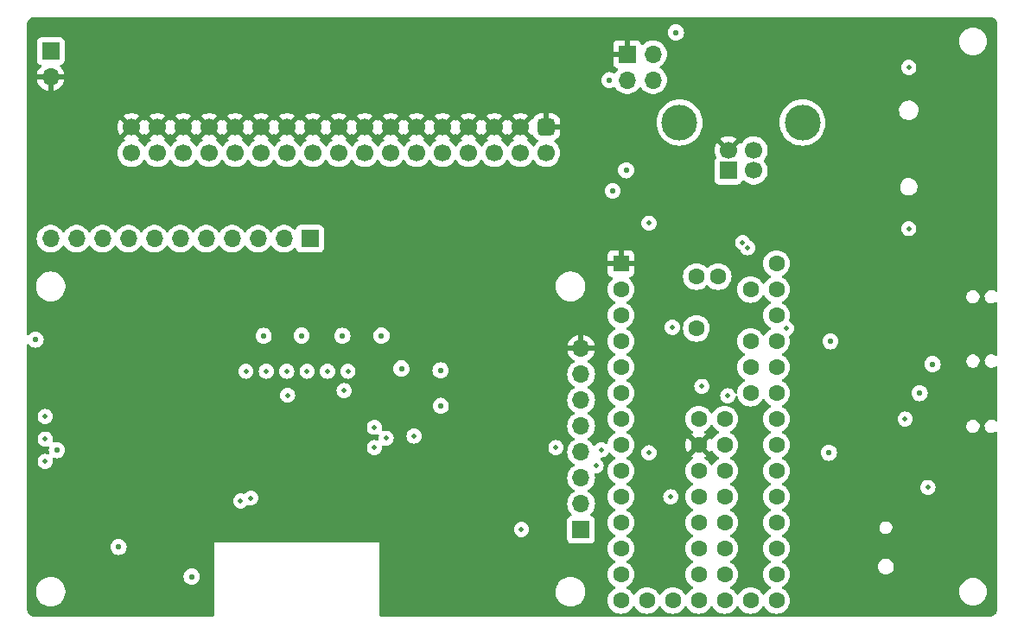
<source format=gbr>
%TF.GenerationSoftware,KiCad,Pcbnew,7.0.1*%
%TF.CreationDate,2023-04-16T22:16:48+10:00*%
%TF.ProjectId,XCopy Standalone,58436f70-7920-4537-9461-6e64616c6f6e,rev?*%
%TF.SameCoordinates,Original*%
%TF.FileFunction,Copper,L2,Inr*%
%TF.FilePolarity,Positive*%
%FSLAX46Y46*%
G04 Gerber Fmt 4.6, Leading zero omitted, Abs format (unit mm)*
G04 Created by KiCad (PCBNEW 7.0.1) date 2023-04-16 22:16:48*
%MOMM*%
%LPD*%
G01*
G04 APERTURE LIST*
G04 Aperture macros list*
%AMRoundRect*
0 Rectangle with rounded corners*
0 $1 Rounding radius*
0 $2 $3 $4 $5 $6 $7 $8 $9 X,Y pos of 4 corners*
0 Add a 4 corners polygon primitive as box body*
4,1,4,$2,$3,$4,$5,$6,$7,$8,$9,$2,$3,0*
0 Add four circle primitives for the rounded corners*
1,1,$1+$1,$2,$3*
1,1,$1+$1,$4,$5*
1,1,$1+$1,$6,$7*
1,1,$1+$1,$8,$9*
0 Add four rect primitives between the rounded corners*
20,1,$1+$1,$2,$3,$4,$5,0*
20,1,$1+$1,$4,$5,$6,$7,0*
20,1,$1+$1,$6,$7,$8,$9,0*
20,1,$1+$1,$8,$9,$2,$3,0*%
G04 Aperture macros list end*
%TA.AperFunction,ComponentPad*%
%ADD10O,1.700000X1.700000*%
%TD*%
%TA.AperFunction,ComponentPad*%
%ADD11R,1.700000X1.700000*%
%TD*%
%TA.AperFunction,ComponentPad*%
%ADD12RoundRect,0.425000X0.425000X-0.425000X0.425000X0.425000X-0.425000X0.425000X-0.425000X-0.425000X0*%
%TD*%
%TA.AperFunction,ComponentPad*%
%ADD13C,1.700000*%
%TD*%
%TA.AperFunction,ComponentPad*%
%ADD14R,1.600000X1.600000*%
%TD*%
%TA.AperFunction,ComponentPad*%
%ADD15C,1.600000*%
%TD*%
%TA.AperFunction,ComponentPad*%
%ADD16C,3.500000*%
%TD*%
%TA.AperFunction,ViaPad*%
%ADD17C,0.460000*%
%TD*%
%TA.AperFunction,ViaPad*%
%ADD18C,0.560000*%
%TD*%
G04 APERTURE END LIST*
D10*
%TO.N,GND*%
%TO.C,U6*%
X104342300Y-90652000D03*
%TO.N,+3V3*%
X104342300Y-93192000D03*
%TO.N,SCK*%
X104342300Y-95732000D03*
%TO.N,MOSI*%
X104342300Y-98272000D03*
%TO.N,TFT_RESET*%
X104342300Y-100812000D03*
%TO.N,TFT_DC*%
X104342300Y-103352000D03*
%TO.N,TFT_CS*%
X104342300Y-105892000D03*
D11*
%TO.N,+3V3*%
X104342300Y-108432000D03*
%TD*%
D12*
%TO.N,GND*%
%TO.C,J1*%
X100939600Y-68969300D03*
D13*
%TO.N,DENSITY*%
X100939600Y-71509300D03*
%TO.N,GND*%
X98399600Y-68969300D03*
%TO.N,unconnected-(J1-Pin_4-Pad4)*%
X98399600Y-71509300D03*
%TO.N,GND*%
X95859600Y-68969300D03*
%TO.N,unconnected-(J1-Pin_6-Pad6)*%
X95859600Y-71509300D03*
%TO.N,GND*%
X93319600Y-68969300D03*
%TO.N,INDEX*%
X93319600Y-71509300D03*
%TO.N,GND*%
X90779600Y-68969300D03*
%TO.N,unconnected-(J1-Pin_10-Pad10)*%
X90779600Y-71509300D03*
%TO.N,GND*%
X88239600Y-68969300D03*
%TO.N,DRIVE_SELECT*%
X88239600Y-71509300D03*
%TO.N,GND*%
X85699600Y-68969300D03*
%TO.N,unconnected-(J1-Pin_14-Pad14)*%
X85699600Y-71509300D03*
%TO.N,GND*%
X83159600Y-68969300D03*
%TO.N,MOTOR*%
X83159600Y-71509300D03*
%TO.N,GND*%
X80619600Y-68969300D03*
%TO.N,DIRECTION*%
X80619600Y-71509300D03*
%TO.N,GND*%
X78079600Y-68969300D03*
%TO.N,STEP*%
X78079600Y-71509300D03*
%TO.N,GND*%
X75539600Y-68969300D03*
%TO.N,WRITE_DATA*%
X75539600Y-71509300D03*
%TO.N,GND*%
X72999600Y-68969300D03*
%TO.N,WRITE_ENABLE*%
X72999600Y-71509300D03*
%TO.N,GND*%
X70459600Y-68969300D03*
%TO.N,TRACK_0*%
X70459600Y-71509300D03*
%TO.N,GND*%
X67919600Y-68969300D03*
%TO.N,WRITE_PROTECT*%
X67919600Y-71509300D03*
%TO.N,GND*%
X65379600Y-68969300D03*
%TO.N,READ_DATA*%
X65379600Y-71509300D03*
%TO.N,GND*%
X62839600Y-68969300D03*
%TO.N,HEAD_SELECT*%
X62839600Y-71509300D03*
%TO.N,GND*%
X60299600Y-68969300D03*
%TO.N,DISK_CHANGE*%
X60299600Y-71509300D03*
%TD*%
D11*
%TO.N,VBUS*%
%TO.C,J3*%
X52374800Y-61518800D03*
D10*
%TO.N,GND*%
X52374800Y-64058800D03*
%TD*%
D14*
%TO.N,GND*%
%TO.C,U1*%
X108251600Y-82346800D03*
D15*
%TO.N,RX*%
X108251600Y-84886800D03*
%TO.N,TX*%
X108251600Y-87426800D03*
%TO.N,SD_CD*%
X108251600Y-89966800D03*
%TO.N,DISK_CHANGE*%
X108251600Y-92506800D03*
%TO.N,HEAD_SELECT*%
X108251600Y-95046800D03*
%TO.N,READ_DATA*%
X108251600Y-97586800D03*
%TO.N,WRITE_PROTECT*%
X108251600Y-100126800D03*
%TO.N,TRACK_0*%
X108251600Y-102666800D03*
%TO.N,WRITE_ENABLE*%
X108251600Y-105206800D03*
%TO.N,WRITE_DATA*%
X108251600Y-107746800D03*
%TO.N,TFT_CS*%
X108251600Y-110286800D03*
%TO.N,MOSI*%
X108251600Y-112826800D03*
%TO.N,MISO*%
X108251600Y-115366800D03*
%TO.N,BAT_+*%
X110791600Y-115366800D03*
%TO.N,unconnected-(U1-3.3V-Pad16)*%
X113331600Y-115366800D03*
%TO.N,BAT_-*%
X115871600Y-115366800D03*
%TO.N,unconnected-(U1-Program-Pad18)*%
X118411600Y-115366800D03*
%TO.N,AUDIO_INP*%
X120951600Y-115366800D03*
%TO.N,SCK*%
X123491600Y-115366800D03*
%TO.N,DENSITY*%
X123491600Y-112826800D03*
%TO.N,INDEX*%
X123491600Y-110286800D03*
%TO.N,DRIVE_SELECT*%
X123491600Y-107746800D03*
%TO.N,MOTOR*%
X123491600Y-105206800D03*
%TO.N,DIRECTION*%
X123491600Y-102666800D03*
%TO.N,STEP*%
X123491600Y-100126800D03*
%TO.N,TFT_DC*%
X123491600Y-97586800D03*
%TO.N,TFT_RESET*%
X123491600Y-95046800D03*
%TO.N,SD_CS*%
X123491600Y-92506800D03*
%TO.N,FLASH_CS*%
X123491600Y-89966800D03*
%TO.N,+3.3V*%
X123491600Y-87426800D03*
%TO.N,unconnected-(U1-AGND-Pad32)*%
X123491600Y-84886800D03*
%TO.N,VBUS*%
X123491600Y-82346800D03*
%TO.N,unconnected-(U1-VUSB-Pad34)*%
X120951600Y-84886800D03*
%TO.N,unconnected-(U1-AREF-Pad35)*%
X120951600Y-89966800D03*
%TO.N,unconnected-(U1-A10-Pad36)*%
X120951600Y-92506800D03*
%TO.N,unconnected-(U1-A11-Pad37)*%
X120951600Y-95046800D03*
%TO.N,TEENSY_RESET*%
X115641600Y-88696800D03*
%TO.N,TEENSYUSB_D-*%
X115641600Y-83616800D03*
%TO.N,TEENSYUSB_D+*%
X117771600Y-83616800D03*
%TO.N,unconnected-(U1-A13-Pad41)*%
X118411600Y-97586800D03*
%TO.N,unconnected-(U1-3.3V-Pad42)*%
X118411600Y-100126800D03*
%TO.N,JOY_PUSH*%
X118411600Y-102666800D03*
%TO.N,JOY_RIGHT*%
X118411600Y-105206800D03*
%TO.N,JOY_LEFT*%
X118411600Y-107746800D03*
%TO.N,JOY_DOWN*%
X118411600Y-110286800D03*
%TO.N,JOY_UP*%
X118411600Y-112826800D03*
%TO.N,TEENSY_RESET*%
X115871600Y-112826800D03*
%TO.N,SD_WP*%
X115871600Y-110286800D03*
%TO.N,ESP_PROG*%
X115871600Y-107746800D03*
%TO.N,ESP_RESET*%
X115871600Y-105206800D03*
%TO.N,BUSY*%
X115871600Y-102666800D03*
%TO.N,GND*%
X115871600Y-100126800D03*
%TO.N,unconnected-(U1-A12-Pad54)*%
X115871600Y-97586800D03*
%TD*%
D11*
%TO.N,VBUS*%
%TO.C,J4*%
X118770400Y-73229800D03*
D13*
%TO.N,TEENSYUSB_D-*%
X121270400Y-73229800D03*
%TO.N,TEENSYUSB_D+*%
X121270400Y-71229800D03*
%TO.N,GND*%
X118770400Y-71229800D03*
D16*
%TO.N,unconnected-(J4-Shield-Pad5)*%
X114000400Y-68519800D03*
X126040400Y-68519800D03*
%TD*%
D11*
%TO.N,/ESP8266/PH1_ADC*%
%TO.C,J2*%
X77771600Y-79908400D03*
D10*
%TO.N,/ESP8266/PH2_CS0*%
X75231600Y-79908400D03*
%TO.N,/ESP8266/PH3_MISO*%
X72691600Y-79908400D03*
%TO.N,/ESP8266/PH4_GPIO9*%
X70151600Y-79908400D03*
%TO.N,/ESP8266/PH5_GPIO10*%
X67611600Y-79908400D03*
%TO.N,/ESP8266/PH6_MOSI*%
X65071600Y-79908400D03*
%TO.N,/ESP8266/PH7_SCLK*%
X62531600Y-79908400D03*
%TO.N,/ESP8266/PH8_GPIO5*%
X59991600Y-79908400D03*
%TO.N,/ESP8266/PH9_GPIO12*%
X57451600Y-79908400D03*
%TO.N,/ESP8266/PH10_GPIO14*%
X54911600Y-79908400D03*
%TO.N,/ESP8266/PH11_GPIO16*%
X52371600Y-79908400D03*
%TD*%
D11*
%TO.N,GND*%
%TO.C,J5*%
X108859400Y-61823600D03*
D10*
%TO.N,VBUS*%
X111399400Y-61823600D03*
%TO.N,+3.3V*%
X108859400Y-64363600D03*
%TO.N,+3V3*%
X111399400Y-64363600D03*
%TD*%
D17*
%TO.N,BAT_+*%
X136448800Y-63119200D03*
%TO.N,BAT_-*%
X136448800Y-78919200D03*
D18*
%TO.N,GND*%
X129540000Y-87426800D03*
X52476400Y-109372400D03*
X64617600Y-102616000D03*
X110591600Y-67005200D03*
X66127738Y-90488662D03*
X52984400Y-98450400D03*
X117094000Y-75210400D03*
X88544400Y-102819200D03*
X55067200Y-92100400D03*
X54000400Y-72491600D03*
X52324000Y-94948300D03*
X57912000Y-110845600D03*
X133451600Y-90728800D03*
X96672400Y-91033200D03*
X142900400Y-101396800D03*
X112318800Y-72948800D03*
X141376400Y-91846400D03*
X66040000Y-110845600D03*
X135788400Y-106121200D03*
X92075000Y-100253800D03*
X68896338Y-93257262D03*
X55067200Y-89814400D03*
X137668000Y-97078800D03*
X91541600Y-94538800D03*
X66497200Y-94386400D03*
X63500000Y-96113600D03*
X142900400Y-82499200D03*
X65328800Y-99771200D03*
X133451600Y-92862400D03*
X129540000Y-82346800D03*
X105156000Y-73834700D03*
X88819900Y-92731500D03*
X132689600Y-114198400D03*
X63804800Y-107086400D03*
X93014800Y-94945200D03*
X136194800Y-100939600D03*
X136147786Y-110134400D03*
X130022600Y-98856800D03*
%TO.N,VBUS*%
X90573200Y-92809700D03*
X90598600Y-96290300D03*
X113639600Y-59690000D03*
X108762800Y-73202800D03*
%TO.N,+3V3*%
X107442000Y-75222299D03*
X86744900Y-92629900D03*
X76962000Y-89408000D03*
X80960462Y-89422738D03*
X84785200Y-89408000D03*
X73241260Y-89420340D03*
%TO.N,+3.3V*%
X50901600Y-89814400D03*
X52984400Y-100634800D03*
X128778000Y-89966800D03*
X128625600Y-100888800D03*
X59029600Y-110134400D03*
X138785600Y-92202000D03*
X107137200Y-64363600D03*
X137515600Y-95046800D03*
X66192400Y-113030000D03*
D17*
%TO.N,BUSY*%
X70990528Y-105618633D03*
%TO.N,SCK*%
X51846600Y-99541200D03*
X138328400Y-104292400D03*
X105820900Y-102158800D03*
X136093200Y-97586800D03*
%TO.N,TEENSYUSB_D-*%
X120172466Y-80290288D03*
%TO.N,TEENSYUSB_D+*%
X120674512Y-80792334D03*
%TO.N,SD_CS*%
X113280800Y-88595200D03*
%TO.N,MOSI*%
X51846600Y-101741200D03*
X116176400Y-94386400D03*
X101881700Y-100377000D03*
%TO.N,MISO*%
X118716400Y-95300800D03*
X51846600Y-97341200D03*
%TO.N,SD_WP*%
X110996785Y-78382415D03*
%TO.N,ESP_RESET*%
X113131600Y-105206800D03*
X98501200Y-108407200D03*
%TO.N,ESP_PROG*%
X71996582Y-105321383D03*
%TO.N,JOY_LEFT*%
X87972804Y-99261315D03*
X106326600Y-100610550D03*
%TO.N,TEENSY_RESET*%
X124460000Y-88696800D03*
%TO.N,TFT_DC*%
X110998000Y-100888800D03*
%TO.N,/ESP8266/PH1_ADC*%
X81127600Y-94792800D03*
%TO.N,/ESP8266/PH2_CS0*%
X81501600Y-92894800D03*
%TO.N,/ESP8266/PH3_MISO*%
X79501600Y-92894800D03*
%TO.N,/ESP8266/PH4_GPIO9*%
X77501600Y-92894800D03*
%TO.N,/ESP8266/PH5_GPIO10*%
X75501600Y-92894800D03*
%TO.N,/ESP8266/PH6_MOSI*%
X73501600Y-92894800D03*
%TO.N,/ESP8266/PH7_SCLK*%
X71501600Y-92894800D03*
%TO.N,/ESP8266/PH11_GPIO16*%
X85242400Y-99465298D03*
%TO.N,/ESP8266/PH10_GPIO14*%
X84101600Y-100376500D03*
%TO.N,/ESP8266/PH9_GPIO12*%
X84101600Y-98394800D03*
%TO.N,/ESP8266/PH8_GPIO5*%
X75590400Y-95250000D03*
%TD*%
%TA.AperFunction,Conductor*%
%TO.N,GND*%
G36*
X144405353Y-58164275D02*
G01*
X144532875Y-58180244D01*
X144556944Y-58185696D01*
X144664678Y-58221509D01*
X144675102Y-58224974D01*
X144697663Y-58235024D01*
X144805885Y-58296596D01*
X144826049Y-58310854D01*
X144920178Y-58392356D01*
X144937174Y-58410274D01*
X145013593Y-58508571D01*
X145026769Y-58529464D01*
X145082541Y-58640779D01*
X145091388Y-58663841D01*
X145124372Y-58783896D01*
X145128550Y-58808239D01*
X145137926Y-58938636D01*
X145138206Y-58950999D01*
X145136840Y-59002702D01*
X145138300Y-59010580D01*
X145138300Y-84974250D01*
X145124924Y-85030746D01*
X145087636Y-85075247D01*
X145034354Y-85098305D01*
X144976388Y-85095024D01*
X144941632Y-85075055D01*
X144941542Y-85075220D01*
X144783571Y-84988374D01*
X144783568Y-84988373D01*
X144624377Y-84947500D01*
X144501275Y-84947500D01*
X144501272Y-84947500D01*
X144379144Y-84962928D01*
X144350548Y-84974250D01*
X144226329Y-85023432D01*
X144226327Y-85023433D01*
X144226328Y-85023433D01*
X144093362Y-85120037D01*
X143988599Y-85246674D01*
X143918620Y-85395386D01*
X143887823Y-85556830D01*
X143898143Y-85720859D01*
X143948932Y-85877172D01*
X144036997Y-86015939D01*
X144156808Y-86128449D01*
X144300828Y-86207625D01*
X144300832Y-86207627D01*
X144460023Y-86248500D01*
X144583125Y-86248500D01*
X144583128Y-86248500D01*
X144644191Y-86240785D01*
X144705258Y-86233071D01*
X144858071Y-86172568D01*
X144938241Y-86114321D01*
X145002414Y-86090646D01*
X145069503Y-86103991D01*
X145119733Y-86150423D01*
X145138300Y-86216258D01*
X145138300Y-91273450D01*
X145124924Y-91329946D01*
X145087636Y-91374447D01*
X145034354Y-91397505D01*
X144976388Y-91394224D01*
X144941632Y-91374255D01*
X144941542Y-91374420D01*
X144783571Y-91287574D01*
X144783568Y-91287573D01*
X144624377Y-91246700D01*
X144501275Y-91246700D01*
X144501272Y-91246700D01*
X144379144Y-91262128D01*
X144352907Y-91272516D01*
X144226329Y-91322632D01*
X144226327Y-91322633D01*
X144226328Y-91322633D01*
X144093362Y-91419237D01*
X143988599Y-91545874D01*
X143918620Y-91694586D01*
X143887823Y-91856030D01*
X143898143Y-92020059D01*
X143948932Y-92176372D01*
X144036997Y-92315139D01*
X144156808Y-92427649D01*
X144237060Y-92471768D01*
X144300832Y-92506827D01*
X144460023Y-92547700D01*
X144583125Y-92547700D01*
X144583128Y-92547700D01*
X144644191Y-92539985D01*
X144705258Y-92532271D01*
X144858071Y-92471768D01*
X144938241Y-92413521D01*
X145002414Y-92389846D01*
X145069503Y-92403191D01*
X145119733Y-92449623D01*
X145138300Y-92515458D01*
X145138300Y-97674250D01*
X145124924Y-97730746D01*
X145087636Y-97775247D01*
X145034354Y-97798305D01*
X144976388Y-97795024D01*
X144941632Y-97775055D01*
X144941542Y-97775220D01*
X144783571Y-97688374D01*
X144783568Y-97688373D01*
X144624377Y-97647500D01*
X144501275Y-97647500D01*
X144501272Y-97647500D01*
X144379144Y-97662928D01*
X144377318Y-97663651D01*
X144226329Y-97723432D01*
X144226327Y-97723433D01*
X144226328Y-97723433D01*
X144093362Y-97820037D01*
X143988599Y-97946674D01*
X143918620Y-98095386D01*
X143887823Y-98256830D01*
X143898143Y-98420859D01*
X143948932Y-98577172D01*
X144036997Y-98715939D01*
X144156808Y-98828449D01*
X144300828Y-98907625D01*
X144300832Y-98907627D01*
X144460023Y-98948500D01*
X144583125Y-98948500D01*
X144583128Y-98948500D01*
X144644191Y-98940785D01*
X144705258Y-98933071D01*
X144858071Y-98872568D01*
X144938241Y-98814321D01*
X145002414Y-98790646D01*
X145069503Y-98803991D01*
X145119733Y-98850423D01*
X145138300Y-98916258D01*
X145138300Y-116081358D01*
X145138119Y-116082274D01*
X145138283Y-116140144D01*
X145137712Y-116152497D01*
X145124628Y-116289285D01*
X145119877Y-116313525D01*
X145082153Y-116439155D01*
X145072763Y-116462004D01*
X145011250Y-116577863D01*
X144997585Y-116598439D01*
X144930787Y-116680297D01*
X144914657Y-116700063D01*
X144897238Y-116717578D01*
X144796066Y-116801078D01*
X144775566Y-116814858D01*
X144660056Y-116877011D01*
X144637261Y-116886527D01*
X144511845Y-116924949D01*
X144487630Y-116929835D01*
X144351106Y-116943659D01*
X144338413Y-116944300D01*
X84747600Y-116944300D01*
X84684600Y-116927419D01*
X84638481Y-116881300D01*
X84621600Y-116818300D01*
X84621600Y-114622192D01*
X101851800Y-114622192D01*
X101891366Y-114859297D01*
X101891367Y-114859299D01*
X101969416Y-115086652D01*
X101969417Y-115086655D01*
X101969418Y-115086656D01*
X102083828Y-115298067D01*
X102231475Y-115487764D01*
X102408331Y-115650571D01*
X102609572Y-115782049D01*
X102829709Y-115878610D01*
X103062737Y-115937620D01*
X103242310Y-115952500D01*
X103362285Y-115952500D01*
X103362290Y-115952500D01*
X103541863Y-115937620D01*
X103774891Y-115878610D01*
X103995028Y-115782049D01*
X104196269Y-115650571D01*
X104373125Y-115487764D01*
X104520772Y-115298067D01*
X104635182Y-115086656D01*
X104713234Y-114859297D01*
X104752800Y-114622192D01*
X104752800Y-114381808D01*
X104713234Y-114144703D01*
X104635182Y-113917344D01*
X104520772Y-113705933D01*
X104373125Y-113516236D01*
X104337618Y-113483550D01*
X104196272Y-113353432D01*
X104196269Y-113353429D01*
X103995028Y-113221951D01*
X103995025Y-113221949D01*
X103995024Y-113221949D01*
X103833960Y-113151300D01*
X103774891Y-113125390D01*
X103541863Y-113066380D01*
X103362290Y-113051500D01*
X103242310Y-113051500D01*
X103062737Y-113066380D01*
X102829709Y-113125390D01*
X102829705Y-113125391D01*
X102829704Y-113125392D01*
X102609575Y-113221949D01*
X102609571Y-113221951D01*
X102609572Y-113221951D01*
X102408331Y-113353429D01*
X102408329Y-113353430D01*
X102408327Y-113353432D01*
X102231478Y-113516232D01*
X102083829Y-113705931D01*
X101969416Y-113917347D01*
X101920072Y-114061084D01*
X101891366Y-114144703D01*
X101851800Y-114381808D01*
X101851800Y-114622192D01*
X84621600Y-114622192D01*
X84621600Y-109694800D01*
X68381600Y-109694800D01*
X68381600Y-116818300D01*
X68364719Y-116881300D01*
X68318600Y-116927419D01*
X68255600Y-116944300D01*
X50808645Y-116944300D01*
X50795089Y-116943569D01*
X50662753Y-116929248D01*
X50638574Y-116924196D01*
X50516855Y-116885989D01*
X50494125Y-116876316D01*
X50382200Y-116815096D01*
X50361795Y-116801175D01*
X50328071Y-116772949D01*
X50263961Y-116719291D01*
X50246669Y-116701661D01*
X50166692Y-116602263D01*
X50153172Y-116581601D01*
X50094118Y-116468499D01*
X50084889Y-116445590D01*
X50080842Y-116431769D01*
X50049042Y-116323156D01*
X50044460Y-116298892D01*
X50032636Y-116165585D01*
X50032150Y-116153268D01*
X50032478Y-116119569D01*
X50032477Y-116119566D01*
X50032694Y-116097247D01*
X50032103Y-116094199D01*
X50032107Y-116023548D01*
X50032185Y-114622192D01*
X50931800Y-114622192D01*
X50971366Y-114859297D01*
X50971367Y-114859299D01*
X51049416Y-115086652D01*
X51049417Y-115086655D01*
X51049418Y-115086656D01*
X51163828Y-115298067D01*
X51311475Y-115487764D01*
X51488331Y-115650571D01*
X51689572Y-115782049D01*
X51909709Y-115878610D01*
X52142737Y-115937620D01*
X52322310Y-115952500D01*
X52442285Y-115952500D01*
X52442290Y-115952500D01*
X52621863Y-115937620D01*
X52854891Y-115878610D01*
X53075028Y-115782049D01*
X53276269Y-115650571D01*
X53453125Y-115487764D01*
X53600772Y-115298067D01*
X53715182Y-115086656D01*
X53793234Y-114859297D01*
X53832800Y-114622192D01*
X53832800Y-114381808D01*
X53793234Y-114144703D01*
X53715182Y-113917344D01*
X53600772Y-113705933D01*
X53453125Y-113516236D01*
X53417618Y-113483550D01*
X53276272Y-113353432D01*
X53276269Y-113353429D01*
X53075028Y-113221951D01*
X53075025Y-113221949D01*
X53075024Y-113221949D01*
X52913960Y-113151300D01*
X52854891Y-113125390D01*
X52621863Y-113066380D01*
X52442290Y-113051500D01*
X52322310Y-113051500D01*
X52142737Y-113066380D01*
X51909709Y-113125390D01*
X51909705Y-113125391D01*
X51909704Y-113125392D01*
X51689575Y-113221949D01*
X51689571Y-113221951D01*
X51689572Y-113221951D01*
X51488331Y-113353429D01*
X51488329Y-113353430D01*
X51488327Y-113353432D01*
X51311478Y-113516232D01*
X51163829Y-113705931D01*
X51049416Y-113917347D01*
X51000072Y-114061084D01*
X50971366Y-114144703D01*
X50931800Y-114381808D01*
X50931800Y-114622192D01*
X50032185Y-114622192D01*
X50032274Y-113029999D01*
X65398911Y-113029999D01*
X65418805Y-113206570D01*
X65477490Y-113374281D01*
X65572026Y-113524734D01*
X65697665Y-113650373D01*
X65697667Y-113650374D01*
X65697668Y-113650375D01*
X65848118Y-113744909D01*
X66015832Y-113803595D01*
X66192400Y-113823489D01*
X66368968Y-113803595D01*
X66536682Y-113744909D01*
X66687132Y-113650375D01*
X66812775Y-113524732D01*
X66907309Y-113374282D01*
X66965995Y-113206568D01*
X66985889Y-113030000D01*
X66965995Y-112853432D01*
X66907309Y-112685718D01*
X66812775Y-112535268D01*
X66812774Y-112535267D01*
X66812773Y-112535265D01*
X66687134Y-112409626D01*
X66536681Y-112315090D01*
X66368970Y-112256405D01*
X66192400Y-112236511D01*
X66015829Y-112256405D01*
X65848118Y-112315090D01*
X65697665Y-112409626D01*
X65572026Y-112535265D01*
X65477490Y-112685718D01*
X65418805Y-112853429D01*
X65398911Y-113029999D01*
X50032274Y-113029999D01*
X50032436Y-110134400D01*
X58236111Y-110134400D01*
X58256005Y-110310970D01*
X58314690Y-110478681D01*
X58409226Y-110629134D01*
X58534865Y-110754773D01*
X58534867Y-110754774D01*
X58534868Y-110754775D01*
X58685318Y-110849309D01*
X58853032Y-110907995D01*
X59029600Y-110927889D01*
X59206168Y-110907995D01*
X59373882Y-110849309D01*
X59524332Y-110754775D01*
X59649975Y-110629132D01*
X59744509Y-110478682D01*
X59803195Y-110310968D01*
X59823089Y-110134400D01*
X59803195Y-109957832D01*
X59744509Y-109790118D01*
X59649975Y-109639668D01*
X59649974Y-109639667D01*
X59649973Y-109639665D01*
X59524334Y-109514026D01*
X59373881Y-109419490D01*
X59206170Y-109360805D01*
X59029600Y-109340911D01*
X58853029Y-109360805D01*
X58685318Y-109419490D01*
X58534865Y-109514026D01*
X58409226Y-109639665D01*
X58314690Y-109790118D01*
X58256005Y-109957829D01*
X58236111Y-110134400D01*
X50032436Y-110134400D01*
X50032532Y-108407200D01*
X97758027Y-108407200D01*
X97776660Y-108572574D01*
X97831623Y-108729650D01*
X97920164Y-108870562D01*
X98037837Y-108988235D01*
X98178748Y-109076775D01*
X98178749Y-109076776D01*
X98335828Y-109131740D01*
X98501200Y-109150373D01*
X98666572Y-109131740D01*
X98823651Y-109076776D01*
X98964561Y-108988236D01*
X99082236Y-108870561D01*
X99170776Y-108729651D01*
X99225740Y-108572572D01*
X99244373Y-108407200D01*
X99225740Y-108241828D01*
X99209288Y-108194812D01*
X99170776Y-108084749D01*
X99082235Y-107943837D01*
X98964562Y-107826164D01*
X98823650Y-107737623D01*
X98666574Y-107682660D01*
X98501200Y-107664027D01*
X98335825Y-107682660D01*
X98178749Y-107737623D01*
X98037837Y-107826164D01*
X97920164Y-107943837D01*
X97831623Y-108084749D01*
X97776660Y-108241825D01*
X97758027Y-108407200D01*
X50032532Y-108407200D01*
X50032688Y-105618633D01*
X70247355Y-105618633D01*
X70251570Y-105656043D01*
X70265988Y-105784007D01*
X70320951Y-105941083D01*
X70409492Y-106081995D01*
X70527165Y-106199668D01*
X70527167Y-106199669D01*
X70668077Y-106288209D01*
X70825156Y-106343173D01*
X70990528Y-106361806D01*
X71155900Y-106343173D01*
X71312979Y-106288209D01*
X71453889Y-106199669D01*
X71571564Y-106081994D01*
X71583482Y-106063025D01*
X71623131Y-106023375D01*
X71676061Y-106004853D01*
X71731781Y-106011131D01*
X71831210Y-106045923D01*
X71996582Y-106064556D01*
X72161954Y-106045923D01*
X72319033Y-105990959D01*
X72459943Y-105902419D01*
X72470362Y-105892000D01*
X102979144Y-105892000D01*
X102997736Y-106116368D01*
X102997736Y-106116371D01*
X102997737Y-106116372D01*
X103053002Y-106334611D01*
X103053003Y-106334614D01*
X103053004Y-106334616D01*
X103057262Y-106344323D01*
X103143439Y-106540790D01*
X103266578Y-106729268D01*
X103409775Y-106884820D01*
X103439012Y-106938424D01*
X103439615Y-106999480D01*
X103411441Y-107053650D01*
X103361108Y-107088213D01*
X103335272Y-107097849D01*
X103246093Y-107131111D01*
X103129038Y-107218738D01*
X103041411Y-107335794D01*
X102990311Y-107472798D01*
X102990311Y-107472799D01*
X102983800Y-107533362D01*
X102983800Y-109330638D01*
X102990311Y-109391201D01*
X103000863Y-109419491D01*
X103041411Y-109528205D01*
X103129038Y-109645261D01*
X103246094Y-109732888D01*
X103246095Y-109732888D01*
X103246096Y-109732889D01*
X103383099Y-109783989D01*
X103443662Y-109790500D01*
X105240938Y-109790500D01*
X105301501Y-109783989D01*
X105438504Y-109732889D01*
X105555561Y-109645261D01*
X105643189Y-109528204D01*
X105694289Y-109391201D01*
X105700800Y-109330638D01*
X105700800Y-107533362D01*
X105694289Y-107472799D01*
X105643189Y-107335796D01*
X105614563Y-107297556D01*
X105555561Y-107218738D01*
X105438505Y-107131111D01*
X105376970Y-107108159D01*
X105323491Y-107088213D01*
X105273158Y-107053650D01*
X105244984Y-106999480D01*
X105245587Y-106938424D01*
X105274822Y-106884822D01*
X105418022Y-106729268D01*
X105541160Y-106540791D01*
X105631596Y-106334616D01*
X105686864Y-106116368D01*
X105705456Y-105892000D01*
X105686864Y-105667632D01*
X105631596Y-105449384D01*
X105541160Y-105243209D01*
X105418022Y-105054732D01*
X105265540Y-104889094D01*
X105265539Y-104889093D01*
X105265537Y-104889091D01*
X105087878Y-104750812D01*
X105054617Y-104732812D01*
X105006346Y-104686495D01*
X104988588Y-104621997D01*
X105006349Y-104557499D01*
X105054617Y-104511187D01*
X105087876Y-104493189D01*
X105265540Y-104354906D01*
X105418022Y-104189268D01*
X105541160Y-104000791D01*
X105631596Y-103794616D01*
X105686864Y-103576368D01*
X105705456Y-103352000D01*
X105686864Y-103127632D01*
X105668807Y-103056326D01*
X105668407Y-102996089D01*
X105696016Y-102942550D01*
X105745324Y-102907946D01*
X105805059Y-102900188D01*
X105820900Y-102901973D01*
X105986272Y-102883340D01*
X106143351Y-102828376D01*
X106284261Y-102739836D01*
X106401936Y-102622161D01*
X106490476Y-102481251D01*
X106545440Y-102324172D01*
X106564073Y-102158800D01*
X106545440Y-101993428D01*
X106490476Y-101836349D01*
X106401936Y-101695439D01*
X106401935Y-101695437D01*
X106274223Y-101567725D01*
X106276282Y-101565665D01*
X106250695Y-101538901D01*
X106234317Y-101479547D01*
X106248020Y-101419518D01*
X106288531Y-101373151D01*
X106346173Y-101351517D01*
X106491972Y-101335090D01*
X106649051Y-101280126D01*
X106789961Y-101191586D01*
X106907636Y-101073911D01*
X106996176Y-100933001D01*
X106996177Y-100932997D01*
X107000424Y-100926239D01*
X107044792Y-100883765D01*
X107103969Y-100867314D01*
X107163893Y-100880795D01*
X107210324Y-100921004D01*
X107245404Y-100971103D01*
X107407296Y-101132995D01*
X107407299Y-101132997D01*
X107407300Y-101132998D01*
X107594851Y-101264323D01*
X107628741Y-101280126D01*
X107634057Y-101282605D01*
X107687074Y-101329100D01*
X107706807Y-101396800D01*
X107687074Y-101464500D01*
X107634057Y-101510995D01*
X107594850Y-101529277D01*
X107407296Y-101660604D01*
X107245404Y-101822496D01*
X107114077Y-102010049D01*
X107017315Y-102217556D01*
X106958057Y-102438712D01*
X106938102Y-102666800D01*
X106958057Y-102894887D01*
X107017315Y-103116043D01*
X107114077Y-103323550D01*
X107245404Y-103511103D01*
X107407296Y-103672995D01*
X107407299Y-103672997D01*
X107407300Y-103672998D01*
X107594851Y-103804323D01*
X107629959Y-103820694D01*
X107634057Y-103822605D01*
X107687074Y-103869100D01*
X107706807Y-103936800D01*
X107687074Y-104004500D01*
X107634057Y-104050995D01*
X107594850Y-104069277D01*
X107407296Y-104200604D01*
X107245404Y-104362496D01*
X107114077Y-104550049D01*
X107017315Y-104757556D01*
X106958057Y-104978712D01*
X106938102Y-105206800D01*
X106958057Y-105434887D01*
X107017315Y-105656043D01*
X107114077Y-105863550D01*
X107245404Y-106051103D01*
X107407296Y-106212995D01*
X107407299Y-106212997D01*
X107407300Y-106212998D01*
X107594851Y-106344323D01*
X107629959Y-106360694D01*
X107634057Y-106362605D01*
X107687074Y-106409100D01*
X107706807Y-106476800D01*
X107687074Y-106544500D01*
X107634057Y-106590995D01*
X107594850Y-106609277D01*
X107407296Y-106740604D01*
X107245404Y-106902496D01*
X107114077Y-107090049D01*
X107017315Y-107297556D01*
X106958057Y-107518712D01*
X106938102Y-107746800D01*
X106958057Y-107974887D01*
X107017315Y-108196043D01*
X107114077Y-108403550D01*
X107245404Y-108591103D01*
X107407296Y-108752995D01*
X107407299Y-108752997D01*
X107407300Y-108752998D01*
X107594851Y-108884323D01*
X107629959Y-108900694D01*
X107634057Y-108902605D01*
X107687074Y-108949100D01*
X107706807Y-109016800D01*
X107687074Y-109084500D01*
X107634057Y-109130995D01*
X107594850Y-109149277D01*
X107407296Y-109280604D01*
X107245404Y-109442496D01*
X107114077Y-109630049D01*
X107017315Y-109837556D01*
X106958057Y-110058712D01*
X106938102Y-110286800D01*
X106958057Y-110514887D01*
X107017315Y-110736043D01*
X107114077Y-110943550D01*
X107245404Y-111131103D01*
X107407296Y-111292995D01*
X107407299Y-111292997D01*
X107407300Y-111292998D01*
X107594851Y-111424323D01*
X107634057Y-111442605D01*
X107687073Y-111489098D01*
X107706807Y-111556797D01*
X107687075Y-111624497D01*
X107634059Y-111670993D01*
X107594851Y-111689276D01*
X107407296Y-111820604D01*
X107245404Y-111982496D01*
X107114077Y-112170049D01*
X107017315Y-112377556D01*
X106958057Y-112598712D01*
X106938102Y-112826800D01*
X106958057Y-113054887D01*
X107017315Y-113276043D01*
X107114077Y-113483550D01*
X107245404Y-113671103D01*
X107407296Y-113832995D01*
X107407299Y-113832997D01*
X107407300Y-113832998D01*
X107594851Y-113964323D01*
X107629959Y-113980694D01*
X107634057Y-113982605D01*
X107687074Y-114029100D01*
X107706807Y-114096800D01*
X107687074Y-114164500D01*
X107634057Y-114210995D01*
X107594850Y-114229277D01*
X107407296Y-114360604D01*
X107245404Y-114522496D01*
X107114077Y-114710049D01*
X107017315Y-114917556D01*
X106958057Y-115138712D01*
X106938102Y-115366800D01*
X106958057Y-115594887D01*
X107017315Y-115816043D01*
X107114077Y-116023550D01*
X107245404Y-116211103D01*
X107407296Y-116372995D01*
X107594849Y-116504322D01*
X107802356Y-116601084D01*
X107830877Y-116608726D01*
X108023513Y-116660343D01*
X108251600Y-116680298D01*
X108479687Y-116660343D01*
X108700843Y-116601084D01*
X108908349Y-116504323D01*
X109095900Y-116372998D01*
X109257798Y-116211100D01*
X109389123Y-116023549D01*
X109407404Y-115984343D01*
X109453900Y-115931325D01*
X109521600Y-115911592D01*
X109589300Y-115931325D01*
X109635795Y-115984343D01*
X109654076Y-116023548D01*
X109785404Y-116211103D01*
X109947296Y-116372995D01*
X110134849Y-116504322D01*
X110342356Y-116601084D01*
X110370877Y-116608726D01*
X110563513Y-116660343D01*
X110791600Y-116680298D01*
X111019687Y-116660343D01*
X111240843Y-116601084D01*
X111448349Y-116504323D01*
X111635900Y-116372998D01*
X111797798Y-116211100D01*
X111929123Y-116023549D01*
X111947404Y-115984343D01*
X111993900Y-115931325D01*
X112061600Y-115911592D01*
X112129300Y-115931325D01*
X112175795Y-115984343D01*
X112194076Y-116023548D01*
X112325404Y-116211103D01*
X112487296Y-116372995D01*
X112674849Y-116504322D01*
X112882356Y-116601084D01*
X112910877Y-116608726D01*
X113103513Y-116660343D01*
X113331600Y-116680298D01*
X113559687Y-116660343D01*
X113780843Y-116601084D01*
X113988349Y-116504323D01*
X114175900Y-116372998D01*
X114337798Y-116211100D01*
X114469123Y-116023549D01*
X114487404Y-115984343D01*
X114533900Y-115931325D01*
X114601600Y-115911592D01*
X114669300Y-115931325D01*
X114715795Y-115984343D01*
X114734076Y-116023548D01*
X114865404Y-116211103D01*
X115027296Y-116372995D01*
X115214849Y-116504322D01*
X115422356Y-116601084D01*
X115450877Y-116608726D01*
X115643513Y-116660343D01*
X115871600Y-116680298D01*
X116099687Y-116660343D01*
X116320843Y-116601084D01*
X116528349Y-116504323D01*
X116715900Y-116372998D01*
X116877798Y-116211100D01*
X117009123Y-116023549D01*
X117027404Y-115984343D01*
X117073900Y-115931325D01*
X117141600Y-115911592D01*
X117209300Y-115931325D01*
X117255795Y-115984343D01*
X117274076Y-116023548D01*
X117405404Y-116211103D01*
X117567296Y-116372995D01*
X117754849Y-116504322D01*
X117962356Y-116601084D01*
X117990877Y-116608726D01*
X118183513Y-116660343D01*
X118411600Y-116680298D01*
X118639687Y-116660343D01*
X118860843Y-116601084D01*
X119068349Y-116504323D01*
X119255900Y-116372998D01*
X119417798Y-116211100D01*
X119549123Y-116023549D01*
X119567404Y-115984343D01*
X119613900Y-115931325D01*
X119681600Y-115911592D01*
X119749300Y-115931325D01*
X119795795Y-115984343D01*
X119814076Y-116023548D01*
X119945404Y-116211103D01*
X120107296Y-116372995D01*
X120294849Y-116504322D01*
X120502356Y-116601084D01*
X120530877Y-116608726D01*
X120723513Y-116660343D01*
X120951600Y-116680298D01*
X121179687Y-116660343D01*
X121400843Y-116601084D01*
X121608349Y-116504323D01*
X121795900Y-116372998D01*
X121957798Y-116211100D01*
X122089123Y-116023549D01*
X122107404Y-115984343D01*
X122153900Y-115931325D01*
X122221600Y-115911592D01*
X122289300Y-115931325D01*
X122335795Y-115984343D01*
X122354076Y-116023548D01*
X122485404Y-116211103D01*
X122647296Y-116372995D01*
X122834849Y-116504322D01*
X123042356Y-116601084D01*
X123070877Y-116608726D01*
X123263513Y-116660343D01*
X123491600Y-116680298D01*
X123719687Y-116660343D01*
X123940843Y-116601084D01*
X124148349Y-116504323D01*
X124335900Y-116372998D01*
X124497798Y-116211100D01*
X124629123Y-116023549D01*
X124725884Y-115816043D01*
X124785143Y-115594887D01*
X124805098Y-115366800D01*
X124785143Y-115138713D01*
X124741762Y-114976814D01*
X124725884Y-114917556D01*
X124629122Y-114710049D01*
X124497795Y-114522496D01*
X124477098Y-114501799D01*
X141392141Y-114501799D01*
X141412737Y-114737209D01*
X141473896Y-114965462D01*
X141573765Y-115179629D01*
X141709307Y-115373204D01*
X141876395Y-115540292D01*
X141876398Y-115540294D01*
X141876399Y-115540295D01*
X142069971Y-115675835D01*
X142284137Y-115775703D01*
X142512392Y-115836863D01*
X142688834Y-115852300D01*
X142806760Y-115852300D01*
X142806766Y-115852300D01*
X142983208Y-115836863D01*
X143211463Y-115775703D01*
X143425629Y-115675835D01*
X143619201Y-115540295D01*
X143786295Y-115373201D01*
X143921835Y-115179630D01*
X144021703Y-114965463D01*
X144082863Y-114737208D01*
X144103459Y-114501800D01*
X144082863Y-114266392D01*
X144021703Y-114038137D01*
X143921835Y-113823971D01*
X143786295Y-113630399D01*
X143786294Y-113630398D01*
X143786292Y-113630395D01*
X143619204Y-113463307D01*
X143425629Y-113327765D01*
X143211462Y-113227896D01*
X142983209Y-113166737D01*
X142958001Y-113164531D01*
X142806766Y-113151300D01*
X142688834Y-113151300D01*
X142556502Y-113162877D01*
X142512390Y-113166737D01*
X142284137Y-113227896D01*
X142069970Y-113327765D01*
X141876395Y-113463307D01*
X141709307Y-113630395D01*
X141573765Y-113823969D01*
X141473896Y-114038136D01*
X141412737Y-114266390D01*
X141392141Y-114501799D01*
X124477098Y-114501799D01*
X124335903Y-114360604D01*
X124148348Y-114229276D01*
X124109143Y-114210995D01*
X124056125Y-114164500D01*
X124036392Y-114096800D01*
X124056125Y-114029100D01*
X124109143Y-113982605D01*
X124113763Y-113980450D01*
X124148349Y-113964323D01*
X124335900Y-113832998D01*
X124497798Y-113671100D01*
X124629123Y-113483549D01*
X124725884Y-113276043D01*
X124785143Y-113054887D01*
X124805098Y-112826800D01*
X124785143Y-112598713D01*
X124725884Y-112377557D01*
X124723761Y-112373005D01*
X124629122Y-112170049D01*
X124534139Y-112034400D01*
X133433193Y-112034400D01*
X133452759Y-112208057D01*
X133510478Y-112373006D01*
X133533488Y-112409626D01*
X133603455Y-112520979D01*
X133727020Y-112644544D01*
X133727022Y-112644545D01*
X133727024Y-112644547D01*
X133874994Y-112737522D01*
X134039943Y-112795241D01*
X134170048Y-112809900D01*
X134257150Y-112809900D01*
X134257152Y-112809900D01*
X134387257Y-112795241D01*
X134552206Y-112737522D01*
X134700176Y-112644547D01*
X134823747Y-112520976D01*
X134916722Y-112373006D01*
X134974441Y-112208057D01*
X134994007Y-112034400D01*
X134974441Y-111860743D01*
X134916722Y-111695794D01*
X134823747Y-111547824D01*
X134823745Y-111547822D01*
X134823744Y-111547820D01*
X134700179Y-111424255D01*
X134700176Y-111424253D01*
X134552206Y-111331278D01*
X134387257Y-111273559D01*
X134257152Y-111258900D01*
X134170048Y-111258900D01*
X134083311Y-111268672D01*
X134039942Y-111273559D01*
X133874994Y-111331278D01*
X133727020Y-111424255D01*
X133603455Y-111547820D01*
X133510478Y-111695794D01*
X133452759Y-111860742D01*
X133439040Y-111982500D01*
X133433193Y-112034400D01*
X124534139Y-112034400D01*
X124497795Y-111982496D01*
X124335903Y-111820604D01*
X124148348Y-111689276D01*
X124109143Y-111670995D01*
X124056125Y-111624500D01*
X124036392Y-111556800D01*
X124056125Y-111489100D01*
X124109143Y-111442605D01*
X124113763Y-111440450D01*
X124148349Y-111424323D01*
X124335900Y-111292998D01*
X124497798Y-111131100D01*
X124629123Y-110943549D01*
X124725884Y-110736043D01*
X124785143Y-110514887D01*
X124805098Y-110286800D01*
X124785143Y-110058713D01*
X124725884Y-109837557D01*
X124677076Y-109732888D01*
X124629122Y-109630049D01*
X124497795Y-109442496D01*
X124335903Y-109280604D01*
X124148348Y-109149276D01*
X124109143Y-109130995D01*
X124056125Y-109084500D01*
X124036392Y-109016800D01*
X124056125Y-108949100D01*
X124109143Y-108902605D01*
X124113763Y-108900450D01*
X124148349Y-108884323D01*
X124335900Y-108752998D01*
X124497798Y-108591100D01*
X124629123Y-108403549D01*
X124725884Y-108196043D01*
X124726214Y-108194812D01*
X133584372Y-108194812D01*
X133594295Y-108352535D01*
X133643133Y-108502843D01*
X133727812Y-108636275D01*
X133727813Y-108636276D01*
X133727814Y-108636277D01*
X133843018Y-108744462D01*
X133981508Y-108820597D01*
X133981510Y-108820597D01*
X133981511Y-108820598D01*
X134134579Y-108859900D01*
X134134581Y-108859900D01*
X134252947Y-108859900D01*
X134252950Y-108859900D01*
X134370392Y-108845064D01*
X134517332Y-108786886D01*
X134645187Y-108693994D01*
X134745924Y-108572223D01*
X134813214Y-108429226D01*
X134842827Y-108273988D01*
X134832904Y-108116262D01*
X134784067Y-107965959D01*
X134784066Y-107965958D01*
X134784066Y-107965956D01*
X134699387Y-107832524D01*
X134584183Y-107724339D01*
X134584182Y-107724338D01*
X134445692Y-107648203D01*
X134445691Y-107648202D01*
X134445688Y-107648201D01*
X134292621Y-107608900D01*
X134292619Y-107608900D01*
X134174250Y-107608900D01*
X134086168Y-107620026D01*
X134056807Y-107623736D01*
X133909867Y-107681914D01*
X133782012Y-107774805D01*
X133681276Y-107896576D01*
X133613985Y-108039575D01*
X133584372Y-108194812D01*
X124726214Y-108194812D01*
X124785143Y-107974887D01*
X124805098Y-107746800D01*
X124785143Y-107518713D01*
X124725884Y-107297557D01*
X124689130Y-107218738D01*
X124629122Y-107090049D01*
X124497795Y-106902496D01*
X124335903Y-106740604D01*
X124148348Y-106609276D01*
X124109143Y-106590995D01*
X124056125Y-106544500D01*
X124036392Y-106476800D01*
X124056125Y-106409100D01*
X124109143Y-106362605D01*
X124113763Y-106360450D01*
X124148349Y-106344323D01*
X124335900Y-106212998D01*
X124497798Y-106051100D01*
X124629123Y-105863549D01*
X124725884Y-105656043D01*
X124785143Y-105434887D01*
X124805098Y-105206800D01*
X124785143Y-104978713D01*
X124725884Y-104757557D01*
X124722738Y-104750811D01*
X124641340Y-104576251D01*
X124629123Y-104550051D01*
X124620141Y-104537224D01*
X124497795Y-104362496D01*
X124427698Y-104292399D01*
X137585227Y-104292399D01*
X137603860Y-104457774D01*
X137658823Y-104614850D01*
X137747364Y-104755762D01*
X137865037Y-104873435D01*
X137897914Y-104894093D01*
X138005949Y-104961976D01*
X138163028Y-105016940D01*
X138328400Y-105035573D01*
X138493772Y-105016940D01*
X138650851Y-104961976D01*
X138791761Y-104873436D01*
X138909436Y-104755761D01*
X138997976Y-104614851D01*
X139052940Y-104457772D01*
X139071573Y-104292400D01*
X139052940Y-104127028D01*
X138997976Y-103969949D01*
X138909436Y-103829039D01*
X138909435Y-103829037D01*
X138791762Y-103711364D01*
X138650850Y-103622823D01*
X138493774Y-103567860D01*
X138328400Y-103549227D01*
X138163025Y-103567860D01*
X138005949Y-103622823D01*
X137865037Y-103711364D01*
X137747364Y-103829037D01*
X137658823Y-103969949D01*
X137603860Y-104127025D01*
X137585227Y-104292399D01*
X124427698Y-104292399D01*
X124335903Y-104200604D01*
X124148348Y-104069276D01*
X124109143Y-104050995D01*
X124056125Y-104004500D01*
X124036392Y-103936800D01*
X124056125Y-103869100D01*
X124109143Y-103822605D01*
X124113763Y-103820450D01*
X124148349Y-103804323D01*
X124335900Y-103672998D01*
X124497798Y-103511100D01*
X124629123Y-103323549D01*
X124725884Y-103116043D01*
X124785143Y-102894887D01*
X124805098Y-102666800D01*
X124785143Y-102438713D01*
X124725884Y-102217557D01*
X124722738Y-102210811D01*
X124629122Y-102010049D01*
X124497795Y-101822496D01*
X124335903Y-101660604D01*
X124148348Y-101529276D01*
X124109143Y-101510995D01*
X124056125Y-101464500D01*
X124036392Y-101396800D01*
X124056125Y-101329100D01*
X124109143Y-101282605D01*
X124114459Y-101280126D01*
X124148349Y-101264323D01*
X124335900Y-101132998D01*
X124497798Y-100971100D01*
X124555425Y-100888800D01*
X127832111Y-100888800D01*
X127852005Y-101065370D01*
X127910690Y-101233081D01*
X128005226Y-101383534D01*
X128130865Y-101509173D01*
X128281318Y-101603709D01*
X128362088Y-101631972D01*
X128449032Y-101662395D01*
X128625600Y-101682289D01*
X128802168Y-101662395D01*
X128969882Y-101603709D01*
X129120332Y-101509175D01*
X129245975Y-101383532D01*
X129340509Y-101233082D01*
X129399195Y-101065368D01*
X129419089Y-100888800D01*
X129399195Y-100712232D01*
X129340509Y-100544518D01*
X129245975Y-100394068D01*
X129245974Y-100394067D01*
X129245973Y-100394065D01*
X129120334Y-100268426D01*
X128969881Y-100173890D01*
X128802170Y-100115205D01*
X128625600Y-100095311D01*
X128449029Y-100115205D01*
X128281318Y-100173890D01*
X128130865Y-100268426D01*
X128005226Y-100394065D01*
X127910690Y-100544518D01*
X127852005Y-100712229D01*
X127832111Y-100888800D01*
X124555425Y-100888800D01*
X124629123Y-100783549D01*
X124725884Y-100576043D01*
X124785143Y-100354887D01*
X124805098Y-100126800D01*
X124785143Y-99898713D01*
X124733658Y-99706570D01*
X124725884Y-99677556D01*
X124632597Y-99477502D01*
X124629123Y-99470051D01*
X124625794Y-99465297D01*
X124497795Y-99282496D01*
X124335903Y-99120604D01*
X124148348Y-98989276D01*
X124109143Y-98970995D01*
X124056125Y-98924500D01*
X124036392Y-98856800D01*
X124056125Y-98789100D01*
X124109143Y-98742605D01*
X124113763Y-98740450D01*
X124148349Y-98724323D01*
X124335900Y-98592998D01*
X124497798Y-98431100D01*
X124629123Y-98243549D01*
X124725884Y-98036043D01*
X124785143Y-97814887D01*
X124805098Y-97586800D01*
X124805098Y-97586799D01*
X135350027Y-97586799D01*
X135368660Y-97752174D01*
X135423623Y-97909250D01*
X135512164Y-98050162D01*
X135629837Y-98167835D01*
X135629839Y-98167836D01*
X135770749Y-98256376D01*
X135927828Y-98311340D01*
X136093200Y-98329973D01*
X136258572Y-98311340D01*
X136414354Y-98256830D01*
X142087823Y-98256830D01*
X142098143Y-98420859D01*
X142148932Y-98577172D01*
X142236997Y-98715939D01*
X142356808Y-98828449D01*
X142500828Y-98907625D01*
X142500832Y-98907627D01*
X142660023Y-98948500D01*
X142783125Y-98948500D01*
X142783128Y-98948500D01*
X142844191Y-98940785D01*
X142905258Y-98933071D01*
X143058071Y-98872568D01*
X143191037Y-98775963D01*
X143295800Y-98649326D01*
X143365779Y-98500613D01*
X143396576Y-98339170D01*
X143386256Y-98175140D01*
X143335468Y-98018829D01*
X143330357Y-98010776D01*
X143247402Y-97880060D01*
X143127591Y-97767550D01*
X142983571Y-97688374D01*
X142983568Y-97688373D01*
X142824377Y-97647500D01*
X142701275Y-97647500D01*
X142701272Y-97647500D01*
X142579144Y-97662928D01*
X142577318Y-97663651D01*
X142426329Y-97723432D01*
X142426327Y-97723433D01*
X142426328Y-97723433D01*
X142293362Y-97820037D01*
X142188599Y-97946674D01*
X142118620Y-98095386D01*
X142087823Y-98256830D01*
X136414354Y-98256830D01*
X136415651Y-98256376D01*
X136556561Y-98167836D01*
X136674236Y-98050161D01*
X136762776Y-97909251D01*
X136817740Y-97752172D01*
X136836373Y-97586800D01*
X136817740Y-97421428D01*
X136762776Y-97264349D01*
X136707154Y-97175828D01*
X136674235Y-97123437D01*
X136556562Y-97005764D01*
X136415650Y-96917223D01*
X136258574Y-96862260D01*
X136093200Y-96843627D01*
X135927825Y-96862260D01*
X135770749Y-96917223D01*
X135629837Y-97005764D01*
X135512164Y-97123437D01*
X135423623Y-97264349D01*
X135368660Y-97421425D01*
X135350027Y-97586799D01*
X124805098Y-97586799D01*
X124785143Y-97358713D01*
X124725884Y-97137557D01*
X124722739Y-97130813D01*
X124629122Y-96930049D01*
X124527579Y-96785032D01*
X124497798Y-96742500D01*
X124497797Y-96742499D01*
X124497795Y-96742496D01*
X124335903Y-96580604D01*
X124148348Y-96449276D01*
X124109143Y-96430995D01*
X124056125Y-96384500D01*
X124036392Y-96316800D01*
X124056125Y-96249100D01*
X124109143Y-96202605D01*
X124113763Y-96200450D01*
X124148349Y-96184323D01*
X124335900Y-96052998D01*
X124497798Y-95891100D01*
X124629123Y-95703549D01*
X124725884Y-95496043D01*
X124785143Y-95274887D01*
X124805098Y-95046800D01*
X124805098Y-95046799D01*
X136722111Y-95046799D01*
X136742005Y-95223370D01*
X136800690Y-95391081D01*
X136895226Y-95541534D01*
X137020865Y-95667173D01*
X137020867Y-95667174D01*
X137020868Y-95667175D01*
X137171318Y-95761709D01*
X137339032Y-95820395D01*
X137515600Y-95840289D01*
X137692168Y-95820395D01*
X137859882Y-95761709D01*
X138010332Y-95667175D01*
X138135975Y-95541532D01*
X138230509Y-95391082D01*
X138289195Y-95223368D01*
X138309089Y-95046800D01*
X138289195Y-94870232D01*
X138277719Y-94837437D01*
X138230509Y-94702518D01*
X138151176Y-94576260D01*
X138135975Y-94552068D01*
X138135974Y-94552067D01*
X138135973Y-94552065D01*
X138010334Y-94426426D01*
X137859881Y-94331890D01*
X137692170Y-94273205D01*
X137515600Y-94253311D01*
X137339029Y-94273205D01*
X137171318Y-94331890D01*
X137020865Y-94426426D01*
X136895226Y-94552065D01*
X136800690Y-94702518D01*
X136742005Y-94870229D01*
X136722111Y-95046799D01*
X124805098Y-95046799D01*
X124785143Y-94818713D01*
X124725884Y-94597557D01*
X124722739Y-94590813D01*
X124629122Y-94390049D01*
X124497795Y-94202496D01*
X124335903Y-94040604D01*
X124148348Y-93909276D01*
X124109143Y-93890995D01*
X124056125Y-93844500D01*
X124036392Y-93776800D01*
X124056125Y-93709100D01*
X124109143Y-93662605D01*
X124113763Y-93660450D01*
X124148349Y-93644323D01*
X124335900Y-93512998D01*
X124497798Y-93351100D01*
X124629123Y-93163549D01*
X124725884Y-92956043D01*
X124785143Y-92734887D01*
X124805098Y-92506800D01*
X124785143Y-92278713D01*
X124764588Y-92202000D01*
X137992111Y-92202000D01*
X138012005Y-92378570D01*
X138070690Y-92546281D01*
X138165226Y-92696734D01*
X138290865Y-92822373D01*
X138290867Y-92822374D01*
X138290868Y-92822375D01*
X138441318Y-92916909D01*
X138609032Y-92975595D01*
X138785600Y-92995489D01*
X138962168Y-92975595D01*
X139129882Y-92916909D01*
X139280332Y-92822375D01*
X139405975Y-92696732D01*
X139500509Y-92546282D01*
X139559195Y-92378568D01*
X139579089Y-92202000D01*
X139559195Y-92025432D01*
X139500509Y-91857718D01*
X139499448Y-91856030D01*
X142087823Y-91856030D01*
X142098143Y-92020059D01*
X142148932Y-92176372D01*
X142236997Y-92315139D01*
X142356808Y-92427649D01*
X142437060Y-92471768D01*
X142500832Y-92506827D01*
X142660023Y-92547700D01*
X142783125Y-92547700D01*
X142783128Y-92547700D01*
X142844191Y-92539985D01*
X142905258Y-92532271D01*
X143058071Y-92471768D01*
X143191037Y-92375163D01*
X143295800Y-92248526D01*
X143365779Y-92099813D01*
X143396576Y-91938370D01*
X143386256Y-91774340D01*
X143335468Y-91618029D01*
X143247402Y-91479260D01*
X143127593Y-91366752D01*
X143127591Y-91366750D01*
X142983571Y-91287574D01*
X142983568Y-91287573D01*
X142824377Y-91246700D01*
X142701275Y-91246700D01*
X142701272Y-91246700D01*
X142579144Y-91262128D01*
X142552907Y-91272516D01*
X142426329Y-91322632D01*
X142426327Y-91322633D01*
X142426328Y-91322633D01*
X142293362Y-91419237D01*
X142188599Y-91545874D01*
X142118620Y-91694586D01*
X142087823Y-91856030D01*
X139499448Y-91856030D01*
X139405975Y-91707268D01*
X139405974Y-91707267D01*
X139405973Y-91707265D01*
X139280334Y-91581626D01*
X139129881Y-91487090D01*
X138962170Y-91428405D01*
X138785600Y-91408511D01*
X138609029Y-91428405D01*
X138441318Y-91487090D01*
X138290865Y-91581626D01*
X138165226Y-91707265D01*
X138070690Y-91857718D01*
X138012005Y-92025429D01*
X137992111Y-92202000D01*
X124764588Y-92202000D01*
X124725884Y-92057557D01*
X124722739Y-92050813D01*
X124632465Y-91857218D01*
X124629123Y-91850051D01*
X124601710Y-91810902D01*
X124497795Y-91662496D01*
X124335903Y-91500604D01*
X124148348Y-91369276D01*
X124109143Y-91350995D01*
X124056125Y-91304500D01*
X124036392Y-91236800D01*
X124056125Y-91169100D01*
X124109143Y-91122605D01*
X124113763Y-91120450D01*
X124148349Y-91104323D01*
X124335900Y-90972998D01*
X124497798Y-90811100D01*
X124629123Y-90623549D01*
X124725884Y-90416043D01*
X124785143Y-90194887D01*
X124805098Y-89966800D01*
X127984511Y-89966800D01*
X127989412Y-90010297D01*
X128004405Y-90143370D01*
X128063090Y-90311081D01*
X128157626Y-90461534D01*
X128283265Y-90587173D01*
X128283267Y-90587174D01*
X128283268Y-90587175D01*
X128433718Y-90681709D01*
X128601432Y-90740395D01*
X128778000Y-90760289D01*
X128954568Y-90740395D01*
X129122282Y-90681709D01*
X129272732Y-90587175D01*
X129398375Y-90461532D01*
X129492909Y-90311082D01*
X129551595Y-90143368D01*
X129571489Y-89966800D01*
X129551595Y-89790232D01*
X129492909Y-89622518D01*
X129398375Y-89472068D01*
X129398374Y-89472067D01*
X129398373Y-89472065D01*
X129272734Y-89346426D01*
X129122281Y-89251890D01*
X128954570Y-89193205D01*
X128778000Y-89173311D01*
X128601429Y-89193205D01*
X128433718Y-89251890D01*
X128283265Y-89346426D01*
X128157626Y-89472065D01*
X128063090Y-89622518D01*
X128004405Y-89790229D01*
X127991729Y-89902734D01*
X127984511Y-89966800D01*
X124805098Y-89966800D01*
X124785143Y-89738713D01*
X124775572Y-89702995D01*
X124743840Y-89584570D01*
X124725884Y-89517557D01*
X124725882Y-89517554D01*
X124723432Y-89508408D01*
X124720789Y-89455466D01*
X124740155Y-89406121D01*
X124778102Y-89369109D01*
X124872093Y-89310050D01*
X124923361Y-89277836D01*
X125041036Y-89160161D01*
X125129576Y-89019251D01*
X125184540Y-88862172D01*
X125203173Y-88696800D01*
X125184540Y-88531428D01*
X125129576Y-88374349D01*
X125049907Y-88247557D01*
X125041035Y-88233437D01*
X124923362Y-88115764D01*
X124778102Y-88024491D01*
X124740155Y-87987479D01*
X124720789Y-87938134D01*
X124723432Y-87885192D01*
X124785142Y-87654891D01*
X124785142Y-87654890D01*
X124785143Y-87654887D01*
X124805098Y-87426800D01*
X124785143Y-87198713D01*
X124725884Y-86977557D01*
X124629123Y-86770051D01*
X124497798Y-86582500D01*
X124497797Y-86582499D01*
X124497795Y-86582496D01*
X124335903Y-86420604D01*
X124148348Y-86289276D01*
X124109143Y-86270995D01*
X124056125Y-86224500D01*
X124036392Y-86156800D01*
X124056125Y-86089100D01*
X124109143Y-86042605D01*
X124130813Y-86032500D01*
X124148349Y-86024323D01*
X124335900Y-85892998D01*
X124497798Y-85731100D01*
X124619824Y-85556830D01*
X142087823Y-85556830D01*
X142098143Y-85720859D01*
X142148932Y-85877172D01*
X142236997Y-86015939D01*
X142356808Y-86128449D01*
X142500828Y-86207625D01*
X142500832Y-86207627D01*
X142660023Y-86248500D01*
X142783125Y-86248500D01*
X142783128Y-86248500D01*
X142844191Y-86240785D01*
X142905258Y-86233071D01*
X143058071Y-86172568D01*
X143191037Y-86075963D01*
X143295800Y-85949326D01*
X143365779Y-85800613D01*
X143396576Y-85639170D01*
X143392083Y-85567764D01*
X143386256Y-85475140D01*
X143378518Y-85451325D01*
X143335468Y-85318829D01*
X143247402Y-85180060D01*
X143127593Y-85067552D01*
X143127591Y-85067550D01*
X142983571Y-84988374D01*
X142983568Y-84988373D01*
X142824377Y-84947500D01*
X142701275Y-84947500D01*
X142701272Y-84947500D01*
X142579144Y-84962928D01*
X142550548Y-84974250D01*
X142426329Y-85023432D01*
X142426327Y-85023433D01*
X142426328Y-85023433D01*
X142293362Y-85120037D01*
X142188599Y-85246674D01*
X142118620Y-85395386D01*
X142087823Y-85556830D01*
X124619824Y-85556830D01*
X124629123Y-85543549D01*
X124725884Y-85336043D01*
X124785143Y-85114887D01*
X124805098Y-84886800D01*
X124785143Y-84658713D01*
X124732193Y-84461103D01*
X124725884Y-84437556D01*
X124629122Y-84230049D01*
X124497795Y-84042496D01*
X124335903Y-83880604D01*
X124148348Y-83749276D01*
X124109143Y-83730995D01*
X124056125Y-83684500D01*
X124036392Y-83616800D01*
X124056125Y-83549100D01*
X124109143Y-83502605D01*
X124113763Y-83500450D01*
X124148349Y-83484323D01*
X124335900Y-83352998D01*
X124497798Y-83191100D01*
X124629123Y-83003549D01*
X124725884Y-82796043D01*
X124785143Y-82574887D01*
X124805098Y-82346800D01*
X124785143Y-82118713D01*
X124725884Y-81897557D01*
X124629123Y-81690051D01*
X124497798Y-81502500D01*
X124497797Y-81502499D01*
X124497795Y-81502496D01*
X124335903Y-81340604D01*
X124148350Y-81209277D01*
X123940843Y-81112515D01*
X123719687Y-81053257D01*
X123491600Y-81033302D01*
X123263512Y-81053257D01*
X123042356Y-81112515D01*
X122834849Y-81209277D01*
X122647296Y-81340604D01*
X122485404Y-81502496D01*
X122354077Y-81690049D01*
X122257315Y-81897556D01*
X122198057Y-82118712D01*
X122178102Y-82346800D01*
X122198057Y-82574887D01*
X122257315Y-82796043D01*
X122354077Y-83003550D01*
X122485404Y-83191103D01*
X122647296Y-83352995D01*
X122647299Y-83352997D01*
X122647300Y-83352998D01*
X122834851Y-83484323D01*
X122869959Y-83500694D01*
X122874057Y-83502605D01*
X122927074Y-83549100D01*
X122946807Y-83616800D01*
X122927074Y-83684500D01*
X122874057Y-83730995D01*
X122834850Y-83749277D01*
X122647296Y-83880604D01*
X122485404Y-84042496D01*
X122354077Y-84230050D01*
X122335795Y-84269257D01*
X122289300Y-84322274D01*
X122221600Y-84342007D01*
X122153900Y-84322274D01*
X122107405Y-84269257D01*
X122105494Y-84265159D01*
X122089123Y-84230051D01*
X121957798Y-84042500D01*
X121957797Y-84042499D01*
X121957795Y-84042496D01*
X121795903Y-83880604D01*
X121608350Y-83749277D01*
X121400843Y-83652515D01*
X121179687Y-83593257D01*
X120951600Y-83573302D01*
X120723512Y-83593257D01*
X120502356Y-83652515D01*
X120294849Y-83749277D01*
X120107296Y-83880604D01*
X119945404Y-84042496D01*
X119814077Y-84230049D01*
X119717315Y-84437556D01*
X119658057Y-84658712D01*
X119638102Y-84886800D01*
X119658057Y-85114887D01*
X119717315Y-85336043D01*
X119814077Y-85543550D01*
X119945404Y-85731103D01*
X120107296Y-85892995D01*
X120294849Y-86024322D01*
X120502356Y-86121084D01*
X120529843Y-86128449D01*
X120723513Y-86180343D01*
X120951600Y-86200298D01*
X121179687Y-86180343D01*
X121400843Y-86121084D01*
X121608349Y-86024323D01*
X121795900Y-85892998D01*
X121957798Y-85731100D01*
X122089123Y-85543549D01*
X122107404Y-85504343D01*
X122153900Y-85451325D01*
X122221600Y-85431592D01*
X122289300Y-85451325D01*
X122335795Y-85504343D01*
X122354076Y-85543548D01*
X122485404Y-85731103D01*
X122647296Y-85892995D01*
X122647299Y-85892997D01*
X122647300Y-85892998D01*
X122834851Y-86024323D01*
X122874057Y-86042605D01*
X122927073Y-86089098D01*
X122946807Y-86156797D01*
X122927075Y-86224497D01*
X122874059Y-86270993D01*
X122834851Y-86289276D01*
X122647296Y-86420604D01*
X122485404Y-86582496D01*
X122354077Y-86770049D01*
X122257315Y-86977556D01*
X122198057Y-87198712D01*
X122178102Y-87426800D01*
X122198057Y-87654887D01*
X122257315Y-87876043D01*
X122354077Y-88083550D01*
X122485404Y-88271103D01*
X122647296Y-88432995D01*
X122647299Y-88432997D01*
X122647300Y-88432998D01*
X122834851Y-88564323D01*
X122869959Y-88580694D01*
X122874057Y-88582605D01*
X122927074Y-88629100D01*
X122946807Y-88696800D01*
X122927074Y-88764500D01*
X122874057Y-88810995D01*
X122834850Y-88829277D01*
X122647296Y-88960604D01*
X122485404Y-89122496D01*
X122354077Y-89310050D01*
X122335795Y-89349257D01*
X122289300Y-89402274D01*
X122221600Y-89422007D01*
X122153900Y-89402274D01*
X122107405Y-89349257D01*
X122105494Y-89345159D01*
X122089123Y-89310051D01*
X121957798Y-89122500D01*
X121957797Y-89122499D01*
X121957795Y-89122496D01*
X121795903Y-88960604D01*
X121608350Y-88829277D01*
X121400843Y-88732515D01*
X121179687Y-88673257D01*
X120951600Y-88653302D01*
X120723512Y-88673257D01*
X120502356Y-88732515D01*
X120294849Y-88829277D01*
X120107296Y-88960604D01*
X119945404Y-89122496D01*
X119814077Y-89310049D01*
X119717315Y-89517556D01*
X119658057Y-89738712D01*
X119638102Y-89966800D01*
X119658057Y-90194887D01*
X119717315Y-90416043D01*
X119814077Y-90623550D01*
X119945404Y-90811103D01*
X120107296Y-90972995D01*
X120107299Y-90972997D01*
X120107300Y-90972998D01*
X120294851Y-91104323D01*
X120329959Y-91120694D01*
X120334057Y-91122605D01*
X120387074Y-91169100D01*
X120406807Y-91236800D01*
X120387074Y-91304500D01*
X120334057Y-91350995D01*
X120294850Y-91369277D01*
X120107296Y-91500604D01*
X119945404Y-91662496D01*
X119814077Y-91850049D01*
X119717315Y-92057556D01*
X119658057Y-92278712D01*
X119638102Y-92506800D01*
X119658057Y-92734887D01*
X119717315Y-92956043D01*
X119814077Y-93163550D01*
X119945404Y-93351103D01*
X120107296Y-93512995D01*
X120107299Y-93512997D01*
X120107300Y-93512998D01*
X120294851Y-93644323D01*
X120329959Y-93660694D01*
X120334057Y-93662605D01*
X120387074Y-93709100D01*
X120406807Y-93776800D01*
X120387074Y-93844500D01*
X120334057Y-93890995D01*
X120294850Y-93909277D01*
X120107296Y-94040604D01*
X119945404Y-94202496D01*
X119814077Y-94390049D01*
X119717315Y-94597556D01*
X119658055Y-94818717D01*
X119643500Y-94985085D01*
X119619731Y-95048418D01*
X119566632Y-95090331D01*
X119499510Y-95098742D01*
X119437712Y-95071227D01*
X119399052Y-95015719D01*
X119385976Y-94978349D01*
X119305179Y-94849762D01*
X119297435Y-94837437D01*
X119179762Y-94719764D01*
X119038850Y-94631223D01*
X118881774Y-94576260D01*
X118716400Y-94557627D01*
X118551025Y-94576260D01*
X118393949Y-94631223D01*
X118253037Y-94719764D01*
X118135364Y-94837437D01*
X118046823Y-94978349D01*
X117991860Y-95135425D01*
X117973227Y-95300799D01*
X117991860Y-95466174D01*
X118046823Y-95623250D01*
X118135364Y-95764162D01*
X118253037Y-95881835D01*
X118355184Y-95946018D01*
X118393949Y-95970376D01*
X118551028Y-96025340D01*
X118716400Y-96043973D01*
X118881772Y-96025340D01*
X119038851Y-95970376D01*
X119179761Y-95881836D01*
X119297436Y-95764161D01*
X119385976Y-95623251D01*
X119440940Y-95466172D01*
X119445824Y-95422821D01*
X119471934Y-95359111D01*
X119527640Y-95318638D01*
X119596304Y-95313492D01*
X119657420Y-95345209D01*
X119692737Y-95404319D01*
X119717313Y-95496038D01*
X119814077Y-95703550D01*
X119945404Y-95891103D01*
X120107296Y-96052995D01*
X120294849Y-96184322D01*
X120502356Y-96281084D01*
X120536751Y-96290300D01*
X120723513Y-96340343D01*
X120951600Y-96360298D01*
X121179687Y-96340343D01*
X121400843Y-96281084D01*
X121608349Y-96184323D01*
X121795900Y-96052998D01*
X121957798Y-95891100D01*
X122089123Y-95703549D01*
X122107404Y-95664343D01*
X122153900Y-95611325D01*
X122221600Y-95591592D01*
X122289300Y-95611325D01*
X122335795Y-95664343D01*
X122354076Y-95703548D01*
X122485404Y-95891103D01*
X122647296Y-96052995D01*
X122647299Y-96052997D01*
X122647300Y-96052998D01*
X122834851Y-96184323D01*
X122874057Y-96202605D01*
X122927073Y-96249098D01*
X122946807Y-96316797D01*
X122927075Y-96384497D01*
X122874059Y-96430993D01*
X122834851Y-96449276D01*
X122647296Y-96580604D01*
X122485404Y-96742496D01*
X122354077Y-96930049D01*
X122257315Y-97137556D01*
X122198057Y-97358712D01*
X122178102Y-97586800D01*
X122198057Y-97814887D01*
X122257315Y-98036043D01*
X122354077Y-98243550D01*
X122485404Y-98431103D01*
X122647296Y-98592995D01*
X122647299Y-98592997D01*
X122647300Y-98592998D01*
X122834851Y-98724323D01*
X122874057Y-98742605D01*
X122927073Y-98789098D01*
X122946807Y-98856797D01*
X122927075Y-98924497D01*
X122874059Y-98970993D01*
X122834851Y-98989276D01*
X122647296Y-99120604D01*
X122485404Y-99282496D01*
X122354077Y-99470049D01*
X122257315Y-99677556D01*
X122198057Y-99898712D01*
X122178102Y-100126800D01*
X122198057Y-100354887D01*
X122257315Y-100576043D01*
X122354077Y-100783550D01*
X122485404Y-100971103D01*
X122647296Y-101132995D01*
X122647299Y-101132997D01*
X122647300Y-101132998D01*
X122834851Y-101264323D01*
X122868741Y-101280126D01*
X122874057Y-101282605D01*
X122927074Y-101329100D01*
X122946807Y-101396800D01*
X122927074Y-101464500D01*
X122874057Y-101510995D01*
X122834850Y-101529277D01*
X122647296Y-101660604D01*
X122485404Y-101822496D01*
X122354077Y-102010049D01*
X122257315Y-102217556D01*
X122198057Y-102438712D01*
X122178102Y-102666800D01*
X122198057Y-102894887D01*
X122257315Y-103116043D01*
X122354077Y-103323550D01*
X122485404Y-103511103D01*
X122647296Y-103672995D01*
X122647299Y-103672997D01*
X122647300Y-103672998D01*
X122834851Y-103804323D01*
X122869959Y-103820694D01*
X122874057Y-103822605D01*
X122927074Y-103869100D01*
X122946807Y-103936800D01*
X122927074Y-104004500D01*
X122874057Y-104050995D01*
X122834850Y-104069277D01*
X122647296Y-104200604D01*
X122485404Y-104362496D01*
X122354077Y-104550049D01*
X122257315Y-104757556D01*
X122198057Y-104978712D01*
X122178102Y-105206800D01*
X122198057Y-105434887D01*
X122257315Y-105656043D01*
X122354077Y-105863550D01*
X122485404Y-106051103D01*
X122647296Y-106212995D01*
X122647299Y-106212997D01*
X122647300Y-106212998D01*
X122834851Y-106344323D01*
X122869959Y-106360694D01*
X122874057Y-106362605D01*
X122927074Y-106409100D01*
X122946807Y-106476800D01*
X122927074Y-106544500D01*
X122874057Y-106590995D01*
X122834850Y-106609277D01*
X122647296Y-106740604D01*
X122485404Y-106902496D01*
X122354077Y-107090049D01*
X122257315Y-107297556D01*
X122198057Y-107518712D01*
X122178102Y-107746800D01*
X122198057Y-107974887D01*
X122257315Y-108196043D01*
X122354077Y-108403550D01*
X122485404Y-108591103D01*
X122647296Y-108752995D01*
X122647299Y-108752997D01*
X122647300Y-108752998D01*
X122834851Y-108884323D01*
X122869959Y-108900694D01*
X122874057Y-108902605D01*
X122927074Y-108949100D01*
X122946807Y-109016800D01*
X122927074Y-109084500D01*
X122874057Y-109130995D01*
X122834850Y-109149277D01*
X122647296Y-109280604D01*
X122485404Y-109442496D01*
X122354077Y-109630049D01*
X122257315Y-109837556D01*
X122198057Y-110058712D01*
X122178102Y-110286800D01*
X122198057Y-110514887D01*
X122257315Y-110736043D01*
X122354077Y-110943550D01*
X122485404Y-111131103D01*
X122647296Y-111292995D01*
X122647299Y-111292997D01*
X122647300Y-111292998D01*
X122834851Y-111424323D01*
X122874057Y-111442605D01*
X122927073Y-111489098D01*
X122946807Y-111556797D01*
X122927075Y-111624497D01*
X122874059Y-111670993D01*
X122834851Y-111689276D01*
X122647296Y-111820604D01*
X122485404Y-111982496D01*
X122354077Y-112170049D01*
X122257315Y-112377556D01*
X122198057Y-112598712D01*
X122178102Y-112826800D01*
X122198057Y-113054887D01*
X122257315Y-113276043D01*
X122354077Y-113483550D01*
X122485404Y-113671103D01*
X122647296Y-113832995D01*
X122647299Y-113832997D01*
X122647300Y-113832998D01*
X122834851Y-113964323D01*
X122869959Y-113980694D01*
X122874057Y-113982605D01*
X122927074Y-114029100D01*
X122946807Y-114096800D01*
X122927074Y-114164500D01*
X122874057Y-114210995D01*
X122834850Y-114229277D01*
X122647296Y-114360604D01*
X122485404Y-114522496D01*
X122354077Y-114710050D01*
X122335795Y-114749257D01*
X122289300Y-114802274D01*
X122221600Y-114822007D01*
X122153900Y-114802274D01*
X122107405Y-114749257D01*
X122101786Y-114737208D01*
X122089123Y-114710051D01*
X121957798Y-114522500D01*
X121957797Y-114522499D01*
X121957795Y-114522496D01*
X121795903Y-114360604D01*
X121608350Y-114229277D01*
X121400843Y-114132515D01*
X121179687Y-114073257D01*
X120951600Y-114053302D01*
X120723512Y-114073257D01*
X120502356Y-114132515D01*
X120294849Y-114229277D01*
X120107296Y-114360604D01*
X119945404Y-114522496D01*
X119814077Y-114710050D01*
X119795795Y-114749257D01*
X119749300Y-114802274D01*
X119681600Y-114822007D01*
X119613900Y-114802274D01*
X119567405Y-114749257D01*
X119561786Y-114737208D01*
X119549123Y-114710051D01*
X119417798Y-114522500D01*
X119417797Y-114522499D01*
X119417795Y-114522496D01*
X119255903Y-114360604D01*
X119068348Y-114229276D01*
X119029143Y-114210995D01*
X118976125Y-114164500D01*
X118956392Y-114096800D01*
X118976125Y-114029100D01*
X119029143Y-113982605D01*
X119033763Y-113980450D01*
X119068349Y-113964323D01*
X119255900Y-113832998D01*
X119417798Y-113671100D01*
X119549123Y-113483549D01*
X119645884Y-113276043D01*
X119705143Y-113054887D01*
X119725098Y-112826800D01*
X119705143Y-112598713D01*
X119645884Y-112377557D01*
X119643761Y-112373005D01*
X119549122Y-112170049D01*
X119417795Y-111982496D01*
X119255903Y-111820604D01*
X119068348Y-111689276D01*
X119029143Y-111670995D01*
X118976125Y-111624500D01*
X118956392Y-111556800D01*
X118976125Y-111489100D01*
X119029143Y-111442605D01*
X119033763Y-111440450D01*
X119068349Y-111424323D01*
X119255900Y-111292998D01*
X119417798Y-111131100D01*
X119549123Y-110943549D01*
X119645884Y-110736043D01*
X119705143Y-110514887D01*
X119725098Y-110286800D01*
X119705143Y-110058713D01*
X119645884Y-109837557D01*
X119597076Y-109732888D01*
X119549122Y-109630049D01*
X119417795Y-109442496D01*
X119255903Y-109280604D01*
X119068348Y-109149276D01*
X119029143Y-109130995D01*
X118976125Y-109084500D01*
X118956392Y-109016800D01*
X118976125Y-108949100D01*
X119029143Y-108902605D01*
X119033763Y-108900450D01*
X119068349Y-108884323D01*
X119255900Y-108752998D01*
X119417798Y-108591100D01*
X119549123Y-108403549D01*
X119645884Y-108196043D01*
X119705143Y-107974887D01*
X119725098Y-107746800D01*
X119705143Y-107518713D01*
X119645884Y-107297557D01*
X119609130Y-107218738D01*
X119549122Y-107090049D01*
X119417795Y-106902496D01*
X119255903Y-106740604D01*
X119068348Y-106609276D01*
X119029143Y-106590995D01*
X118976125Y-106544500D01*
X118956392Y-106476800D01*
X118976125Y-106409100D01*
X119029143Y-106362605D01*
X119033763Y-106360450D01*
X119068349Y-106344323D01*
X119255900Y-106212998D01*
X119417798Y-106051100D01*
X119549123Y-105863549D01*
X119645884Y-105656043D01*
X119705143Y-105434887D01*
X119725098Y-105206800D01*
X119705143Y-104978713D01*
X119645884Y-104757557D01*
X119642738Y-104750811D01*
X119561340Y-104576251D01*
X119549123Y-104550051D01*
X119540141Y-104537224D01*
X119417795Y-104362496D01*
X119255903Y-104200604D01*
X119068348Y-104069276D01*
X119029143Y-104050995D01*
X118976125Y-104004500D01*
X118956392Y-103936800D01*
X118976125Y-103869100D01*
X119029143Y-103822605D01*
X119033763Y-103820450D01*
X119068349Y-103804323D01*
X119255900Y-103672998D01*
X119417798Y-103511100D01*
X119549123Y-103323549D01*
X119645884Y-103116043D01*
X119705143Y-102894887D01*
X119725098Y-102666800D01*
X119705143Y-102438713D01*
X119645884Y-102217557D01*
X119642738Y-102210811D01*
X119549122Y-102010049D01*
X119417795Y-101822496D01*
X119255903Y-101660604D01*
X119068348Y-101529276D01*
X119029143Y-101510995D01*
X118976125Y-101464500D01*
X118956392Y-101396800D01*
X118976125Y-101329100D01*
X119029143Y-101282605D01*
X119034459Y-101280126D01*
X119068349Y-101264323D01*
X119255900Y-101132998D01*
X119417798Y-100971100D01*
X119549123Y-100783549D01*
X119645884Y-100576043D01*
X119705143Y-100354887D01*
X119725098Y-100126800D01*
X119705143Y-99898713D01*
X119653658Y-99706570D01*
X119645884Y-99677556D01*
X119552597Y-99477502D01*
X119549123Y-99470051D01*
X119545794Y-99465297D01*
X119417795Y-99282496D01*
X119255903Y-99120604D01*
X119068348Y-98989276D01*
X119029143Y-98970995D01*
X118976125Y-98924500D01*
X118956392Y-98856800D01*
X118976125Y-98789100D01*
X119029143Y-98742605D01*
X119033763Y-98740450D01*
X119068349Y-98724323D01*
X119255900Y-98592998D01*
X119417798Y-98431100D01*
X119549123Y-98243549D01*
X119645884Y-98036043D01*
X119705143Y-97814887D01*
X119725098Y-97586800D01*
X119705143Y-97358713D01*
X119645884Y-97137557D01*
X119642739Y-97130813D01*
X119549122Y-96930049D01*
X119447579Y-96785032D01*
X119417798Y-96742500D01*
X119417797Y-96742499D01*
X119417795Y-96742496D01*
X119255903Y-96580604D01*
X119068350Y-96449277D01*
X118860843Y-96352515D01*
X118639687Y-96293257D01*
X118411600Y-96273302D01*
X118183512Y-96293257D01*
X117962356Y-96352515D01*
X117754849Y-96449277D01*
X117567296Y-96580604D01*
X117405404Y-96742496D01*
X117274077Y-96930050D01*
X117255795Y-96969257D01*
X117209300Y-97022274D01*
X117141600Y-97042007D01*
X117073900Y-97022274D01*
X117027405Y-96969257D01*
X117025494Y-96965159D01*
X117009123Y-96930051D01*
X116877798Y-96742500D01*
X116877797Y-96742499D01*
X116877795Y-96742496D01*
X116715903Y-96580604D01*
X116528350Y-96449277D01*
X116320843Y-96352515D01*
X116099687Y-96293257D01*
X115871600Y-96273302D01*
X115643512Y-96293257D01*
X115422356Y-96352515D01*
X115214849Y-96449277D01*
X115027296Y-96580604D01*
X114865404Y-96742496D01*
X114734077Y-96930049D01*
X114637315Y-97137556D01*
X114578057Y-97358712D01*
X114558102Y-97586800D01*
X114578057Y-97814887D01*
X114637315Y-98036043D01*
X114734077Y-98243550D01*
X114865404Y-98431103D01*
X115027296Y-98592995D01*
X115027299Y-98592997D01*
X115027300Y-98592998D01*
X115214851Y-98724323D01*
X115250096Y-98740758D01*
X115254649Y-98742881D01*
X115307666Y-98789376D01*
X115327399Y-98857075D01*
X115307667Y-98924775D01*
X115254650Y-98971270D01*
X115215102Y-98989711D01*
X115143709Y-99039700D01*
X115871599Y-99767590D01*
X115871600Y-99767590D01*
X116599488Y-99039699D01*
X116528097Y-98989712D01*
X116488550Y-98971271D01*
X116435533Y-98924775D01*
X116415800Y-98857075D01*
X116435533Y-98789376D01*
X116488551Y-98742881D01*
X116493104Y-98740758D01*
X116528349Y-98724323D01*
X116715900Y-98592998D01*
X116877798Y-98431100D01*
X117009123Y-98243549D01*
X117027404Y-98204343D01*
X117073900Y-98151325D01*
X117141600Y-98131592D01*
X117209300Y-98151325D01*
X117255795Y-98204343D01*
X117274076Y-98243548D01*
X117405404Y-98431103D01*
X117567296Y-98592995D01*
X117567299Y-98592997D01*
X117567300Y-98592998D01*
X117754851Y-98724323D01*
X117794057Y-98742605D01*
X117847073Y-98789098D01*
X117866807Y-98856797D01*
X117847075Y-98924497D01*
X117794059Y-98970993D01*
X117754851Y-98989276D01*
X117567296Y-99120604D01*
X117405404Y-99282496D01*
X117274077Y-99470050D01*
X117255519Y-99509849D01*
X117209024Y-99562866D01*
X117141324Y-99582599D01*
X117073624Y-99562866D01*
X117027129Y-99509849D01*
X117008685Y-99470297D01*
X116958700Y-99398910D01*
X116958698Y-99398910D01*
X116230810Y-100126800D01*
X116230810Y-100126801D01*
X116958697Y-100854688D01*
X116958699Y-100854688D01*
X117008688Y-100783297D01*
X117027129Y-100743751D01*
X117073624Y-100690733D01*
X117141324Y-100671000D01*
X117209024Y-100690733D01*
X117255519Y-100743751D01*
X117274076Y-100783548D01*
X117405404Y-100971103D01*
X117567296Y-101132995D01*
X117567299Y-101132997D01*
X117567300Y-101132998D01*
X117754851Y-101264323D01*
X117788741Y-101280126D01*
X117794057Y-101282605D01*
X117847074Y-101329100D01*
X117866807Y-101396800D01*
X117847074Y-101464500D01*
X117794057Y-101510995D01*
X117754850Y-101529277D01*
X117567296Y-101660604D01*
X117405404Y-101822496D01*
X117274077Y-102010050D01*
X117255795Y-102049257D01*
X117209300Y-102102274D01*
X117141600Y-102122007D01*
X117073900Y-102102274D01*
X117027405Y-102049257D01*
X117025494Y-102045159D01*
X117009123Y-102010051D01*
X116877798Y-101822500D01*
X116877797Y-101822499D01*
X116877795Y-101822496D01*
X116715903Y-101660604D01*
X116528348Y-101529276D01*
X116488551Y-101510719D01*
X116435533Y-101464224D01*
X116415800Y-101396524D01*
X116435533Y-101328824D01*
X116488551Y-101282329D01*
X116528097Y-101263888D01*
X116599488Y-101213899D01*
X116599488Y-101213897D01*
X115871601Y-100486010D01*
X115871600Y-100486010D01*
X115143710Y-101213898D01*
X115143710Y-101213900D01*
X115215097Y-101263885D01*
X115254649Y-101282329D01*
X115307666Y-101328824D01*
X115327399Y-101396524D01*
X115307666Y-101464224D01*
X115254649Y-101510719D01*
X115214850Y-101529277D01*
X115027296Y-101660604D01*
X114865404Y-101822496D01*
X114734077Y-102010049D01*
X114637315Y-102217556D01*
X114578057Y-102438712D01*
X114558102Y-102666800D01*
X114578057Y-102894887D01*
X114637315Y-103116043D01*
X114734077Y-103323550D01*
X114865404Y-103511103D01*
X115027296Y-103672995D01*
X115027299Y-103672997D01*
X115027300Y-103672998D01*
X115214851Y-103804323D01*
X115249959Y-103820694D01*
X115254057Y-103822605D01*
X115307074Y-103869100D01*
X115326807Y-103936800D01*
X115307074Y-104004500D01*
X115254057Y-104050995D01*
X115214850Y-104069277D01*
X115027296Y-104200604D01*
X114865404Y-104362496D01*
X114734077Y-104550049D01*
X114637315Y-104757556D01*
X114578057Y-104978712D01*
X114558102Y-105206800D01*
X114578057Y-105434887D01*
X114637315Y-105656043D01*
X114734077Y-105863550D01*
X114865404Y-106051103D01*
X115027296Y-106212995D01*
X115027299Y-106212997D01*
X115027300Y-106212998D01*
X115214851Y-106344323D01*
X115249959Y-106360694D01*
X115254057Y-106362605D01*
X115307074Y-106409100D01*
X115326807Y-106476800D01*
X115307074Y-106544500D01*
X115254057Y-106590995D01*
X115214850Y-106609277D01*
X115027296Y-106740604D01*
X114865404Y-106902496D01*
X114734077Y-107090049D01*
X114637315Y-107297556D01*
X114578057Y-107518712D01*
X114558102Y-107746800D01*
X114578057Y-107974887D01*
X114637315Y-108196043D01*
X114734077Y-108403550D01*
X114865404Y-108591103D01*
X115027296Y-108752995D01*
X115027299Y-108752997D01*
X115027300Y-108752998D01*
X115214851Y-108884323D01*
X115249959Y-108900694D01*
X115254057Y-108902605D01*
X115307074Y-108949100D01*
X115326807Y-109016800D01*
X115307074Y-109084500D01*
X115254057Y-109130995D01*
X115214850Y-109149277D01*
X115027296Y-109280604D01*
X114865404Y-109442496D01*
X114734077Y-109630049D01*
X114637315Y-109837556D01*
X114578057Y-110058712D01*
X114558102Y-110286800D01*
X114578057Y-110514887D01*
X114637315Y-110736043D01*
X114734077Y-110943550D01*
X114865404Y-111131103D01*
X115027296Y-111292995D01*
X115027299Y-111292997D01*
X115027300Y-111292998D01*
X115214851Y-111424323D01*
X115254057Y-111442605D01*
X115307073Y-111489098D01*
X115326807Y-111556797D01*
X115307075Y-111624497D01*
X115254059Y-111670993D01*
X115214851Y-111689276D01*
X115027296Y-111820604D01*
X114865404Y-111982496D01*
X114734077Y-112170049D01*
X114637315Y-112377556D01*
X114578057Y-112598712D01*
X114558102Y-112826800D01*
X114578057Y-113054887D01*
X114637315Y-113276043D01*
X114734077Y-113483550D01*
X114865404Y-113671103D01*
X115027296Y-113832995D01*
X115027299Y-113832997D01*
X115027300Y-113832998D01*
X115214851Y-113964323D01*
X115249959Y-113980694D01*
X115254057Y-113982605D01*
X115307074Y-114029100D01*
X115326807Y-114096800D01*
X115307074Y-114164500D01*
X115254057Y-114210995D01*
X115214850Y-114229277D01*
X115027296Y-114360604D01*
X114865404Y-114522496D01*
X114734077Y-114710050D01*
X114715795Y-114749257D01*
X114669300Y-114802274D01*
X114601600Y-114822007D01*
X114533900Y-114802274D01*
X114487405Y-114749257D01*
X114481786Y-114737208D01*
X114469123Y-114710051D01*
X114337798Y-114522500D01*
X114337797Y-114522499D01*
X114337795Y-114522496D01*
X114175903Y-114360604D01*
X113988350Y-114229277D01*
X113780843Y-114132515D01*
X113559687Y-114073257D01*
X113331600Y-114053302D01*
X113103512Y-114073257D01*
X112882356Y-114132515D01*
X112674849Y-114229277D01*
X112487296Y-114360604D01*
X112325404Y-114522496D01*
X112194077Y-114710050D01*
X112175795Y-114749257D01*
X112129300Y-114802274D01*
X112061600Y-114822007D01*
X111993900Y-114802274D01*
X111947405Y-114749257D01*
X111941786Y-114737208D01*
X111929123Y-114710051D01*
X111797798Y-114522500D01*
X111797797Y-114522499D01*
X111797795Y-114522496D01*
X111635903Y-114360604D01*
X111448350Y-114229277D01*
X111240843Y-114132515D01*
X111019687Y-114073257D01*
X110791600Y-114053302D01*
X110563512Y-114073257D01*
X110342356Y-114132515D01*
X110134849Y-114229277D01*
X109947296Y-114360604D01*
X109785404Y-114522496D01*
X109654077Y-114710050D01*
X109635795Y-114749257D01*
X109589300Y-114802274D01*
X109521600Y-114822007D01*
X109453900Y-114802274D01*
X109407405Y-114749257D01*
X109401786Y-114737208D01*
X109389123Y-114710051D01*
X109257798Y-114522500D01*
X109257797Y-114522499D01*
X109257795Y-114522496D01*
X109095903Y-114360604D01*
X108908348Y-114229276D01*
X108869143Y-114210995D01*
X108816125Y-114164500D01*
X108796392Y-114096800D01*
X108816125Y-114029100D01*
X108869143Y-113982605D01*
X108873763Y-113980450D01*
X108908349Y-113964323D01*
X109095900Y-113832998D01*
X109257798Y-113671100D01*
X109389123Y-113483549D01*
X109485884Y-113276043D01*
X109545143Y-113054887D01*
X109565098Y-112826800D01*
X109545143Y-112598713D01*
X109485884Y-112377557D01*
X109483761Y-112373005D01*
X109389122Y-112170049D01*
X109257795Y-111982496D01*
X109095903Y-111820604D01*
X108908348Y-111689276D01*
X108869143Y-111670995D01*
X108816125Y-111624500D01*
X108796392Y-111556800D01*
X108816125Y-111489100D01*
X108869143Y-111442605D01*
X108873763Y-111440450D01*
X108908349Y-111424323D01*
X109095900Y-111292998D01*
X109257798Y-111131100D01*
X109389123Y-110943549D01*
X109485884Y-110736043D01*
X109545143Y-110514887D01*
X109565098Y-110286800D01*
X109545143Y-110058713D01*
X109485884Y-109837557D01*
X109437076Y-109732888D01*
X109389122Y-109630049D01*
X109257795Y-109442496D01*
X109095903Y-109280604D01*
X108908348Y-109149276D01*
X108869143Y-109130995D01*
X108816125Y-109084500D01*
X108796392Y-109016800D01*
X108816125Y-108949100D01*
X108869143Y-108902605D01*
X108873763Y-108900450D01*
X108908349Y-108884323D01*
X109095900Y-108752998D01*
X109257798Y-108591100D01*
X109389123Y-108403549D01*
X109485884Y-108196043D01*
X109545143Y-107974887D01*
X109565098Y-107746800D01*
X109545143Y-107518713D01*
X109485884Y-107297557D01*
X109449130Y-107218738D01*
X109389122Y-107090049D01*
X109257795Y-106902496D01*
X109095903Y-106740604D01*
X108908348Y-106609276D01*
X108869143Y-106590995D01*
X108816125Y-106544500D01*
X108796392Y-106476800D01*
X108816125Y-106409100D01*
X108869143Y-106362605D01*
X108873763Y-106360450D01*
X108908349Y-106344323D01*
X109095900Y-106212998D01*
X109257798Y-106051100D01*
X109389123Y-105863549D01*
X109485884Y-105656043D01*
X109545143Y-105434887D01*
X109565098Y-105206800D01*
X109565098Y-105206799D01*
X112388427Y-105206799D01*
X112407060Y-105372174D01*
X112462023Y-105529250D01*
X112550564Y-105670162D01*
X112668237Y-105787835D01*
X112668239Y-105787836D01*
X112809149Y-105876376D01*
X112966228Y-105931340D01*
X113131600Y-105949973D01*
X113296972Y-105931340D01*
X113454051Y-105876376D01*
X113594961Y-105787836D01*
X113712636Y-105670161D01*
X113801176Y-105529251D01*
X113856140Y-105372172D01*
X113874773Y-105206800D01*
X113856140Y-105041428D01*
X113854799Y-105037597D01*
X113801176Y-104884349D01*
X113712635Y-104743437D01*
X113594962Y-104625764D01*
X113454050Y-104537223D01*
X113296974Y-104482260D01*
X113131600Y-104463627D01*
X112966225Y-104482260D01*
X112809149Y-104537223D01*
X112668237Y-104625764D01*
X112550564Y-104743437D01*
X112462023Y-104884349D01*
X112407060Y-105041425D01*
X112388427Y-105206799D01*
X109565098Y-105206799D01*
X109545143Y-104978713D01*
X109485884Y-104757557D01*
X109482738Y-104750811D01*
X109401340Y-104576251D01*
X109389123Y-104550051D01*
X109380141Y-104537224D01*
X109257795Y-104362496D01*
X109095903Y-104200604D01*
X108908348Y-104069276D01*
X108869143Y-104050995D01*
X108816125Y-104004500D01*
X108796392Y-103936800D01*
X108816125Y-103869100D01*
X108869143Y-103822605D01*
X108873763Y-103820450D01*
X108908349Y-103804323D01*
X109095900Y-103672998D01*
X109257798Y-103511100D01*
X109389123Y-103323549D01*
X109485884Y-103116043D01*
X109545143Y-102894887D01*
X109565098Y-102666800D01*
X109545143Y-102438713D01*
X109485884Y-102217557D01*
X109482738Y-102210811D01*
X109389122Y-102010049D01*
X109257795Y-101822496D01*
X109095903Y-101660604D01*
X108908348Y-101529276D01*
X108869143Y-101510995D01*
X108816125Y-101464500D01*
X108796392Y-101396800D01*
X108816125Y-101329100D01*
X108869143Y-101282605D01*
X108874459Y-101280126D01*
X108908349Y-101264323D01*
X109095900Y-101132998D01*
X109257798Y-100971100D01*
X109315425Y-100888800D01*
X110254827Y-100888800D01*
X110273460Y-101054174D01*
X110328423Y-101211250D01*
X110416964Y-101352162D01*
X110534637Y-101469835D01*
X110600143Y-101510995D01*
X110675549Y-101558376D01*
X110832628Y-101613340D01*
X110998000Y-101631973D01*
X111163372Y-101613340D01*
X111320451Y-101558376D01*
X111461361Y-101469836D01*
X111579036Y-101352161D01*
X111667576Y-101211251D01*
X111722540Y-101054172D01*
X111741173Y-100888800D01*
X111722540Y-100723428D01*
X111667576Y-100566349D01*
X111652196Y-100541872D01*
X111579035Y-100425437D01*
X111461362Y-100307764D01*
X111320450Y-100219223D01*
X111163374Y-100164260D01*
X110998000Y-100145627D01*
X110832625Y-100164260D01*
X110675549Y-100219223D01*
X110534637Y-100307764D01*
X110416964Y-100425437D01*
X110328423Y-100566349D01*
X110273460Y-100723425D01*
X110254827Y-100888800D01*
X109315425Y-100888800D01*
X109389123Y-100783549D01*
X109485884Y-100576043D01*
X109545143Y-100354887D01*
X109565098Y-100126800D01*
X109565098Y-100126799D01*
X114558604Y-100126799D01*
X114578551Y-100354799D01*
X114637786Y-100575870D01*
X114734512Y-100783297D01*
X114784500Y-100854687D01*
X115512390Y-100126800D01*
X115512390Y-100126799D01*
X114784500Y-99398909D01*
X114734513Y-99470299D01*
X114637786Y-99677729D01*
X114578551Y-99898800D01*
X114558604Y-100126799D01*
X109565098Y-100126799D01*
X109545143Y-99898713D01*
X109493658Y-99706570D01*
X109485884Y-99677556D01*
X109392597Y-99477502D01*
X109389123Y-99470051D01*
X109385794Y-99465297D01*
X109257795Y-99282496D01*
X109095903Y-99120604D01*
X108908348Y-98989276D01*
X108869143Y-98970995D01*
X108816125Y-98924500D01*
X108796392Y-98856800D01*
X108816125Y-98789100D01*
X108869143Y-98742605D01*
X108873763Y-98740450D01*
X108908349Y-98724323D01*
X109095900Y-98592998D01*
X109257798Y-98431100D01*
X109389123Y-98243549D01*
X109485884Y-98036043D01*
X109545143Y-97814887D01*
X109565098Y-97586800D01*
X109545143Y-97358713D01*
X109485884Y-97137557D01*
X109482739Y-97130813D01*
X109389122Y-96930049D01*
X109287579Y-96785032D01*
X109257798Y-96742500D01*
X109257797Y-96742499D01*
X109257795Y-96742496D01*
X109095903Y-96580604D01*
X108908348Y-96449276D01*
X108869143Y-96430995D01*
X108816125Y-96384500D01*
X108796392Y-96316800D01*
X108816125Y-96249100D01*
X108869143Y-96202605D01*
X108873763Y-96200450D01*
X108908349Y-96184323D01*
X109095900Y-96052998D01*
X109257798Y-95891100D01*
X109389123Y-95703549D01*
X109485884Y-95496043D01*
X109545143Y-95274887D01*
X109565098Y-95046800D01*
X109545143Y-94818713D01*
X109485884Y-94597557D01*
X109482739Y-94590813D01*
X109389122Y-94390049D01*
X109386566Y-94386399D01*
X115433227Y-94386399D01*
X115451860Y-94551774D01*
X115506823Y-94708850D01*
X115595364Y-94849762D01*
X115713037Y-94967435D01*
X115853949Y-95055976D01*
X115952130Y-95090331D01*
X116011028Y-95110940D01*
X116176400Y-95129573D01*
X116341772Y-95110940D01*
X116498851Y-95055976D01*
X116639761Y-94967436D01*
X116757436Y-94849761D01*
X116845976Y-94708851D01*
X116900940Y-94551772D01*
X116919573Y-94386400D01*
X116900940Y-94221028D01*
X116845976Y-94063949D01*
X116757436Y-93923039D01*
X116757435Y-93923037D01*
X116639762Y-93805364D01*
X116498850Y-93716823D01*
X116341774Y-93661860D01*
X116176400Y-93643227D01*
X116011025Y-93661860D01*
X115853949Y-93716823D01*
X115713037Y-93805364D01*
X115595364Y-93923037D01*
X115506823Y-94063949D01*
X115451860Y-94221025D01*
X115433227Y-94386399D01*
X109386566Y-94386399D01*
X109257795Y-94202496D01*
X109095903Y-94040604D01*
X108908348Y-93909276D01*
X108869143Y-93890995D01*
X108816125Y-93844500D01*
X108796392Y-93776800D01*
X108816125Y-93709100D01*
X108869143Y-93662605D01*
X108873763Y-93660450D01*
X108908349Y-93644323D01*
X109095900Y-93512998D01*
X109257798Y-93351100D01*
X109389123Y-93163549D01*
X109485884Y-92956043D01*
X109545143Y-92734887D01*
X109565098Y-92506800D01*
X109545143Y-92278713D01*
X109485884Y-92057557D01*
X109482739Y-92050813D01*
X109392465Y-91857218D01*
X109389123Y-91850051D01*
X109361710Y-91810902D01*
X109257795Y-91662496D01*
X109095903Y-91500604D01*
X108908348Y-91369276D01*
X108869143Y-91350995D01*
X108816125Y-91304500D01*
X108796392Y-91236800D01*
X108816125Y-91169100D01*
X108869143Y-91122605D01*
X108873763Y-91120450D01*
X108908349Y-91104323D01*
X109095900Y-90972998D01*
X109257798Y-90811100D01*
X109389123Y-90623549D01*
X109485884Y-90416043D01*
X109545143Y-90194887D01*
X109565098Y-89966800D01*
X109545143Y-89738713D01*
X109492193Y-89541103D01*
X109485884Y-89517556D01*
X109389122Y-89310049D01*
X109257795Y-89122496D01*
X109095903Y-88960604D01*
X108908348Y-88829276D01*
X108869143Y-88810995D01*
X108816125Y-88764500D01*
X108796392Y-88696800D01*
X108816125Y-88629100D01*
X108854782Y-88595199D01*
X112537627Y-88595199D01*
X112556260Y-88760574D01*
X112611223Y-88917650D01*
X112699764Y-89058562D01*
X112817437Y-89176235D01*
X112958349Y-89264776D01*
X113087732Y-89310049D01*
X113115428Y-89319740D01*
X113280800Y-89338373D01*
X113446172Y-89319740D01*
X113603251Y-89264776D01*
X113744161Y-89176236D01*
X113861836Y-89058561D01*
X113950376Y-88917651D01*
X114005340Y-88760572D01*
X114012525Y-88696800D01*
X114328102Y-88696800D01*
X114348057Y-88924887D01*
X114407315Y-89146043D01*
X114504077Y-89353550D01*
X114635404Y-89541103D01*
X114797296Y-89702995D01*
X114984849Y-89834322D01*
X115192356Y-89931084D01*
X115251615Y-89946962D01*
X115413513Y-89990343D01*
X115641600Y-90010298D01*
X115869687Y-89990343D01*
X116090843Y-89931084D01*
X116298349Y-89834323D01*
X116485900Y-89702998D01*
X116647798Y-89541100D01*
X116779123Y-89353549D01*
X116875884Y-89146043D01*
X116935143Y-88924887D01*
X116955098Y-88696800D01*
X116935143Y-88468713D01*
X116882193Y-88271103D01*
X116875884Y-88247556D01*
X116779122Y-88040049D01*
X116647795Y-87852496D01*
X116485903Y-87690604D01*
X116298350Y-87559277D01*
X116090843Y-87462515D01*
X115869687Y-87403257D01*
X115641600Y-87383302D01*
X115413512Y-87403257D01*
X115192356Y-87462515D01*
X114984849Y-87559277D01*
X114797296Y-87690604D01*
X114635404Y-87852496D01*
X114504077Y-88040049D01*
X114407315Y-88247556D01*
X114348057Y-88468712D01*
X114328102Y-88696800D01*
X114012525Y-88696800D01*
X114023973Y-88595200D01*
X114005340Y-88429828D01*
X113950376Y-88272749D01*
X113861836Y-88131839D01*
X113861835Y-88131837D01*
X113744162Y-88014164D01*
X113603250Y-87925623D01*
X113446174Y-87870660D01*
X113280800Y-87852027D01*
X113115425Y-87870660D01*
X112958349Y-87925623D01*
X112817437Y-88014164D01*
X112699764Y-88131837D01*
X112611223Y-88272749D01*
X112556260Y-88429825D01*
X112537627Y-88595199D01*
X108854782Y-88595199D01*
X108869143Y-88582605D01*
X108873763Y-88580450D01*
X108908349Y-88564323D01*
X109095900Y-88432998D01*
X109257798Y-88271100D01*
X109389123Y-88083549D01*
X109485884Y-87876043D01*
X109545143Y-87654887D01*
X109565098Y-87426800D01*
X109545143Y-87198713D01*
X109485884Y-86977557D01*
X109389123Y-86770051D01*
X109257798Y-86582500D01*
X109257797Y-86582499D01*
X109257795Y-86582496D01*
X109095903Y-86420604D01*
X108908348Y-86289276D01*
X108869143Y-86270995D01*
X108816125Y-86224500D01*
X108796392Y-86156800D01*
X108816125Y-86089100D01*
X108869143Y-86042605D01*
X108890813Y-86032500D01*
X108908349Y-86024323D01*
X109095900Y-85892998D01*
X109257798Y-85731100D01*
X109389123Y-85543549D01*
X109485884Y-85336043D01*
X109545143Y-85114887D01*
X109565098Y-84886800D01*
X109545143Y-84658713D01*
X109492193Y-84461103D01*
X109485884Y-84437556D01*
X109389122Y-84230049D01*
X109257795Y-84042496D01*
X109095903Y-83880604D01*
X109091974Y-83877853D01*
X109052205Y-83832288D01*
X109038249Y-83773440D01*
X109053322Y-83714869D01*
X109093951Y-83670068D01*
X109150775Y-83649361D01*
X109160693Y-83648294D01*
X109245133Y-83616800D01*
X114328102Y-83616800D01*
X114348057Y-83844887D01*
X114407315Y-84066043D01*
X114504077Y-84273550D01*
X114635404Y-84461103D01*
X114797296Y-84622995D01*
X114984849Y-84754322D01*
X115192356Y-84851084D01*
X115251615Y-84866962D01*
X115413513Y-84910343D01*
X115641600Y-84930298D01*
X115869687Y-84910343D01*
X116090843Y-84851084D01*
X116298349Y-84754323D01*
X116485900Y-84622998D01*
X116538049Y-84570849D01*
X116617505Y-84491394D01*
X116673989Y-84458782D01*
X116739211Y-84458782D01*
X116795695Y-84491394D01*
X116927296Y-84622995D01*
X117114849Y-84754322D01*
X117322356Y-84851084D01*
X117381615Y-84866962D01*
X117543513Y-84910343D01*
X117771600Y-84930298D01*
X117999687Y-84910343D01*
X118220843Y-84851084D01*
X118428349Y-84754323D01*
X118615900Y-84622998D01*
X118777798Y-84461100D01*
X118909123Y-84273549D01*
X119005884Y-84066043D01*
X119065143Y-83844887D01*
X119085098Y-83616800D01*
X119065143Y-83388713D01*
X119012193Y-83191103D01*
X119005884Y-83167556D01*
X118909122Y-82960049D01*
X118777795Y-82772496D01*
X118615903Y-82610604D01*
X118428350Y-82479277D01*
X118220843Y-82382515D01*
X117999687Y-82323257D01*
X117771600Y-82303302D01*
X117543512Y-82323257D01*
X117322356Y-82382515D01*
X117114849Y-82479277D01*
X116927296Y-82610604D01*
X116795695Y-82742206D01*
X116739211Y-82774818D01*
X116673989Y-82774818D01*
X116617505Y-82742206D01*
X116485903Y-82610604D01*
X116298350Y-82479277D01*
X116090843Y-82382515D01*
X115869687Y-82323257D01*
X115641600Y-82303302D01*
X115413512Y-82323257D01*
X115192356Y-82382515D01*
X114984849Y-82479277D01*
X114797296Y-82610604D01*
X114635404Y-82772496D01*
X114504077Y-82960049D01*
X114407315Y-83167556D01*
X114348057Y-83388712D01*
X114328102Y-83616800D01*
X109245133Y-83616800D01*
X109297562Y-83597245D01*
X109414504Y-83509704D01*
X109502045Y-83392762D01*
X109553094Y-83255893D01*
X109559600Y-83195389D01*
X109559600Y-82600800D01*
X106943600Y-82600800D01*
X106943600Y-83195389D01*
X106950105Y-83255893D01*
X107001154Y-83392762D01*
X107088695Y-83509704D01*
X107205637Y-83597245D01*
X107342506Y-83648294D01*
X107352424Y-83649361D01*
X107409248Y-83670068D01*
X107449877Y-83714868D01*
X107464950Y-83773438D01*
X107450996Y-83832285D01*
X107411229Y-83877851D01*
X107407295Y-83880605D01*
X107245404Y-84042496D01*
X107114077Y-84230049D01*
X107017315Y-84437556D01*
X106958057Y-84658712D01*
X106938102Y-84886800D01*
X106958057Y-85114887D01*
X107017315Y-85336043D01*
X107114077Y-85543550D01*
X107245404Y-85731103D01*
X107407296Y-85892995D01*
X107407299Y-85892997D01*
X107407300Y-85892998D01*
X107594851Y-86024323D01*
X107634057Y-86042605D01*
X107687073Y-86089098D01*
X107706807Y-86156797D01*
X107687075Y-86224497D01*
X107634059Y-86270993D01*
X107594851Y-86289276D01*
X107407296Y-86420604D01*
X107245404Y-86582496D01*
X107114077Y-86770049D01*
X107017315Y-86977556D01*
X106958057Y-87198712D01*
X106938102Y-87426800D01*
X106958057Y-87654887D01*
X107017315Y-87876043D01*
X107114077Y-88083550D01*
X107245404Y-88271103D01*
X107407296Y-88432995D01*
X107407299Y-88432997D01*
X107407300Y-88432998D01*
X107594851Y-88564323D01*
X107629959Y-88580694D01*
X107634057Y-88582605D01*
X107687074Y-88629100D01*
X107706807Y-88696800D01*
X107687074Y-88764500D01*
X107634057Y-88810995D01*
X107594850Y-88829277D01*
X107407296Y-88960604D01*
X107245404Y-89122496D01*
X107114077Y-89310049D01*
X107017315Y-89517556D01*
X106958057Y-89738712D01*
X106938102Y-89966800D01*
X106958057Y-90194887D01*
X107017315Y-90416043D01*
X107114077Y-90623550D01*
X107245404Y-90811103D01*
X107407296Y-90972995D01*
X107407299Y-90972997D01*
X107407300Y-90972998D01*
X107594851Y-91104323D01*
X107629959Y-91120694D01*
X107634057Y-91122605D01*
X107687074Y-91169100D01*
X107706807Y-91236800D01*
X107687074Y-91304500D01*
X107634057Y-91350995D01*
X107594850Y-91369277D01*
X107407296Y-91500604D01*
X107245404Y-91662496D01*
X107114077Y-91850049D01*
X107017315Y-92057556D01*
X106958057Y-92278712D01*
X106938102Y-92506800D01*
X106958057Y-92734887D01*
X107017315Y-92956043D01*
X107114077Y-93163550D01*
X107245404Y-93351103D01*
X107407296Y-93512995D01*
X107407299Y-93512997D01*
X107407300Y-93512998D01*
X107594851Y-93644323D01*
X107629959Y-93660694D01*
X107634057Y-93662605D01*
X107687074Y-93709100D01*
X107706807Y-93776800D01*
X107687074Y-93844500D01*
X107634057Y-93890995D01*
X107594850Y-93909277D01*
X107407296Y-94040604D01*
X107245404Y-94202496D01*
X107114077Y-94390049D01*
X107017315Y-94597556D01*
X106958057Y-94818712D01*
X106938102Y-95046800D01*
X106958057Y-95274887D01*
X107017315Y-95496043D01*
X107114077Y-95703550D01*
X107245404Y-95891103D01*
X107407296Y-96052995D01*
X107407299Y-96052997D01*
X107407300Y-96052998D01*
X107594851Y-96184323D01*
X107634057Y-96202605D01*
X107687073Y-96249098D01*
X107706807Y-96316797D01*
X107687075Y-96384497D01*
X107634059Y-96430993D01*
X107594851Y-96449276D01*
X107407296Y-96580604D01*
X107245404Y-96742496D01*
X107114077Y-96930049D01*
X107017315Y-97137556D01*
X106958057Y-97358712D01*
X106938102Y-97586800D01*
X106958057Y-97814887D01*
X107017315Y-98036043D01*
X107114077Y-98243550D01*
X107245404Y-98431103D01*
X107407296Y-98592995D01*
X107407299Y-98592997D01*
X107407300Y-98592998D01*
X107594851Y-98724323D01*
X107634057Y-98742605D01*
X107687073Y-98789098D01*
X107706807Y-98856797D01*
X107687075Y-98924497D01*
X107634059Y-98970993D01*
X107594851Y-98989276D01*
X107407296Y-99120604D01*
X107245404Y-99282496D01*
X107114077Y-99470049D01*
X107017315Y-99677556D01*
X106958055Y-99898718D01*
X106956420Y-99917412D01*
X106935005Y-99977408D01*
X106886980Y-100019261D01*
X106824619Y-100032272D01*
X106763864Y-100013116D01*
X106649050Y-99940973D01*
X106491974Y-99886010D01*
X106326600Y-99867377D01*
X106161225Y-99886010D01*
X106004149Y-99940973D01*
X105863237Y-100029514D01*
X105745564Y-100147187D01*
X105744841Y-100148339D01*
X105736350Y-100156401D01*
X105735525Y-100157227D01*
X105735503Y-100157205D01*
X105699590Y-100191309D01*
X105639270Y-100207296D01*
X105578677Y-100192379D01*
X105532672Y-100150217D01*
X105443955Y-100014426D01*
X105418022Y-99974732D01*
X105265540Y-99809094D01*
X105265539Y-99809093D01*
X105265537Y-99809091D01*
X105087879Y-99670813D01*
X105087877Y-99670812D01*
X105087876Y-99670811D01*
X105054617Y-99652812D01*
X105006347Y-99606498D01*
X104988588Y-99542000D01*
X105006347Y-99477502D01*
X105054617Y-99431187D01*
X105087876Y-99413189D01*
X105265540Y-99274906D01*
X105418022Y-99109268D01*
X105541160Y-98920791D01*
X105631596Y-98714616D01*
X105686864Y-98496368D01*
X105705456Y-98272000D01*
X105686864Y-98047632D01*
X105631596Y-97829384D01*
X105541160Y-97623209D01*
X105418022Y-97434732D01*
X105265540Y-97269094D01*
X105265539Y-97269093D01*
X105265537Y-97269091D01*
X105087879Y-97130813D01*
X105087877Y-97130812D01*
X105087876Y-97130811D01*
X105054617Y-97112812D01*
X105006347Y-97066498D01*
X104988588Y-97002000D01*
X105006347Y-96937502D01*
X105054617Y-96891187D01*
X105087876Y-96873189D01*
X105265540Y-96734906D01*
X105418022Y-96569268D01*
X105541160Y-96380791D01*
X105631596Y-96174616D01*
X105686864Y-95956368D01*
X105705456Y-95732000D01*
X105686864Y-95507632D01*
X105631596Y-95289384D01*
X105541160Y-95083209D01*
X105418022Y-94894732D01*
X105265540Y-94729094D01*
X105265539Y-94729093D01*
X105265537Y-94729091D01*
X105087879Y-94590813D01*
X105087877Y-94590812D01*
X105087876Y-94590811D01*
X105054617Y-94572812D01*
X105006347Y-94526498D01*
X104988588Y-94462000D01*
X105006347Y-94397502D01*
X105054617Y-94351187D01*
X105087876Y-94333189D01*
X105265540Y-94194906D01*
X105418022Y-94029268D01*
X105541160Y-93840791D01*
X105631596Y-93634616D01*
X105686864Y-93416368D01*
X105705456Y-93192000D01*
X105686864Y-92967632D01*
X105631596Y-92749384D01*
X105541160Y-92543209D01*
X105418022Y-92354732D01*
X105265540Y-92189094D01*
X105265539Y-92189093D01*
X105265537Y-92189091D01*
X105144381Y-92094791D01*
X105087876Y-92050811D01*
X105054092Y-92032528D01*
X105005821Y-91986212D01*
X104988062Y-91921715D01*
X105005821Y-91857217D01*
X105054093Y-91810901D01*
X105087600Y-91792768D01*
X105265203Y-91654533D01*
X105417621Y-91488962D01*
X105540719Y-91300548D01*
X105631122Y-91094451D01*
X105678844Y-90906000D01*
X103005755Y-90906000D01*
X103053477Y-91094451D01*
X103143880Y-91300548D01*
X103266978Y-91488962D01*
X103419396Y-91654533D01*
X103597002Y-91792769D01*
X103630507Y-91810902D01*
X103678778Y-91857218D01*
X103696537Y-91921715D01*
X103678778Y-91986212D01*
X103630507Y-92032528D01*
X103596723Y-92050811D01*
X103419062Y-92189091D01*
X103266578Y-92354731D01*
X103143439Y-92543209D01*
X103053002Y-92749388D01*
X102997737Y-92967627D01*
X102997736Y-92967632D01*
X102979144Y-93192000D01*
X102997736Y-93416368D01*
X102997736Y-93416371D01*
X102997737Y-93416372D01*
X103053002Y-93634611D01*
X103053003Y-93634614D01*
X103053004Y-93634616D01*
X103057262Y-93644323D01*
X103143439Y-93840790D01*
X103143440Y-93840791D01*
X103266578Y-94029268D01*
X103353071Y-94123224D01*
X103419062Y-94194908D01*
X103596718Y-94333185D01*
X103596720Y-94333186D01*
X103596724Y-94333189D01*
X103629982Y-94351187D01*
X103678252Y-94397503D01*
X103696011Y-94462000D01*
X103678252Y-94526497D01*
X103629982Y-94572812D01*
X103615918Y-94580424D01*
X103596718Y-94590814D01*
X103419062Y-94729091D01*
X103266578Y-94894731D01*
X103143439Y-95083209D01*
X103053002Y-95289388D01*
X103000476Y-95496811D01*
X102997736Y-95507632D01*
X102979144Y-95732000D01*
X102997736Y-95956368D01*
X102997736Y-95956371D01*
X102997737Y-95956372D01*
X103053002Y-96174611D01*
X103053003Y-96174614D01*
X103053004Y-96174616D01*
X103057262Y-96184323D01*
X103143439Y-96380790D01*
X103266578Y-96569268D01*
X103419062Y-96734908D01*
X103596718Y-96873185D01*
X103596720Y-96873186D01*
X103596724Y-96873189D01*
X103629982Y-96891187D01*
X103678252Y-96937503D01*
X103696011Y-97002000D01*
X103678252Y-97066497D01*
X103629982Y-97112812D01*
X103605094Y-97126281D01*
X103596718Y-97130814D01*
X103419062Y-97269091D01*
X103266578Y-97434731D01*
X103143439Y-97623209D01*
X103053002Y-97829388D01*
X102997737Y-98047627D01*
X102997736Y-98047632D01*
X102979144Y-98272000D01*
X102997736Y-98496368D01*
X102997736Y-98496371D01*
X102997737Y-98496372D01*
X103053002Y-98714611D01*
X103053003Y-98714614D01*
X103053004Y-98714616D01*
X103057262Y-98724323D01*
X103143439Y-98920790D01*
X103188468Y-98989712D01*
X103266578Y-99109268D01*
X103406548Y-99261315D01*
X103419062Y-99274908D01*
X103451201Y-99299923D01*
X103596724Y-99413189D01*
X103629982Y-99431187D01*
X103678251Y-99477500D01*
X103696011Y-99541997D01*
X103678253Y-99606494D01*
X103629983Y-99652811D01*
X103596723Y-99670810D01*
X103419062Y-99809091D01*
X103266578Y-99974731D01*
X103143439Y-100163209D01*
X103053002Y-100369388D01*
X102997737Y-100587627D01*
X102997736Y-100587632D01*
X102979144Y-100812000D01*
X102997736Y-101036368D01*
X102997736Y-101036371D01*
X102997737Y-101036372D01*
X103053002Y-101254611D01*
X103053003Y-101254614D01*
X103053004Y-101254616D01*
X103064194Y-101280126D01*
X103143439Y-101460790D01*
X103266578Y-101649268D01*
X103419062Y-101814908D01*
X103596718Y-101953185D01*
X103596720Y-101953186D01*
X103596724Y-101953189D01*
X103629982Y-101971187D01*
X103678252Y-102017503D01*
X103696011Y-102082000D01*
X103678252Y-102146497D01*
X103629982Y-102192812D01*
X103608273Y-102204561D01*
X103596718Y-102210814D01*
X103419062Y-102349091D01*
X103266578Y-102514731D01*
X103143439Y-102703209D01*
X103053002Y-102909388D01*
X102997737Y-103127627D01*
X102997736Y-103127632D01*
X102979144Y-103352000D01*
X102997736Y-103576368D01*
X102997736Y-103576371D01*
X102997737Y-103576372D01*
X103053002Y-103794611D01*
X103053003Y-103794614D01*
X103053004Y-103794616D01*
X103057262Y-103804323D01*
X103143439Y-104000790D01*
X103266578Y-104189268D01*
X103419062Y-104354908D01*
X103520911Y-104434181D01*
X103596724Y-104493189D01*
X103629982Y-104511187D01*
X103678251Y-104557500D01*
X103696011Y-104621997D01*
X103678253Y-104686494D01*
X103629983Y-104732811D01*
X103596723Y-104750810D01*
X103419062Y-104889091D01*
X103266578Y-105054731D01*
X103143439Y-105243209D01*
X103053002Y-105449388D01*
X102997737Y-105667627D01*
X102997736Y-105667632D01*
X102979144Y-105892000D01*
X72470362Y-105892000D01*
X72577618Y-105784744D01*
X72666158Y-105643834D01*
X72721122Y-105486755D01*
X72739755Y-105321383D01*
X72721122Y-105156011D01*
X72666158Y-104998932D01*
X72597140Y-104889091D01*
X72577617Y-104858020D01*
X72459944Y-104740347D01*
X72319032Y-104651806D01*
X72161956Y-104596843D01*
X71996582Y-104578210D01*
X71831207Y-104596843D01*
X71674131Y-104651806D01*
X71533219Y-104740347D01*
X71415546Y-104858020D01*
X71403626Y-104876991D01*
X71363975Y-104916641D01*
X71311047Y-104935161D01*
X71255326Y-104928883D01*
X71155900Y-104894093D01*
X70990528Y-104875460D01*
X70825153Y-104894093D01*
X70668077Y-104949056D01*
X70527165Y-105037597D01*
X70409492Y-105155270D01*
X70320951Y-105296182D01*
X70265988Y-105453258D01*
X70265988Y-105453261D01*
X70247355Y-105618633D01*
X50032688Y-105618633D01*
X50032905Y-101741200D01*
X51103427Y-101741200D01*
X51122060Y-101906574D01*
X51177023Y-102063650D01*
X51265564Y-102204562D01*
X51383237Y-102322235D01*
X51383239Y-102322236D01*
X51524149Y-102410776D01*
X51681228Y-102465740D01*
X51846600Y-102484373D01*
X52011972Y-102465740D01*
X52169051Y-102410776D01*
X52309961Y-102322236D01*
X52427636Y-102204561D01*
X52516176Y-102063651D01*
X52571140Y-101906572D01*
X52589773Y-101741200D01*
X52571140Y-101575828D01*
X52557767Y-101537612D01*
X52553856Y-101467962D01*
X52587601Y-101406904D01*
X52648660Y-101373158D01*
X52718310Y-101377069D01*
X52807832Y-101408395D01*
X52984400Y-101428289D01*
X53160968Y-101408395D01*
X53328682Y-101349709D01*
X53479132Y-101255175D01*
X53604775Y-101129532D01*
X53699309Y-100979082D01*
X53757995Y-100811368D01*
X53777889Y-100634800D01*
X53757995Y-100458232D01*
X53746519Y-100425437D01*
X53729395Y-100376500D01*
X83358427Y-100376500D01*
X83377060Y-100541874D01*
X83432023Y-100698950D01*
X83520564Y-100839862D01*
X83638237Y-100957535D01*
X83779149Y-101046076D01*
X83852158Y-101071623D01*
X83936228Y-101101040D01*
X84101600Y-101119673D01*
X84266972Y-101101040D01*
X84424051Y-101046076D01*
X84564961Y-100957536D01*
X84682636Y-100839861D01*
X84771176Y-100698951D01*
X84826140Y-100541872D01*
X84844717Y-100377000D01*
X101138527Y-100377000D01*
X101157160Y-100542374D01*
X101212123Y-100699450D01*
X101300664Y-100840362D01*
X101418337Y-100958035D01*
X101451833Y-100979082D01*
X101559249Y-101046576D01*
X101716328Y-101101540D01*
X101881700Y-101120173D01*
X102047072Y-101101540D01*
X102204151Y-101046576D01*
X102345061Y-100958036D01*
X102462736Y-100840361D01*
X102551276Y-100699451D01*
X102606240Y-100542372D01*
X102624873Y-100377000D01*
X102606240Y-100211628D01*
X102584751Y-100150217D01*
X102551276Y-100054549D01*
X102462735Y-99913637D01*
X102345062Y-99795964D01*
X102204150Y-99707423D01*
X102047074Y-99652460D01*
X101881700Y-99633827D01*
X101716325Y-99652460D01*
X101559249Y-99707423D01*
X101418337Y-99795964D01*
X101300664Y-99913637D01*
X101212123Y-100054549D01*
X101157160Y-100211625D01*
X101138527Y-100377000D01*
X84844717Y-100377000D01*
X84844773Y-100376500D01*
X84835796Y-100296833D01*
X84844595Y-100234512D01*
X84882444Y-100184219D01*
X84939898Y-100158510D01*
X85002617Y-100163800D01*
X85077028Y-100189838D01*
X85242400Y-100208471D01*
X85407772Y-100189838D01*
X85564851Y-100134874D01*
X85705761Y-100046334D01*
X85823436Y-99928659D01*
X85911976Y-99787749D01*
X85966940Y-99630670D01*
X85985573Y-99465298D01*
X85966940Y-99299926D01*
X85953430Y-99261315D01*
X87229631Y-99261315D01*
X87248264Y-99426689D01*
X87303227Y-99583765D01*
X87391768Y-99724677D01*
X87509441Y-99842350D01*
X87622897Y-99913639D01*
X87650353Y-99930891D01*
X87807432Y-99985855D01*
X87972804Y-100004488D01*
X88138176Y-99985855D01*
X88295255Y-99930891D01*
X88436165Y-99842351D01*
X88553840Y-99724676D01*
X88642380Y-99583766D01*
X88697344Y-99426687D01*
X88715977Y-99261315D01*
X88697344Y-99095943D01*
X88691008Y-99077837D01*
X88642380Y-98938864D01*
X88553839Y-98797952D01*
X88436166Y-98680279D01*
X88295254Y-98591738D01*
X88138178Y-98536775D01*
X87972804Y-98518142D01*
X87807429Y-98536775D01*
X87650353Y-98591738D01*
X87509441Y-98680279D01*
X87391768Y-98797952D01*
X87303227Y-98938864D01*
X87248264Y-99095940D01*
X87229631Y-99261315D01*
X85953430Y-99261315D01*
X85911976Y-99142847D01*
X85898000Y-99120604D01*
X85823435Y-99001935D01*
X85705762Y-98884262D01*
X85564850Y-98795721D01*
X85407774Y-98740758D01*
X85242400Y-98722125D01*
X85077027Y-98740758D01*
X84966086Y-98779578D01*
X84896434Y-98783489D01*
X84835376Y-98749743D01*
X84801631Y-98688685D01*
X84805542Y-98619035D01*
X84826140Y-98560172D01*
X84844773Y-98394800D01*
X84826140Y-98229428D01*
X84771176Y-98072349D01*
X84682636Y-97931439D01*
X84682635Y-97931437D01*
X84564962Y-97813764D01*
X84424050Y-97725223D01*
X84266974Y-97670260D01*
X84101600Y-97651627D01*
X83936225Y-97670260D01*
X83779149Y-97725223D01*
X83638237Y-97813764D01*
X83520564Y-97931437D01*
X83432023Y-98072349D01*
X83377060Y-98229425D01*
X83358427Y-98394799D01*
X83377060Y-98560174D01*
X83432023Y-98717250D01*
X83520564Y-98858162D01*
X83638237Y-98975835D01*
X83779149Y-99064376D01*
X83936228Y-99119340D01*
X84101600Y-99137973D01*
X84266972Y-99119340D01*
X84377914Y-99080519D01*
X84447564Y-99076608D01*
X84508622Y-99110353D01*
X84542368Y-99171411D01*
X84538457Y-99241063D01*
X84517860Y-99299925D01*
X84499227Y-99465298D01*
X84508203Y-99544960D01*
X84499404Y-99607285D01*
X84461555Y-99657578D01*
X84404101Y-99683287D01*
X84341380Y-99677996D01*
X84266975Y-99651960D01*
X84101600Y-99633327D01*
X83936225Y-99651960D01*
X83779149Y-99706923D01*
X83638237Y-99795464D01*
X83520564Y-99913137D01*
X83432023Y-100054049D01*
X83377060Y-100211125D01*
X83358427Y-100376500D01*
X53729395Y-100376500D01*
X53699309Y-100290518D01*
X53647017Y-100207296D01*
X53604775Y-100140068D01*
X53604774Y-100140067D01*
X53604773Y-100140065D01*
X53479134Y-100014426D01*
X53328681Y-99919890D01*
X53160970Y-99861205D01*
X52984400Y-99841311D01*
X52807829Y-99861205D01*
X52723416Y-99890743D01*
X52653763Y-99894655D01*
X52592705Y-99860909D01*
X52558960Y-99799850D01*
X52562871Y-99730201D01*
X52571140Y-99706572D01*
X52589773Y-99541200D01*
X52571140Y-99375828D01*
X52516176Y-99218749D01*
X52516175Y-99218748D01*
X52427635Y-99077837D01*
X52309962Y-98960164D01*
X52169050Y-98871623D01*
X52011974Y-98816660D01*
X51899532Y-98803991D01*
X51846600Y-98798027D01*
X51846599Y-98798027D01*
X51681225Y-98816660D01*
X51524149Y-98871623D01*
X51383237Y-98960164D01*
X51265564Y-99077837D01*
X51177023Y-99218749D01*
X51122060Y-99375825D01*
X51103427Y-99541200D01*
X51122060Y-99706574D01*
X51177023Y-99863650D01*
X51265564Y-100004562D01*
X51383237Y-100122235D01*
X51494870Y-100192379D01*
X51524149Y-100210776D01*
X51681228Y-100265740D01*
X51846600Y-100284373D01*
X52011972Y-100265740D01*
X52068343Y-100246014D01*
X52137994Y-100242103D01*
X52199052Y-100275848D01*
X52232798Y-100336906D01*
X52228886Y-100406559D01*
X52210805Y-100458229D01*
X52190911Y-100634800D01*
X52210805Y-100811368D01*
X52233990Y-100877627D01*
X52237901Y-100947279D01*
X52204155Y-101008337D01*
X52143098Y-101042082D01*
X52073445Y-101038170D01*
X52011974Y-101016660D01*
X51846600Y-100998027D01*
X51681225Y-101016660D01*
X51524149Y-101071623D01*
X51383237Y-101160164D01*
X51265564Y-101277837D01*
X51177023Y-101418749D01*
X51122060Y-101575825D01*
X51103427Y-101741200D01*
X50032905Y-101741200D01*
X50033151Y-97341200D01*
X51103427Y-97341200D01*
X51122060Y-97506574D01*
X51177023Y-97663650D01*
X51265564Y-97804562D01*
X51383237Y-97922235D01*
X51524149Y-98010776D01*
X51636705Y-98050161D01*
X51681228Y-98065740D01*
X51846600Y-98084373D01*
X52011972Y-98065740D01*
X52169051Y-98010776D01*
X52309961Y-97922236D01*
X52427636Y-97804561D01*
X52516176Y-97663651D01*
X52571140Y-97506572D01*
X52589773Y-97341200D01*
X52571140Y-97175828D01*
X52557748Y-97137557D01*
X52516176Y-97018749D01*
X52427635Y-96877837D01*
X52309962Y-96760164D01*
X52169050Y-96671623D01*
X52011974Y-96616660D01*
X51846600Y-96598027D01*
X51681225Y-96616660D01*
X51524149Y-96671623D01*
X51383237Y-96760164D01*
X51265564Y-96877837D01*
X51177023Y-97018749D01*
X51122060Y-97175825D01*
X51103427Y-97341200D01*
X50033151Y-97341200D01*
X50033210Y-96290299D01*
X89805111Y-96290299D01*
X89825005Y-96466870D01*
X89883690Y-96634581D01*
X89978226Y-96785034D01*
X90103865Y-96910673D01*
X90103867Y-96910674D01*
X90103868Y-96910675D01*
X90254318Y-97005209D01*
X90422032Y-97063895D01*
X90598600Y-97083789D01*
X90775168Y-97063895D01*
X90942882Y-97005209D01*
X91093332Y-96910675D01*
X91218975Y-96785032D01*
X91313509Y-96634582D01*
X91372195Y-96466868D01*
X91392089Y-96290300D01*
X91372195Y-96113732D01*
X91313509Y-95946018D01*
X91218975Y-95795568D01*
X91218974Y-95795567D01*
X91218973Y-95795565D01*
X91093334Y-95669926D01*
X90942881Y-95575390D01*
X90775170Y-95516705D01*
X90598600Y-95496811D01*
X90422029Y-95516705D01*
X90254318Y-95575390D01*
X90103865Y-95669926D01*
X89978226Y-95795565D01*
X89883690Y-95946018D01*
X89825005Y-96113729D01*
X89805111Y-96290299D01*
X50033210Y-96290299D01*
X50033268Y-95250000D01*
X74847227Y-95250000D01*
X74865860Y-95415374D01*
X74920823Y-95572450D01*
X75009364Y-95713362D01*
X75127037Y-95831035D01*
X75267949Y-95919576D01*
X75373106Y-95956372D01*
X75425028Y-95974540D01*
X75590400Y-95993173D01*
X75755772Y-95974540D01*
X75912851Y-95919576D01*
X76053761Y-95831036D01*
X76171436Y-95713361D01*
X76259976Y-95572451D01*
X76314940Y-95415372D01*
X76333573Y-95250000D01*
X76314940Y-95084628D01*
X76314443Y-95083209D01*
X76259976Y-94927549D01*
X76175307Y-94792799D01*
X80384427Y-94792799D01*
X80403060Y-94958174D01*
X80458023Y-95115250D01*
X80546564Y-95256162D01*
X80664237Y-95373835D01*
X80712752Y-95404319D01*
X80805149Y-95462376D01*
X80962228Y-95517340D01*
X81127600Y-95535973D01*
X81292972Y-95517340D01*
X81450051Y-95462376D01*
X81590961Y-95373836D01*
X81708636Y-95256161D01*
X81797176Y-95115251D01*
X81852140Y-94958172D01*
X81870773Y-94792800D01*
X81852140Y-94627428D01*
X81825769Y-94552065D01*
X81797176Y-94470349D01*
X81708635Y-94329437D01*
X81590962Y-94211764D01*
X81450050Y-94123223D01*
X81292974Y-94068260D01*
X81127600Y-94049627D01*
X80962225Y-94068260D01*
X80805149Y-94123223D01*
X80664237Y-94211764D01*
X80546564Y-94329437D01*
X80458023Y-94470349D01*
X80403060Y-94627425D01*
X80384427Y-94792799D01*
X76175307Y-94792799D01*
X76171435Y-94786637D01*
X76053762Y-94668964D01*
X75912850Y-94580423D01*
X75755774Y-94525460D01*
X75590400Y-94506827D01*
X75425025Y-94525460D01*
X75267949Y-94580423D01*
X75127037Y-94668964D01*
X75009364Y-94786637D01*
X74920823Y-94927549D01*
X74865860Y-95084625D01*
X74847227Y-95250000D01*
X50033268Y-95250000D01*
X50033400Y-92894800D01*
X70758427Y-92894800D01*
X70777060Y-93060174D01*
X70832023Y-93217250D01*
X70920564Y-93358162D01*
X71038237Y-93475835D01*
X71115860Y-93524609D01*
X71179149Y-93564376D01*
X71336228Y-93619340D01*
X71501600Y-93637973D01*
X71666972Y-93619340D01*
X71824051Y-93564376D01*
X71964961Y-93475836D01*
X72082636Y-93358161D01*
X72171176Y-93217251D01*
X72226140Y-93060172D01*
X72244773Y-92894800D01*
X72758427Y-92894800D01*
X72777060Y-93060174D01*
X72832023Y-93217250D01*
X72920564Y-93358162D01*
X73038237Y-93475835D01*
X73115860Y-93524609D01*
X73179149Y-93564376D01*
X73336228Y-93619340D01*
X73501600Y-93637973D01*
X73666972Y-93619340D01*
X73824051Y-93564376D01*
X73964961Y-93475836D01*
X74082636Y-93358161D01*
X74171176Y-93217251D01*
X74226140Y-93060172D01*
X74244773Y-92894800D01*
X74758427Y-92894800D01*
X74777060Y-93060174D01*
X74832023Y-93217250D01*
X74920564Y-93358162D01*
X75038237Y-93475835D01*
X75115860Y-93524609D01*
X75179149Y-93564376D01*
X75336228Y-93619340D01*
X75501600Y-93637973D01*
X75666972Y-93619340D01*
X75824051Y-93564376D01*
X75964961Y-93475836D01*
X76082636Y-93358161D01*
X76171176Y-93217251D01*
X76226140Y-93060172D01*
X76244773Y-92894800D01*
X76758427Y-92894800D01*
X76777060Y-93060174D01*
X76832023Y-93217250D01*
X76920564Y-93358162D01*
X77038237Y-93475835D01*
X77115860Y-93524609D01*
X77179149Y-93564376D01*
X77336228Y-93619340D01*
X77501600Y-93637973D01*
X77666972Y-93619340D01*
X77824051Y-93564376D01*
X77964961Y-93475836D01*
X78082636Y-93358161D01*
X78171176Y-93217251D01*
X78226140Y-93060172D01*
X78244773Y-92894800D01*
X78758427Y-92894800D01*
X78777060Y-93060174D01*
X78832023Y-93217250D01*
X78920564Y-93358162D01*
X79038237Y-93475835D01*
X79115860Y-93524609D01*
X79179149Y-93564376D01*
X79336228Y-93619340D01*
X79501600Y-93637973D01*
X79666972Y-93619340D01*
X79824051Y-93564376D01*
X79964961Y-93475836D01*
X80082636Y-93358161D01*
X80171176Y-93217251D01*
X80226140Y-93060172D01*
X80244773Y-92894800D01*
X80758427Y-92894800D01*
X80777060Y-93060174D01*
X80832023Y-93217250D01*
X80920564Y-93358162D01*
X81038237Y-93475835D01*
X81115860Y-93524609D01*
X81179149Y-93564376D01*
X81336228Y-93619340D01*
X81501600Y-93637973D01*
X81666972Y-93619340D01*
X81824051Y-93564376D01*
X81964961Y-93475836D01*
X82082636Y-93358161D01*
X82171176Y-93217251D01*
X82226140Y-93060172D01*
X82244773Y-92894800D01*
X82226140Y-92729428D01*
X82191314Y-92629900D01*
X85951411Y-92629900D01*
X85971305Y-92806470D01*
X86029990Y-92974181D01*
X86124526Y-93124634D01*
X86250165Y-93250273D01*
X86250167Y-93250274D01*
X86250168Y-93250275D01*
X86400618Y-93344809D01*
X86568332Y-93403495D01*
X86744900Y-93423389D01*
X86921468Y-93403495D01*
X87089182Y-93344809D01*
X87239632Y-93250275D01*
X87365275Y-93124632D01*
X87459809Y-92974182D01*
X87517364Y-92809700D01*
X89779711Y-92809700D01*
X89799605Y-92986270D01*
X89858290Y-93153981D01*
X89952826Y-93304434D01*
X90078465Y-93430073D01*
X90078467Y-93430074D01*
X90078468Y-93430075D01*
X90228918Y-93524609D01*
X90396632Y-93583295D01*
X90573200Y-93603189D01*
X90749768Y-93583295D01*
X90917482Y-93524609D01*
X91067932Y-93430075D01*
X91193575Y-93304432D01*
X91288109Y-93153982D01*
X91346795Y-92986268D01*
X91366689Y-92809700D01*
X91346795Y-92633132D01*
X91288109Y-92465418D01*
X91193575Y-92314968D01*
X91193574Y-92314967D01*
X91193573Y-92314965D01*
X91067934Y-92189326D01*
X90917481Y-92094790D01*
X90749770Y-92036105D01*
X90573200Y-92016211D01*
X90396629Y-92036105D01*
X90228918Y-92094790D01*
X90078465Y-92189326D01*
X89952826Y-92314965D01*
X89858290Y-92465418D01*
X89799605Y-92633129D01*
X89779711Y-92809700D01*
X87517364Y-92809700D01*
X87518495Y-92806468D01*
X87538389Y-92629900D01*
X87518495Y-92453332D01*
X87492334Y-92378570D01*
X87459809Y-92285618D01*
X87391165Y-92176372D01*
X87365275Y-92135168D01*
X87365274Y-92135167D01*
X87365273Y-92135165D01*
X87239634Y-92009526D01*
X87089181Y-91914990D01*
X86921470Y-91856305D01*
X86744900Y-91836411D01*
X86568329Y-91856305D01*
X86400618Y-91914990D01*
X86250165Y-92009526D01*
X86124526Y-92135165D01*
X86029990Y-92285618D01*
X85971305Y-92453329D01*
X85951411Y-92629900D01*
X82191314Y-92629900D01*
X82171176Y-92572349D01*
X82129989Y-92506800D01*
X82082635Y-92431437D01*
X81964962Y-92313764D01*
X81824050Y-92225223D01*
X81666974Y-92170260D01*
X81501600Y-92151627D01*
X81336225Y-92170260D01*
X81179149Y-92225223D01*
X81038237Y-92313764D01*
X80920564Y-92431437D01*
X80832023Y-92572349D01*
X80777060Y-92729425D01*
X80758427Y-92894800D01*
X80244773Y-92894800D01*
X80226140Y-92729428D01*
X80171176Y-92572349D01*
X80129989Y-92506800D01*
X80082635Y-92431437D01*
X79964962Y-92313764D01*
X79824050Y-92225223D01*
X79666974Y-92170260D01*
X79501600Y-92151627D01*
X79336225Y-92170260D01*
X79179149Y-92225223D01*
X79038237Y-92313764D01*
X78920564Y-92431437D01*
X78832023Y-92572349D01*
X78777060Y-92729425D01*
X78758427Y-92894800D01*
X78244773Y-92894800D01*
X78226140Y-92729428D01*
X78171176Y-92572349D01*
X78129989Y-92506800D01*
X78082635Y-92431437D01*
X77964962Y-92313764D01*
X77824050Y-92225223D01*
X77666974Y-92170260D01*
X77501600Y-92151627D01*
X77336225Y-92170260D01*
X77179149Y-92225223D01*
X77038237Y-92313764D01*
X76920564Y-92431437D01*
X76832023Y-92572349D01*
X76777060Y-92729425D01*
X76758427Y-92894800D01*
X76244773Y-92894800D01*
X76226140Y-92729428D01*
X76171176Y-92572349D01*
X76129989Y-92506800D01*
X76082635Y-92431437D01*
X75964962Y-92313764D01*
X75824050Y-92225223D01*
X75666974Y-92170260D01*
X75501600Y-92151627D01*
X75336225Y-92170260D01*
X75179149Y-92225223D01*
X75038237Y-92313764D01*
X74920564Y-92431437D01*
X74832023Y-92572349D01*
X74777060Y-92729425D01*
X74758427Y-92894800D01*
X74244773Y-92894800D01*
X74226140Y-92729428D01*
X74171176Y-92572349D01*
X74129989Y-92506800D01*
X74082635Y-92431437D01*
X73964962Y-92313764D01*
X73824050Y-92225223D01*
X73666974Y-92170260D01*
X73501600Y-92151627D01*
X73336225Y-92170260D01*
X73179149Y-92225223D01*
X73038237Y-92313764D01*
X72920564Y-92431437D01*
X72832023Y-92572349D01*
X72777060Y-92729425D01*
X72758427Y-92894800D01*
X72244773Y-92894800D01*
X72226140Y-92729428D01*
X72171176Y-92572349D01*
X72129989Y-92506800D01*
X72082635Y-92431437D01*
X71964962Y-92313764D01*
X71824050Y-92225223D01*
X71666974Y-92170260D01*
X71501600Y-92151627D01*
X71336225Y-92170260D01*
X71179149Y-92225223D01*
X71038237Y-92313764D01*
X70920564Y-92431437D01*
X70832023Y-92572349D01*
X70777060Y-92729425D01*
X70758427Y-92894800D01*
X50033400Y-92894800D01*
X50033542Y-90352294D01*
X50049957Y-90290116D01*
X50094920Y-90244136D01*
X50156717Y-90226335D01*
X50219250Y-90241348D01*
X50266229Y-90285266D01*
X50281227Y-90309135D01*
X50406865Y-90434773D01*
X50557318Y-90529309D01*
X50722688Y-90587175D01*
X50725032Y-90587995D01*
X50901600Y-90607889D01*
X51078168Y-90587995D01*
X51245882Y-90529309D01*
X51396332Y-90434775D01*
X51433108Y-90397999D01*
X103005755Y-90397999D01*
X103005756Y-90398000D01*
X104088300Y-90398000D01*
X104088300Y-89317609D01*
X104596300Y-89317609D01*
X104596300Y-90398000D01*
X105678844Y-90398000D01*
X105678844Y-90397999D01*
X105631122Y-90209548D01*
X105540719Y-90003451D01*
X105417621Y-89815037D01*
X105265203Y-89649466D01*
X105087602Y-89511233D01*
X104889668Y-89404116D01*
X104676814Y-89331044D01*
X104596300Y-89317609D01*
X104088300Y-89317609D01*
X104007785Y-89331044D01*
X103794931Y-89404116D01*
X103596997Y-89511233D01*
X103419396Y-89649466D01*
X103266978Y-89815037D01*
X103143880Y-90003451D01*
X103053477Y-90209548D01*
X103005755Y-90397999D01*
X51433108Y-90397999D01*
X51521975Y-90309132D01*
X51616509Y-90158682D01*
X51675195Y-89990968D01*
X51695089Y-89814400D01*
X51675195Y-89637832D01*
X51616509Y-89470118D01*
X51585231Y-89420340D01*
X72447771Y-89420340D01*
X72467665Y-89596910D01*
X72526350Y-89764621D01*
X72620886Y-89915074D01*
X72746525Y-90040713D01*
X72746527Y-90040714D01*
X72746528Y-90040715D01*
X72877339Y-90122909D01*
X72896978Y-90135249D01*
X73029426Y-90181595D01*
X73064692Y-90193935D01*
X73241260Y-90213829D01*
X73417828Y-90193935D01*
X73585542Y-90135249D01*
X73735992Y-90040715D01*
X73861635Y-89915072D01*
X73956169Y-89764622D01*
X74014855Y-89596908D01*
X74034749Y-89420340D01*
X74033359Y-89408000D01*
X76168511Y-89408000D01*
X76188405Y-89584570D01*
X76247090Y-89752281D01*
X76341626Y-89902734D01*
X76467265Y-90028373D01*
X76467267Y-90028374D01*
X76467268Y-90028375D01*
X76617718Y-90122909D01*
X76785432Y-90181595D01*
X76962000Y-90201489D01*
X77138568Y-90181595D01*
X77306282Y-90122909D01*
X77456732Y-90028375D01*
X77582375Y-89902732D01*
X77676909Y-89752282D01*
X77735595Y-89584568D01*
X77753828Y-89422738D01*
X80166973Y-89422738D01*
X80186867Y-89599308D01*
X80245552Y-89767019D01*
X80340088Y-89917472D01*
X80465727Y-90043111D01*
X80616180Y-90137647D01*
X80779761Y-90194887D01*
X80783894Y-90196333D01*
X80960462Y-90216227D01*
X81137030Y-90196333D01*
X81304744Y-90137647D01*
X81455194Y-90043113D01*
X81580837Y-89917470D01*
X81675371Y-89767020D01*
X81734057Y-89599306D01*
X81753951Y-89422738D01*
X81752290Y-89408000D01*
X83991711Y-89408000D01*
X84011605Y-89584570D01*
X84070290Y-89752281D01*
X84164826Y-89902734D01*
X84290465Y-90028373D01*
X84290467Y-90028374D01*
X84290468Y-90028375D01*
X84440918Y-90122909D01*
X84608632Y-90181595D01*
X84785200Y-90201489D01*
X84961768Y-90181595D01*
X85129482Y-90122909D01*
X85279932Y-90028375D01*
X85405575Y-89902732D01*
X85500109Y-89752282D01*
X85558795Y-89584568D01*
X85578689Y-89408000D01*
X85558795Y-89231432D01*
X85500109Y-89063718D01*
X85405575Y-88913268D01*
X85405574Y-88913267D01*
X85405573Y-88913265D01*
X85279934Y-88787626D01*
X85129481Y-88693090D01*
X84961770Y-88634405D01*
X84785200Y-88614511D01*
X84608629Y-88634405D01*
X84440918Y-88693090D01*
X84290465Y-88787626D01*
X84164826Y-88913265D01*
X84070290Y-89063718D01*
X84011605Y-89231429D01*
X83991711Y-89408000D01*
X81752290Y-89408000D01*
X81734057Y-89246170D01*
X81675371Y-89078456D01*
X81580837Y-88928006D01*
X81580836Y-88928005D01*
X81580835Y-88928003D01*
X81455196Y-88802364D01*
X81304743Y-88707828D01*
X81137032Y-88649143D01*
X80960462Y-88629249D01*
X80783891Y-88649143D01*
X80616180Y-88707828D01*
X80465727Y-88802364D01*
X80340088Y-88928003D01*
X80245552Y-89078456D01*
X80186867Y-89246167D01*
X80166973Y-89422738D01*
X77753828Y-89422738D01*
X77755489Y-89408000D01*
X77735595Y-89231432D01*
X77676909Y-89063718D01*
X77582375Y-88913268D01*
X77582374Y-88913267D01*
X77582373Y-88913265D01*
X77456734Y-88787626D01*
X77306281Y-88693090D01*
X77138570Y-88634405D01*
X76962000Y-88614511D01*
X76785429Y-88634405D01*
X76617718Y-88693090D01*
X76467265Y-88787626D01*
X76341626Y-88913265D01*
X76247090Y-89063718D01*
X76188405Y-89231429D01*
X76168511Y-89408000D01*
X74033359Y-89408000D01*
X74014855Y-89243772D01*
X73990199Y-89173311D01*
X73956169Y-89076058D01*
X73861633Y-88925605D01*
X73735994Y-88799966D01*
X73585541Y-88705430D01*
X73417830Y-88646745D01*
X73241260Y-88626851D01*
X73064689Y-88646745D01*
X72896978Y-88705430D01*
X72746525Y-88799966D01*
X72620886Y-88925605D01*
X72526350Y-89076058D01*
X72467665Y-89243769D01*
X72447771Y-89420340D01*
X51585231Y-89420340D01*
X51521975Y-89319668D01*
X51521974Y-89319667D01*
X51521973Y-89319665D01*
X51396334Y-89194026D01*
X51245881Y-89099490D01*
X51078170Y-89040805D01*
X50901600Y-89020911D01*
X50725029Y-89040805D01*
X50557318Y-89099490D01*
X50406865Y-89194026D01*
X50281224Y-89319667D01*
X50266288Y-89343438D01*
X50219307Y-89387357D01*
X50156771Y-89402369D01*
X50094972Y-89384563D01*
X50050012Y-89338578D01*
X50033602Y-89276396D01*
X50033858Y-84702192D01*
X50931800Y-84702192D01*
X50971366Y-84939297D01*
X50979479Y-84962929D01*
X51049416Y-85166652D01*
X51049417Y-85166655D01*
X51049418Y-85166656D01*
X51163828Y-85378067D01*
X51311475Y-85567764D01*
X51488331Y-85730571D01*
X51689572Y-85862049D01*
X51909709Y-85958610D01*
X52142737Y-86017620D01*
X52322310Y-86032500D01*
X52442285Y-86032500D01*
X52442290Y-86032500D01*
X52621863Y-86017620D01*
X52854891Y-85958610D01*
X53075028Y-85862049D01*
X53276269Y-85730571D01*
X53453125Y-85567764D01*
X53600772Y-85378067D01*
X53715182Y-85166656D01*
X53793234Y-84939297D01*
X53832800Y-84702192D01*
X101851800Y-84702192D01*
X101891366Y-84939297D01*
X101899479Y-84962929D01*
X101969416Y-85166652D01*
X101969417Y-85166655D01*
X101969418Y-85166656D01*
X102083828Y-85378067D01*
X102231475Y-85567764D01*
X102408331Y-85730571D01*
X102609572Y-85862049D01*
X102829709Y-85958610D01*
X103062737Y-86017620D01*
X103242310Y-86032500D01*
X103362285Y-86032500D01*
X103362290Y-86032500D01*
X103541863Y-86017620D01*
X103774891Y-85958610D01*
X103995028Y-85862049D01*
X104196269Y-85730571D01*
X104373125Y-85567764D01*
X104520772Y-85378067D01*
X104635182Y-85166656D01*
X104713234Y-84939297D01*
X104752800Y-84702192D01*
X104752800Y-84461808D01*
X104713234Y-84224703D01*
X104635182Y-83997344D01*
X104520772Y-83785933D01*
X104373125Y-83596236D01*
X104356665Y-83581084D01*
X104196272Y-83433432D01*
X104196269Y-83433429D01*
X103995028Y-83301951D01*
X103995025Y-83301949D01*
X103995024Y-83301949D01*
X103884959Y-83253670D01*
X103774891Y-83205390D01*
X103541863Y-83146380D01*
X103362290Y-83131500D01*
X103242310Y-83131500D01*
X103062737Y-83146380D01*
X102829709Y-83205390D01*
X102829705Y-83205391D01*
X102829704Y-83205392D01*
X102609575Y-83301949D01*
X102609571Y-83301951D01*
X102609572Y-83301951D01*
X102408331Y-83433429D01*
X102408329Y-83433430D01*
X102408327Y-83433432D01*
X102231478Y-83596232D01*
X102083829Y-83785931D01*
X101969416Y-83997347D01*
X101891367Y-84224700D01*
X101891366Y-84224703D01*
X101851800Y-84461808D01*
X101851800Y-84702192D01*
X53832800Y-84702192D01*
X53832800Y-84461808D01*
X53793234Y-84224703D01*
X53715182Y-83997344D01*
X53600772Y-83785933D01*
X53453125Y-83596236D01*
X53436665Y-83581084D01*
X53276272Y-83433432D01*
X53276269Y-83433429D01*
X53075028Y-83301951D01*
X53075025Y-83301949D01*
X53075024Y-83301949D01*
X52964959Y-83253670D01*
X52854891Y-83205390D01*
X52621863Y-83146380D01*
X52442290Y-83131500D01*
X52322310Y-83131500D01*
X52142737Y-83146380D01*
X51909709Y-83205390D01*
X51909705Y-83205391D01*
X51909704Y-83205392D01*
X51689575Y-83301949D01*
X51689571Y-83301951D01*
X51689572Y-83301951D01*
X51488331Y-83433429D01*
X51488329Y-83433430D01*
X51488327Y-83433432D01*
X51311478Y-83596232D01*
X51163829Y-83785931D01*
X51049416Y-83997347D01*
X50971367Y-84224700D01*
X50971366Y-84224703D01*
X50931800Y-84461808D01*
X50931800Y-84702192D01*
X50033858Y-84702192D01*
X50034004Y-82092800D01*
X106943600Y-82092800D01*
X107997600Y-82092800D01*
X107997600Y-81038800D01*
X108505600Y-81038800D01*
X108505600Y-82092800D01*
X109559600Y-82092800D01*
X109559600Y-81498211D01*
X109553094Y-81437706D01*
X109502045Y-81300837D01*
X109414504Y-81183895D01*
X109297562Y-81096354D01*
X109160693Y-81045305D01*
X109100189Y-81038800D01*
X108505600Y-81038800D01*
X107997600Y-81038800D01*
X107403011Y-81038800D01*
X107342506Y-81045305D01*
X107205637Y-81096354D01*
X107088695Y-81183895D01*
X107001154Y-81300837D01*
X106950105Y-81437706D01*
X106943600Y-81498211D01*
X106943600Y-82092800D01*
X50034004Y-82092800D01*
X50034126Y-79908400D01*
X51008444Y-79908400D01*
X51027036Y-80132768D01*
X51027036Y-80132771D01*
X51027037Y-80132772D01*
X51082302Y-80351011D01*
X51172739Y-80557190D01*
X51295876Y-80745665D01*
X51295878Y-80745668D01*
X51408125Y-80867600D01*
X51448362Y-80911308D01*
X51612162Y-81038800D01*
X51626024Y-81049589D01*
X51824026Y-81156742D01*
X52036965Y-81229844D01*
X52259031Y-81266900D01*
X52484166Y-81266900D01*
X52484169Y-81266900D01*
X52706235Y-81229844D01*
X52919174Y-81156742D01*
X53117176Y-81049589D01*
X53294840Y-80911306D01*
X53447322Y-80745668D01*
X53536118Y-80609754D01*
X53581630Y-80567857D01*
X53641600Y-80552671D01*
X53701570Y-80567857D01*
X53747081Y-80609754D01*
X53835878Y-80745668D01*
X53951553Y-80871323D01*
X53988362Y-80911308D01*
X54152162Y-81038800D01*
X54166024Y-81049589D01*
X54364026Y-81156742D01*
X54576965Y-81229844D01*
X54799031Y-81266900D01*
X55024166Y-81266900D01*
X55024169Y-81266900D01*
X55246235Y-81229844D01*
X55459174Y-81156742D01*
X55657176Y-81049589D01*
X55834840Y-80911306D01*
X55987322Y-80745668D01*
X56076118Y-80609754D01*
X56121630Y-80567857D01*
X56181600Y-80552671D01*
X56241570Y-80567857D01*
X56287081Y-80609754D01*
X56375878Y-80745668D01*
X56491553Y-80871323D01*
X56528362Y-80911308D01*
X56692162Y-81038800D01*
X56706024Y-81049589D01*
X56904026Y-81156742D01*
X57116965Y-81229844D01*
X57339031Y-81266900D01*
X57564166Y-81266900D01*
X57564169Y-81266900D01*
X57786235Y-81229844D01*
X57999174Y-81156742D01*
X58197176Y-81049589D01*
X58374840Y-80911306D01*
X58527322Y-80745668D01*
X58616118Y-80609754D01*
X58661630Y-80567857D01*
X58721600Y-80552671D01*
X58781570Y-80567857D01*
X58827081Y-80609754D01*
X58915878Y-80745668D01*
X59031553Y-80871323D01*
X59068362Y-80911308D01*
X59232162Y-81038800D01*
X59246024Y-81049589D01*
X59444026Y-81156742D01*
X59656965Y-81229844D01*
X59879031Y-81266900D01*
X60104166Y-81266900D01*
X60104169Y-81266900D01*
X60326235Y-81229844D01*
X60539174Y-81156742D01*
X60737176Y-81049589D01*
X60914840Y-80911306D01*
X61067322Y-80745668D01*
X61156118Y-80609754D01*
X61201630Y-80567857D01*
X61261600Y-80552671D01*
X61321570Y-80567857D01*
X61367081Y-80609754D01*
X61455878Y-80745668D01*
X61571553Y-80871323D01*
X61608362Y-80911308D01*
X61772162Y-81038800D01*
X61786024Y-81049589D01*
X61984026Y-81156742D01*
X62196965Y-81229844D01*
X62419031Y-81266900D01*
X62644166Y-81266900D01*
X62644169Y-81266900D01*
X62866235Y-81229844D01*
X63079174Y-81156742D01*
X63277176Y-81049589D01*
X63454840Y-80911306D01*
X63607322Y-80745668D01*
X63696118Y-80609754D01*
X63741630Y-80567857D01*
X63801600Y-80552671D01*
X63861570Y-80567857D01*
X63907081Y-80609754D01*
X63995878Y-80745668D01*
X64111553Y-80871323D01*
X64148362Y-80911308D01*
X64312162Y-81038800D01*
X64326024Y-81049589D01*
X64524026Y-81156742D01*
X64736965Y-81229844D01*
X64959031Y-81266900D01*
X65184166Y-81266900D01*
X65184169Y-81266900D01*
X65406235Y-81229844D01*
X65619174Y-81156742D01*
X65817176Y-81049589D01*
X65994840Y-80911306D01*
X66147322Y-80745668D01*
X66236118Y-80609754D01*
X66281630Y-80567857D01*
X66341600Y-80552671D01*
X66401570Y-80567857D01*
X66447081Y-80609754D01*
X66535878Y-80745668D01*
X66651553Y-80871323D01*
X66688362Y-80911308D01*
X66852162Y-81038800D01*
X66866024Y-81049589D01*
X67064026Y-81156742D01*
X67276965Y-81229844D01*
X67499031Y-81266900D01*
X67724166Y-81266900D01*
X67724169Y-81266900D01*
X67946235Y-81229844D01*
X68159174Y-81156742D01*
X68357176Y-81049589D01*
X68534840Y-80911306D01*
X68687322Y-80745668D01*
X68776118Y-80609754D01*
X68821631Y-80567858D01*
X68881600Y-80552672D01*
X68941569Y-80567858D01*
X68987081Y-80609754D01*
X69075878Y-80745668D01*
X69188125Y-80867600D01*
X69228362Y-80911308D01*
X69392162Y-81038800D01*
X69406024Y-81049589D01*
X69604026Y-81156742D01*
X69816965Y-81229844D01*
X70039031Y-81266900D01*
X70264166Y-81266900D01*
X70264169Y-81266900D01*
X70486235Y-81229844D01*
X70699174Y-81156742D01*
X70897176Y-81049589D01*
X71074840Y-80911306D01*
X71227322Y-80745668D01*
X71316118Y-80609754D01*
X71361631Y-80567858D01*
X71421600Y-80552672D01*
X71481569Y-80567858D01*
X71527081Y-80609754D01*
X71615878Y-80745668D01*
X71728125Y-80867600D01*
X71768362Y-80911308D01*
X71932162Y-81038800D01*
X71946024Y-81049589D01*
X72144026Y-81156742D01*
X72356965Y-81229844D01*
X72579031Y-81266900D01*
X72804166Y-81266900D01*
X72804169Y-81266900D01*
X73026235Y-81229844D01*
X73239174Y-81156742D01*
X73437176Y-81049589D01*
X73614840Y-80911306D01*
X73767322Y-80745668D01*
X73856118Y-80609754D01*
X73901631Y-80567858D01*
X73961600Y-80552672D01*
X74021569Y-80567858D01*
X74067081Y-80609754D01*
X74155878Y-80745668D01*
X74268125Y-80867600D01*
X74308362Y-80911308D01*
X74472162Y-81038800D01*
X74486024Y-81049589D01*
X74684026Y-81156742D01*
X74896965Y-81229844D01*
X75119031Y-81266900D01*
X75344166Y-81266900D01*
X75344169Y-81266900D01*
X75566235Y-81229844D01*
X75779174Y-81156742D01*
X75977176Y-81049589D01*
X76154840Y-80911306D01*
X76215846Y-80845035D01*
X76269316Y-80810638D01*
X76332777Y-80806727D01*
X76390069Y-80834303D01*
X76426600Y-80886342D01*
X76470709Y-81004603D01*
X76558338Y-81121661D01*
X76675394Y-81209288D01*
X76675395Y-81209288D01*
X76675396Y-81209289D01*
X76812399Y-81260389D01*
X76872962Y-81266900D01*
X78670238Y-81266900D01*
X78730801Y-81260389D01*
X78867804Y-81209289D01*
X78984861Y-81121661D01*
X79072489Y-81004604D01*
X79123589Y-80867601D01*
X79130100Y-80807038D01*
X79130100Y-80290288D01*
X119429293Y-80290288D01*
X119447926Y-80455662D01*
X119502889Y-80612738D01*
X119591430Y-80753650D01*
X119709103Y-80871323D01*
X119709105Y-80871324D01*
X119850015Y-80959864D01*
X119907504Y-80979980D01*
X119954984Y-81009813D01*
X119984818Y-81057293D01*
X120004936Y-81114786D01*
X120093476Y-81255696D01*
X120211149Y-81373369D01*
X120211151Y-81373370D01*
X120352061Y-81461910D01*
X120509140Y-81516874D01*
X120674512Y-81535507D01*
X120839884Y-81516874D01*
X120996963Y-81461910D01*
X121137873Y-81373370D01*
X121255548Y-81255695D01*
X121344088Y-81114785D01*
X121399052Y-80957706D01*
X121417685Y-80792334D01*
X121399052Y-80626962D01*
X121344088Y-80469883D01*
X121335151Y-80455660D01*
X121255547Y-80328971D01*
X121137874Y-80211298D01*
X120996964Y-80122758D01*
X120939471Y-80102640D01*
X120891991Y-80072806D01*
X120862158Y-80025326D01*
X120842042Y-79967837D01*
X120753502Y-79826927D01*
X120753501Y-79826925D01*
X120635828Y-79709252D01*
X120494916Y-79620711D01*
X120337840Y-79565748D01*
X120172466Y-79547115D01*
X120007091Y-79565748D01*
X119850015Y-79620711D01*
X119709103Y-79709252D01*
X119591430Y-79826925D01*
X119502889Y-79967837D01*
X119447926Y-80124913D01*
X119429293Y-80290288D01*
X79130100Y-80290288D01*
X79130100Y-79009762D01*
X79123589Y-78949199D01*
X79072489Y-78812196D01*
X79072488Y-78812194D01*
X78984861Y-78695138D01*
X78867805Y-78607511D01*
X78799302Y-78581961D01*
X78730801Y-78556411D01*
X78670238Y-78549900D01*
X76872962Y-78549900D01*
X76812399Y-78556411D01*
X76675394Y-78607511D01*
X76558338Y-78695138D01*
X76470709Y-78812196D01*
X76426600Y-78930457D01*
X76390069Y-78982496D01*
X76332778Y-79010072D01*
X76269316Y-79006162D01*
X76215845Y-78971762D01*
X76154840Y-78905494D01*
X76154839Y-78905493D01*
X76154837Y-78905491D01*
X75977178Y-78767212D01*
X75779173Y-78660057D01*
X75594761Y-78596749D01*
X75566235Y-78586956D01*
X75344169Y-78549900D01*
X75119031Y-78549900D01*
X74896965Y-78586956D01*
X74896962Y-78586956D01*
X74896962Y-78586957D01*
X74684026Y-78660057D01*
X74486021Y-78767212D01*
X74308362Y-78905491D01*
X74155878Y-79071131D01*
X74067083Y-79207043D01*
X74021569Y-79248941D01*
X73961600Y-79264127D01*
X73901631Y-79248941D01*
X73856117Y-79207043D01*
X73790726Y-79106955D01*
X73767322Y-79071132D01*
X73614840Y-78905494D01*
X73614839Y-78905493D01*
X73614837Y-78905491D01*
X73437178Y-78767212D01*
X73239173Y-78660057D01*
X73054761Y-78596749D01*
X73026235Y-78586956D01*
X72804169Y-78549900D01*
X72579031Y-78549900D01*
X72356965Y-78586956D01*
X72356962Y-78586956D01*
X72356962Y-78586957D01*
X72144026Y-78660057D01*
X71946021Y-78767212D01*
X71768362Y-78905491D01*
X71615878Y-79071131D01*
X71527083Y-79207043D01*
X71481569Y-79248941D01*
X71421600Y-79264127D01*
X71361631Y-79248941D01*
X71316117Y-79207043D01*
X71250726Y-79106955D01*
X71227322Y-79071132D01*
X71074840Y-78905494D01*
X71074839Y-78905493D01*
X71074837Y-78905491D01*
X70897178Y-78767212D01*
X70699173Y-78660057D01*
X70514761Y-78596749D01*
X70486235Y-78586956D01*
X70264169Y-78549900D01*
X70039031Y-78549900D01*
X69816965Y-78586956D01*
X69816962Y-78586956D01*
X69816962Y-78586957D01*
X69604026Y-78660057D01*
X69406021Y-78767212D01*
X69228362Y-78905491D01*
X69075878Y-79071131D01*
X68987083Y-79207043D01*
X68941569Y-79248941D01*
X68881600Y-79264127D01*
X68821631Y-79248941D01*
X68776117Y-79207043D01*
X68710726Y-79106955D01*
X68687322Y-79071132D01*
X68534840Y-78905494D01*
X68534839Y-78905493D01*
X68534837Y-78905491D01*
X68357178Y-78767212D01*
X68159173Y-78660057D01*
X67974761Y-78596749D01*
X67946235Y-78586956D01*
X67724169Y-78549900D01*
X67499031Y-78549900D01*
X67276965Y-78586956D01*
X67276962Y-78586956D01*
X67276962Y-78586957D01*
X67064026Y-78660057D01*
X66866021Y-78767212D01*
X66688362Y-78905491D01*
X66535878Y-79071131D01*
X66447083Y-79207043D01*
X66401569Y-79248941D01*
X66341600Y-79264127D01*
X66281631Y-79248941D01*
X66236117Y-79207043D01*
X66170726Y-79106955D01*
X66147322Y-79071132D01*
X65994840Y-78905494D01*
X65994839Y-78905493D01*
X65994837Y-78905491D01*
X65817178Y-78767212D01*
X65619173Y-78660057D01*
X65434761Y-78596749D01*
X65406235Y-78586956D01*
X65184169Y-78549900D01*
X64959031Y-78549900D01*
X64736965Y-78586956D01*
X64736962Y-78586956D01*
X64736962Y-78586957D01*
X64524026Y-78660057D01*
X64326021Y-78767212D01*
X64148362Y-78905491D01*
X63995878Y-79071131D01*
X63907083Y-79207043D01*
X63861569Y-79248941D01*
X63801600Y-79264127D01*
X63741631Y-79248941D01*
X63696117Y-79207043D01*
X63630726Y-79106955D01*
X63607322Y-79071132D01*
X63454840Y-78905494D01*
X63454839Y-78905493D01*
X63454837Y-78905491D01*
X63277178Y-78767212D01*
X63079173Y-78660057D01*
X62894761Y-78596749D01*
X62866235Y-78586956D01*
X62644169Y-78549900D01*
X62419031Y-78549900D01*
X62196965Y-78586956D01*
X62196962Y-78586956D01*
X62196962Y-78586957D01*
X61984026Y-78660057D01*
X61786021Y-78767212D01*
X61608362Y-78905491D01*
X61455878Y-79071131D01*
X61367083Y-79207043D01*
X61321569Y-79248941D01*
X61261600Y-79264127D01*
X61201631Y-79248941D01*
X61156117Y-79207043D01*
X61090726Y-79106955D01*
X61067322Y-79071132D01*
X60914840Y-78905494D01*
X60914839Y-78905493D01*
X60914837Y-78905491D01*
X60737178Y-78767212D01*
X60539173Y-78660057D01*
X60354761Y-78596749D01*
X60326235Y-78586956D01*
X60104169Y-78549900D01*
X59879031Y-78549900D01*
X59656965Y-78586956D01*
X59656962Y-78586956D01*
X59656962Y-78586957D01*
X59444026Y-78660057D01*
X59246021Y-78767212D01*
X59068362Y-78905491D01*
X58915878Y-79071131D01*
X58827083Y-79207043D01*
X58781569Y-79248941D01*
X58721600Y-79264127D01*
X58661631Y-79248941D01*
X58616117Y-79207043D01*
X58550726Y-79106955D01*
X58527322Y-79071132D01*
X58374840Y-78905494D01*
X58374839Y-78905493D01*
X58374837Y-78905491D01*
X58197178Y-78767212D01*
X57999173Y-78660057D01*
X57814761Y-78596749D01*
X57786235Y-78586956D01*
X57564169Y-78549900D01*
X57339031Y-78549900D01*
X57116965Y-78586956D01*
X57116962Y-78586956D01*
X57116962Y-78586957D01*
X56904026Y-78660057D01*
X56706021Y-78767212D01*
X56528362Y-78905491D01*
X56375878Y-79071131D01*
X56287083Y-79207043D01*
X56241569Y-79248941D01*
X56181600Y-79264127D01*
X56121631Y-79248941D01*
X56076117Y-79207043D01*
X56010726Y-79106955D01*
X55987322Y-79071132D01*
X55834840Y-78905494D01*
X55834839Y-78905493D01*
X55834837Y-78905491D01*
X55657178Y-78767212D01*
X55459173Y-78660057D01*
X55274761Y-78596749D01*
X55246235Y-78586956D01*
X55024169Y-78549900D01*
X54799031Y-78549900D01*
X54576965Y-78586956D01*
X54576962Y-78586956D01*
X54576962Y-78586957D01*
X54364026Y-78660057D01*
X54166021Y-78767212D01*
X53988362Y-78905491D01*
X53835878Y-79071131D01*
X53747083Y-79207043D01*
X53701569Y-79248941D01*
X53641600Y-79264127D01*
X53581631Y-79248941D01*
X53536117Y-79207043D01*
X53470726Y-79106955D01*
X53447322Y-79071132D01*
X53294840Y-78905494D01*
X53294839Y-78905493D01*
X53294837Y-78905491D01*
X53117178Y-78767212D01*
X52919173Y-78660057D01*
X52734761Y-78596749D01*
X52706235Y-78586956D01*
X52484169Y-78549900D01*
X52259031Y-78549900D01*
X52036965Y-78586956D01*
X52036962Y-78586956D01*
X52036962Y-78586957D01*
X51824026Y-78660057D01*
X51626021Y-78767212D01*
X51448362Y-78905491D01*
X51295878Y-79071131D01*
X51172739Y-79259609D01*
X51082302Y-79465788D01*
X51027037Y-79684027D01*
X51027036Y-79684032D01*
X51008444Y-79908400D01*
X50034126Y-79908400D01*
X50034211Y-78382414D01*
X110253612Y-78382414D01*
X110272245Y-78547789D01*
X110327208Y-78704865D01*
X110415749Y-78845777D01*
X110533422Y-78963450D01*
X110674333Y-79051990D01*
X110674334Y-79051991D01*
X110831413Y-79106955D01*
X110996785Y-79125588D01*
X111162157Y-79106955D01*
X111319236Y-79051991D01*
X111460146Y-78963451D01*
X111504397Y-78919200D01*
X135705627Y-78919200D01*
X135724260Y-79084574D01*
X135779223Y-79241650D01*
X135867764Y-79382562D01*
X135985437Y-79500235D01*
X136126349Y-79588776D01*
X136217614Y-79620711D01*
X136283428Y-79643740D01*
X136448800Y-79662373D01*
X136614172Y-79643740D01*
X136771251Y-79588776D01*
X136912161Y-79500236D01*
X137029836Y-79382561D01*
X137118376Y-79241651D01*
X137173340Y-79084572D01*
X137191973Y-78919200D01*
X137173340Y-78753828D01*
X137118376Y-78596749D01*
X137029836Y-78455839D01*
X137029835Y-78455837D01*
X136912162Y-78338164D01*
X136771250Y-78249623D01*
X136614174Y-78194660D01*
X136448800Y-78176027D01*
X136283425Y-78194660D01*
X136126349Y-78249623D01*
X135985437Y-78338164D01*
X135867764Y-78455837D01*
X135779223Y-78596749D01*
X135724260Y-78753825D01*
X135705627Y-78919200D01*
X111504397Y-78919200D01*
X111577821Y-78845776D01*
X111666361Y-78704866D01*
X111721325Y-78547787D01*
X111739958Y-78382415D01*
X111721325Y-78217043D01*
X111666361Y-78059964D01*
X111577821Y-77919054D01*
X111577820Y-77919052D01*
X111460147Y-77801379D01*
X111319235Y-77712838D01*
X111162159Y-77657875D01*
X110996785Y-77639242D01*
X110831410Y-77657875D01*
X110674334Y-77712838D01*
X110533422Y-77801379D01*
X110415749Y-77919052D01*
X110327208Y-78059964D01*
X110272245Y-78217040D01*
X110253612Y-78382414D01*
X50034211Y-78382414D01*
X50034388Y-75222298D01*
X106648511Y-75222298D01*
X106668405Y-75398869D01*
X106727090Y-75566580D01*
X106821626Y-75717033D01*
X106947265Y-75842672D01*
X106947267Y-75842673D01*
X106947268Y-75842674D01*
X107097718Y-75937208D01*
X107265432Y-75995894D01*
X107442000Y-76015788D01*
X107618568Y-75995894D01*
X107786282Y-75937208D01*
X107936732Y-75842674D01*
X108062375Y-75717031D01*
X108156909Y-75566581D01*
X108215595Y-75398867D01*
X108235489Y-75222299D01*
X108215595Y-75045731D01*
X108156909Y-74878017D01*
X108090849Y-74772883D01*
X135594539Y-74772883D01*
X135604555Y-74957607D01*
X135654045Y-75135858D01*
X135740699Y-75299303D01*
X135825269Y-75398867D01*
X135860463Y-75440300D01*
X136007736Y-75552254D01*
X136175633Y-75629932D01*
X136311135Y-75659757D01*
X136356302Y-75669700D01*
X136356303Y-75669700D01*
X136494913Y-75669700D01*
X136494916Y-75669700D01*
X136598260Y-75658460D01*
X136632710Y-75654714D01*
X136721795Y-75624697D01*
X136808019Y-75595645D01*
X136808021Y-75595644D01*
X136966536Y-75500270D01*
X137100841Y-75373049D01*
X137204658Y-75219930D01*
X137273131Y-75048075D01*
X137303060Y-74865517D01*
X137293045Y-74680793D01*
X137243554Y-74502541D01*
X137156900Y-74339096D01*
X137145780Y-74326004D01*
X137037138Y-74198101D01*
X137036163Y-74197360D01*
X136889864Y-74086146D01*
X136721967Y-74008468D01*
X136721963Y-74008467D01*
X136541298Y-73968700D01*
X136541297Y-73968700D01*
X136402687Y-73968700D01*
X136402684Y-73968700D01*
X136264890Y-73983685D01*
X136089580Y-74042754D01*
X135931062Y-74138131D01*
X135796759Y-74265350D01*
X135692941Y-74418470D01*
X135624469Y-74590324D01*
X135594539Y-74772883D01*
X108090849Y-74772883D01*
X108062375Y-74727567D01*
X108062374Y-74727566D01*
X108062373Y-74727564D01*
X107936734Y-74601925D01*
X107786281Y-74507389D01*
X107618570Y-74448704D01*
X107442000Y-74428810D01*
X107265429Y-74448704D01*
X107097718Y-74507389D01*
X106947265Y-74601925D01*
X106821626Y-74727564D01*
X106727090Y-74878017D01*
X106668405Y-75045728D01*
X106648511Y-75222298D01*
X50034388Y-75222298D01*
X50034501Y-73202800D01*
X107969311Y-73202800D01*
X107989205Y-73379370D01*
X108047890Y-73547081D01*
X108142426Y-73697534D01*
X108268065Y-73823173D01*
X108268067Y-73823174D01*
X108268068Y-73823175D01*
X108418518Y-73917709D01*
X108586232Y-73976395D01*
X108762800Y-73996289D01*
X108939368Y-73976395D01*
X109107082Y-73917709D01*
X109257532Y-73823175D01*
X109383175Y-73697532D01*
X109477709Y-73547082D01*
X109536395Y-73379368D01*
X109556289Y-73202800D01*
X109536395Y-73026232D01*
X109477709Y-72858518D01*
X109383175Y-72708068D01*
X109383174Y-72708067D01*
X109383173Y-72708065D01*
X109257534Y-72582426D01*
X109107081Y-72487890D01*
X108939370Y-72429205D01*
X108762800Y-72409311D01*
X108586229Y-72429205D01*
X108418518Y-72487890D01*
X108268065Y-72582426D01*
X108142426Y-72708065D01*
X108047890Y-72858518D01*
X107989205Y-73026229D01*
X107969311Y-73202800D01*
X50034501Y-73202800D01*
X50034596Y-71509300D01*
X58936444Y-71509300D01*
X58955036Y-71733668D01*
X58955036Y-71733671D01*
X58955037Y-71733672D01*
X59010302Y-71951911D01*
X59100739Y-72158090D01*
X59135082Y-72210656D01*
X59223878Y-72346568D01*
X59299951Y-72429205D01*
X59376362Y-72512208D01*
X59554021Y-72650487D01*
X59554024Y-72650489D01*
X59752026Y-72757642D01*
X59964965Y-72830744D01*
X60187031Y-72867800D01*
X60412166Y-72867800D01*
X60412169Y-72867800D01*
X60634235Y-72830744D01*
X60847174Y-72757642D01*
X61045176Y-72650489D01*
X61222840Y-72512206D01*
X61375322Y-72346568D01*
X61464118Y-72210654D01*
X61509631Y-72168758D01*
X61569600Y-72153572D01*
X61629569Y-72168758D01*
X61675081Y-72210654D01*
X61763878Y-72346568D01*
X61839951Y-72429205D01*
X61916362Y-72512208D01*
X62094021Y-72650487D01*
X62094024Y-72650489D01*
X62292026Y-72757642D01*
X62504965Y-72830744D01*
X62727031Y-72867800D01*
X62952166Y-72867800D01*
X62952169Y-72867800D01*
X63174235Y-72830744D01*
X63387174Y-72757642D01*
X63585176Y-72650489D01*
X63762840Y-72512206D01*
X63915322Y-72346568D01*
X64004118Y-72210654D01*
X64049631Y-72168758D01*
X64109600Y-72153572D01*
X64169569Y-72168758D01*
X64215081Y-72210654D01*
X64303878Y-72346568D01*
X64379951Y-72429205D01*
X64456362Y-72512208D01*
X64634021Y-72650487D01*
X64634024Y-72650489D01*
X64832026Y-72757642D01*
X65044965Y-72830744D01*
X65267031Y-72867800D01*
X65492166Y-72867800D01*
X65492169Y-72867800D01*
X65714235Y-72830744D01*
X65927174Y-72757642D01*
X66125176Y-72650489D01*
X66302840Y-72512206D01*
X66455322Y-72346568D01*
X66544118Y-72210654D01*
X66589631Y-72168758D01*
X66649600Y-72153572D01*
X66709569Y-72168758D01*
X66755081Y-72210654D01*
X66843878Y-72346568D01*
X66919951Y-72429205D01*
X66996362Y-72512208D01*
X67174021Y-72650487D01*
X67174024Y-72650489D01*
X67372026Y-72757642D01*
X67584965Y-72830744D01*
X67807031Y-72867800D01*
X68032166Y-72867800D01*
X68032169Y-72867800D01*
X68254235Y-72830744D01*
X68467174Y-72757642D01*
X68665176Y-72650489D01*
X68842840Y-72512206D01*
X68995322Y-72346568D01*
X69084118Y-72210654D01*
X69129631Y-72168758D01*
X69189600Y-72153572D01*
X69249569Y-72168758D01*
X69295081Y-72210654D01*
X69383878Y-72346568D01*
X69459951Y-72429205D01*
X69536362Y-72512208D01*
X69714021Y-72650487D01*
X69714024Y-72650489D01*
X69912026Y-72757642D01*
X70124965Y-72830744D01*
X70347031Y-72867800D01*
X70572166Y-72867800D01*
X70572169Y-72867800D01*
X70794235Y-72830744D01*
X71007174Y-72757642D01*
X71205176Y-72650489D01*
X71382840Y-72512206D01*
X71535322Y-72346568D01*
X71624118Y-72210654D01*
X71669631Y-72168758D01*
X71729600Y-72153572D01*
X71789569Y-72168758D01*
X71835081Y-72210654D01*
X71923878Y-72346568D01*
X71999951Y-72429205D01*
X72076362Y-72512208D01*
X72254021Y-72650487D01*
X72254024Y-72650489D01*
X72452026Y-72757642D01*
X72664965Y-72830744D01*
X72887031Y-72867800D01*
X73112166Y-72867800D01*
X73112169Y-72867800D01*
X73334235Y-72830744D01*
X73547174Y-72757642D01*
X73745176Y-72650489D01*
X73922840Y-72512206D01*
X74075322Y-72346568D01*
X74164118Y-72210654D01*
X74209631Y-72168758D01*
X74269600Y-72153572D01*
X74329569Y-72168758D01*
X74375081Y-72210654D01*
X74463878Y-72346568D01*
X74539951Y-72429205D01*
X74616362Y-72512208D01*
X74794021Y-72650487D01*
X74794024Y-72650489D01*
X74992026Y-72757642D01*
X75204965Y-72830744D01*
X75427031Y-72867800D01*
X75652166Y-72867800D01*
X75652169Y-72867800D01*
X75874235Y-72830744D01*
X76087174Y-72757642D01*
X76285176Y-72650489D01*
X76462840Y-72512206D01*
X76615322Y-72346568D01*
X76704118Y-72210654D01*
X76749631Y-72168758D01*
X76809600Y-72153572D01*
X76869569Y-72168758D01*
X76915081Y-72210654D01*
X77003878Y-72346568D01*
X77079951Y-72429205D01*
X77156362Y-72512208D01*
X77334021Y-72650487D01*
X77334024Y-72650489D01*
X77532026Y-72757642D01*
X77744965Y-72830744D01*
X77967031Y-72867800D01*
X78192166Y-72867800D01*
X78192169Y-72867800D01*
X78414235Y-72830744D01*
X78627174Y-72757642D01*
X78825176Y-72650489D01*
X79002840Y-72512206D01*
X79155322Y-72346568D01*
X79244118Y-72210654D01*
X79289631Y-72168758D01*
X79349600Y-72153572D01*
X79409569Y-72168758D01*
X79455081Y-72210654D01*
X79543878Y-72346568D01*
X79619951Y-72429205D01*
X79696362Y-72512208D01*
X79874021Y-72650487D01*
X79874024Y-72650489D01*
X80072026Y-72757642D01*
X80284965Y-72830744D01*
X80507031Y-72867800D01*
X80732166Y-72867800D01*
X80732169Y-72867800D01*
X80954235Y-72830744D01*
X81167174Y-72757642D01*
X81365176Y-72650489D01*
X81542840Y-72512206D01*
X81695322Y-72346568D01*
X81784118Y-72210654D01*
X81829631Y-72168758D01*
X81889600Y-72153572D01*
X81949569Y-72168758D01*
X81995081Y-72210654D01*
X82083878Y-72346568D01*
X82159951Y-72429205D01*
X82236362Y-72512208D01*
X82414021Y-72650487D01*
X82414024Y-72650489D01*
X82612026Y-72757642D01*
X82824965Y-72830744D01*
X83047031Y-72867800D01*
X83272166Y-72867800D01*
X83272169Y-72867800D01*
X83494235Y-72830744D01*
X83707174Y-72757642D01*
X83905176Y-72650489D01*
X84082840Y-72512206D01*
X84235322Y-72346568D01*
X84324118Y-72210654D01*
X84369631Y-72168758D01*
X84429600Y-72153572D01*
X84489569Y-72168758D01*
X84535081Y-72210654D01*
X84623878Y-72346568D01*
X84699951Y-72429205D01*
X84776362Y-72512208D01*
X84954021Y-72650487D01*
X84954024Y-72650489D01*
X85152026Y-72757642D01*
X85364965Y-72830744D01*
X85587031Y-72867800D01*
X85812166Y-72867800D01*
X85812169Y-72867800D01*
X86034235Y-72830744D01*
X86247174Y-72757642D01*
X86445176Y-72650489D01*
X86622840Y-72512206D01*
X86775322Y-72346568D01*
X86864118Y-72210654D01*
X86909631Y-72168758D01*
X86969600Y-72153572D01*
X87029569Y-72168758D01*
X87075081Y-72210654D01*
X87163878Y-72346568D01*
X87239951Y-72429205D01*
X87316362Y-72512208D01*
X87494021Y-72650487D01*
X87494024Y-72650489D01*
X87692026Y-72757642D01*
X87904965Y-72830744D01*
X88127031Y-72867800D01*
X88352166Y-72867800D01*
X88352169Y-72867800D01*
X88574235Y-72830744D01*
X88787174Y-72757642D01*
X88985176Y-72650489D01*
X89162840Y-72512206D01*
X89315322Y-72346568D01*
X89404118Y-72210654D01*
X89449631Y-72168758D01*
X89509600Y-72153572D01*
X89569569Y-72168758D01*
X89615081Y-72210654D01*
X89703878Y-72346568D01*
X89779951Y-72429205D01*
X89856362Y-72512208D01*
X90034021Y-72650487D01*
X90034024Y-72650489D01*
X90232026Y-72757642D01*
X90444965Y-72830744D01*
X90667031Y-72867800D01*
X90892166Y-72867800D01*
X90892169Y-72867800D01*
X91114235Y-72830744D01*
X91327174Y-72757642D01*
X91525176Y-72650489D01*
X91702840Y-72512206D01*
X91855322Y-72346568D01*
X91944118Y-72210654D01*
X91989631Y-72168758D01*
X92049600Y-72153572D01*
X92109569Y-72168758D01*
X92155081Y-72210654D01*
X92243878Y-72346568D01*
X92319951Y-72429205D01*
X92396362Y-72512208D01*
X92574021Y-72650487D01*
X92574024Y-72650489D01*
X92772026Y-72757642D01*
X92984965Y-72830744D01*
X93207031Y-72867800D01*
X93432166Y-72867800D01*
X93432169Y-72867800D01*
X93654235Y-72830744D01*
X93867174Y-72757642D01*
X94065176Y-72650489D01*
X94242840Y-72512206D01*
X94395322Y-72346568D01*
X94484118Y-72210654D01*
X94529631Y-72168758D01*
X94589600Y-72153572D01*
X94649569Y-72168758D01*
X94695081Y-72210654D01*
X94783878Y-72346568D01*
X94859951Y-72429205D01*
X94936362Y-72512208D01*
X95114021Y-72650487D01*
X95114024Y-72650489D01*
X95312026Y-72757642D01*
X95524965Y-72830744D01*
X95747031Y-72867800D01*
X95972166Y-72867800D01*
X95972169Y-72867800D01*
X96194235Y-72830744D01*
X96407174Y-72757642D01*
X96605176Y-72650489D01*
X96782840Y-72512206D01*
X96935322Y-72346568D01*
X97024118Y-72210654D01*
X97069631Y-72168758D01*
X97129600Y-72153572D01*
X97189569Y-72168758D01*
X97235081Y-72210654D01*
X97323878Y-72346568D01*
X97399951Y-72429205D01*
X97476362Y-72512208D01*
X97654021Y-72650487D01*
X97654024Y-72650489D01*
X97852026Y-72757642D01*
X98064965Y-72830744D01*
X98287031Y-72867800D01*
X98512166Y-72867800D01*
X98512169Y-72867800D01*
X98734235Y-72830744D01*
X98947174Y-72757642D01*
X99145176Y-72650489D01*
X99322840Y-72512206D01*
X99475322Y-72346568D01*
X99564118Y-72210654D01*
X99609631Y-72168758D01*
X99669600Y-72153572D01*
X99729569Y-72168758D01*
X99775081Y-72210654D01*
X99863878Y-72346568D01*
X99939951Y-72429205D01*
X100016362Y-72512208D01*
X100194021Y-72650487D01*
X100194024Y-72650489D01*
X100392026Y-72757642D01*
X100604965Y-72830744D01*
X100827031Y-72867800D01*
X101052166Y-72867800D01*
X101052169Y-72867800D01*
X101274235Y-72830744D01*
X101487174Y-72757642D01*
X101685176Y-72650489D01*
X101862840Y-72512206D01*
X102015322Y-72346568D01*
X102138460Y-72158091D01*
X102228896Y-71951916D01*
X102284164Y-71733668D01*
X102302756Y-71509300D01*
X102284164Y-71284932D01*
X102270202Y-71229799D01*
X117407746Y-71229799D01*
X117426331Y-71454083D01*
X117481580Y-71672257D01*
X117575198Y-71885685D01*
X117584984Y-71950709D01*
X117560679Y-72011808D01*
X117469511Y-72133594D01*
X117418411Y-72270599D01*
X117411900Y-72331162D01*
X117411900Y-74128438D01*
X117418411Y-74189000D01*
X117469511Y-74326005D01*
X117557138Y-74443061D01*
X117674194Y-74530688D01*
X117674195Y-74530688D01*
X117674196Y-74530689D01*
X117811199Y-74581789D01*
X117871762Y-74588300D01*
X119669038Y-74588300D01*
X119729601Y-74581789D01*
X119866604Y-74530689D01*
X119983661Y-74443061D01*
X120071289Y-74326004D01*
X120103865Y-74238663D01*
X120140395Y-74186626D01*
X120197686Y-74159049D01*
X120261149Y-74162959D01*
X120314621Y-74197360D01*
X120347159Y-74232706D01*
X120467029Y-74326005D01*
X120524824Y-74370989D01*
X120722826Y-74478142D01*
X120935765Y-74551244D01*
X121157831Y-74588300D01*
X121382966Y-74588300D01*
X121382969Y-74588300D01*
X121605035Y-74551244D01*
X121817974Y-74478142D01*
X122015976Y-74370989D01*
X122193640Y-74232706D01*
X122346122Y-74067068D01*
X122469260Y-73878591D01*
X122559696Y-73672416D01*
X122614964Y-73454168D01*
X122633556Y-73229800D01*
X122614964Y-73005432D01*
X122559696Y-72787184D01*
X122469260Y-72581009D01*
X122346122Y-72392532D01*
X122274872Y-72315135D01*
X122245431Y-72260731D01*
X122245431Y-72198869D01*
X122274872Y-72144464D01*
X122346122Y-72067068D01*
X122469260Y-71878591D01*
X122559696Y-71672416D01*
X122614964Y-71454168D01*
X122633556Y-71229800D01*
X122614964Y-71005432D01*
X122559696Y-70787184D01*
X122469260Y-70581009D01*
X122346122Y-70392532D01*
X122193640Y-70226894D01*
X122193639Y-70226893D01*
X122193637Y-70226891D01*
X122015978Y-70088612D01*
X121817973Y-69981457D01*
X121673827Y-69931972D01*
X121605035Y-69908356D01*
X121382969Y-69871300D01*
X121157831Y-69871300D01*
X120935765Y-69908356D01*
X120935762Y-69908356D01*
X120935762Y-69908357D01*
X120722826Y-69981457D01*
X120524821Y-70088612D01*
X120347162Y-70226891D01*
X120194678Y-70392531D01*
X120125583Y-70498290D01*
X120080069Y-70540188D01*
X120020100Y-70555374D01*
X119960131Y-70540188D01*
X119914618Y-70498290D01*
X119893477Y-70465932D01*
X119893475Y-70465932D01*
X118859494Y-71499914D01*
X118803010Y-71532526D01*
X118737788Y-71532526D01*
X118681304Y-71499914D01*
X117647322Y-70465932D01*
X117571980Y-70581251D01*
X117481580Y-70787343D01*
X117426331Y-71005516D01*
X117407746Y-71229799D01*
X102270202Y-71229799D01*
X102228896Y-71066684D01*
X102138460Y-70860509D01*
X102015322Y-70672032D01*
X101862840Y-70506394D01*
X101862839Y-70506393D01*
X101862837Y-70506391D01*
X101771667Y-70435430D01*
X101733359Y-70385896D01*
X101723627Y-70324037D01*
X101744876Y-70265132D01*
X101791857Y-70223731D01*
X101875548Y-70181089D01*
X102027963Y-70057663D01*
X102151391Y-69905246D01*
X102240426Y-69730501D01*
X102291188Y-69541057D01*
X102297600Y-69459592D01*
X102297600Y-69223300D01*
X100811600Y-69223300D01*
X100748600Y-69206419D01*
X100702481Y-69160300D01*
X100685600Y-69097300D01*
X100685600Y-67611301D01*
X100449308Y-67611301D01*
X100367843Y-67617711D01*
X100178398Y-67668473D01*
X100003653Y-67757508D01*
X99851236Y-67880936D01*
X99727809Y-68033352D01*
X99673492Y-68139957D01*
X99642261Y-68179238D01*
X99598175Y-68203214D01*
X99548228Y-68208082D01*
X99522676Y-68205432D01*
X98758810Y-68969300D01*
X98758810Y-68969301D01*
X99522675Y-69733166D01*
X99548228Y-69730517D01*
X99598175Y-69735385D01*
X99642261Y-69759361D01*
X99673492Y-69798642D01*
X99727809Y-69905247D01*
X99851236Y-70057663D01*
X100003653Y-70181091D01*
X100087343Y-70223732D01*
X100134323Y-70265132D01*
X100155572Y-70324037D01*
X100145840Y-70385895D01*
X100107533Y-70435430D01*
X100016360Y-70506393D01*
X99863878Y-70672031D01*
X99775083Y-70807943D01*
X99729569Y-70849841D01*
X99669600Y-70865027D01*
X99609631Y-70849841D01*
X99564117Y-70807943D01*
X99475321Y-70672031D01*
X99322840Y-70506394D01*
X99322839Y-70506393D01*
X99322837Y-70506391D01*
X99216241Y-70423424D01*
X99145176Y-70368111D01*
X99111392Y-70349828D01*
X99063121Y-70303512D01*
X99045362Y-70239015D01*
X99063121Y-70174517D01*
X99111393Y-70128201D01*
X99144903Y-70110065D01*
X99165288Y-70094199D01*
X99165289Y-70094198D01*
X98399601Y-69328510D01*
X98399600Y-69328510D01*
X97633909Y-70094199D01*
X97654297Y-70110067D01*
X97687806Y-70128201D01*
X97736078Y-70174517D01*
X97753837Y-70239014D01*
X97736078Y-70303512D01*
X97687807Y-70349828D01*
X97654023Y-70368111D01*
X97476362Y-70506391D01*
X97323878Y-70672031D01*
X97235083Y-70807943D01*
X97189569Y-70849841D01*
X97129600Y-70865027D01*
X97069631Y-70849841D01*
X97024117Y-70807943D01*
X96935321Y-70672031D01*
X96782840Y-70506394D01*
X96782839Y-70506393D01*
X96782837Y-70506391D01*
X96676241Y-70423424D01*
X96605176Y-70368111D01*
X96571392Y-70349828D01*
X96523121Y-70303512D01*
X96505362Y-70239015D01*
X96523121Y-70174517D01*
X96571393Y-70128201D01*
X96604903Y-70110065D01*
X96625288Y-70094199D01*
X96625289Y-70094198D01*
X95859601Y-69328510D01*
X95859600Y-69328510D01*
X95093910Y-70094199D01*
X95114297Y-70110067D01*
X95147806Y-70128201D01*
X95196078Y-70174517D01*
X95213837Y-70239014D01*
X95196078Y-70303512D01*
X95147807Y-70349828D01*
X95114023Y-70368111D01*
X94936362Y-70506391D01*
X94783878Y-70672031D01*
X94695083Y-70807943D01*
X94649569Y-70849841D01*
X94589600Y-70865027D01*
X94529631Y-70849841D01*
X94484117Y-70807943D01*
X94395321Y-70672031D01*
X94242840Y-70506394D01*
X94242839Y-70506393D01*
X94242837Y-70506391D01*
X94136241Y-70423424D01*
X94065176Y-70368111D01*
X94031392Y-70349828D01*
X93983121Y-70303512D01*
X93965362Y-70239015D01*
X93983121Y-70174517D01*
X94031393Y-70128201D01*
X94064903Y-70110065D01*
X94085288Y-70094199D01*
X94085289Y-70094198D01*
X93319601Y-69328510D01*
X93319600Y-69328510D01*
X92553910Y-70094199D01*
X92574297Y-70110067D01*
X92607806Y-70128201D01*
X92656078Y-70174517D01*
X92673837Y-70239014D01*
X92656078Y-70303512D01*
X92607807Y-70349828D01*
X92574023Y-70368111D01*
X92396362Y-70506391D01*
X92243878Y-70672031D01*
X92155083Y-70807943D01*
X92109569Y-70849841D01*
X92049600Y-70865027D01*
X91989631Y-70849841D01*
X91944117Y-70807943D01*
X91855321Y-70672031D01*
X91702840Y-70506394D01*
X91702839Y-70506393D01*
X91702837Y-70506391D01*
X91596241Y-70423424D01*
X91525176Y-70368111D01*
X91491392Y-70349828D01*
X91443121Y-70303512D01*
X91425362Y-70239015D01*
X91443121Y-70174517D01*
X91491393Y-70128201D01*
X91524903Y-70110065D01*
X91545288Y-70094199D01*
X91545289Y-70094198D01*
X90779601Y-69328510D01*
X90779600Y-69328510D01*
X90013909Y-70094199D01*
X90034297Y-70110067D01*
X90067806Y-70128201D01*
X90116078Y-70174517D01*
X90133837Y-70239014D01*
X90116078Y-70303512D01*
X90067807Y-70349828D01*
X90034023Y-70368111D01*
X89856362Y-70506391D01*
X89703878Y-70672031D01*
X89615083Y-70807943D01*
X89569569Y-70849841D01*
X89509600Y-70865027D01*
X89449631Y-70849841D01*
X89404117Y-70807943D01*
X89315321Y-70672031D01*
X89162840Y-70506394D01*
X89162839Y-70506393D01*
X89162837Y-70506391D01*
X89056241Y-70423424D01*
X88985176Y-70368111D01*
X88951392Y-70349828D01*
X88903121Y-70303512D01*
X88885362Y-70239015D01*
X88903121Y-70174517D01*
X88951393Y-70128201D01*
X88984903Y-70110065D01*
X89005288Y-70094199D01*
X89005289Y-70094198D01*
X88239601Y-69328510D01*
X88239600Y-69328510D01*
X87473910Y-70094199D01*
X87494297Y-70110067D01*
X87527806Y-70128201D01*
X87576078Y-70174517D01*
X87593837Y-70239014D01*
X87576078Y-70303512D01*
X87527807Y-70349828D01*
X87494023Y-70368111D01*
X87316362Y-70506391D01*
X87163878Y-70672031D01*
X87075083Y-70807943D01*
X87029569Y-70849841D01*
X86969600Y-70865027D01*
X86909631Y-70849841D01*
X86864117Y-70807943D01*
X86775321Y-70672031D01*
X86622840Y-70506394D01*
X86622839Y-70506393D01*
X86622837Y-70506391D01*
X86516241Y-70423424D01*
X86445176Y-70368111D01*
X86411392Y-70349828D01*
X86363121Y-70303512D01*
X86345362Y-70239015D01*
X86363121Y-70174517D01*
X86411393Y-70128201D01*
X86444903Y-70110065D01*
X86465288Y-70094199D01*
X86465289Y-70094198D01*
X85699601Y-69328510D01*
X85699600Y-69328510D01*
X84933909Y-70094199D01*
X84954297Y-70110067D01*
X84987806Y-70128201D01*
X85036078Y-70174517D01*
X85053837Y-70239014D01*
X85036078Y-70303512D01*
X84987807Y-70349828D01*
X84954023Y-70368111D01*
X84776362Y-70506391D01*
X84623878Y-70672031D01*
X84535083Y-70807943D01*
X84489569Y-70849841D01*
X84429600Y-70865027D01*
X84369631Y-70849841D01*
X84324117Y-70807943D01*
X84235321Y-70672031D01*
X84082840Y-70506394D01*
X84082839Y-70506393D01*
X84082837Y-70506391D01*
X83976241Y-70423424D01*
X83905176Y-70368111D01*
X83871392Y-70349828D01*
X83823121Y-70303512D01*
X83805362Y-70239015D01*
X83823121Y-70174517D01*
X83871393Y-70128201D01*
X83904903Y-70110065D01*
X83925288Y-70094199D01*
X83925289Y-70094198D01*
X83159601Y-69328510D01*
X83159600Y-69328510D01*
X82393910Y-70094199D01*
X82414297Y-70110067D01*
X82447806Y-70128201D01*
X82496078Y-70174517D01*
X82513837Y-70239014D01*
X82496078Y-70303512D01*
X82447807Y-70349828D01*
X82414023Y-70368111D01*
X82236362Y-70506391D01*
X82083878Y-70672031D01*
X81995083Y-70807943D01*
X81949569Y-70849841D01*
X81889600Y-70865027D01*
X81829631Y-70849841D01*
X81784117Y-70807943D01*
X81695321Y-70672031D01*
X81542840Y-70506394D01*
X81542839Y-70506393D01*
X81542837Y-70506391D01*
X81436241Y-70423424D01*
X81365176Y-70368111D01*
X81331392Y-70349828D01*
X81283121Y-70303512D01*
X81265362Y-70239015D01*
X81283121Y-70174517D01*
X81331393Y-70128201D01*
X81364903Y-70110065D01*
X81385288Y-70094199D01*
X81385289Y-70094198D01*
X80619601Y-69328510D01*
X80619600Y-69328510D01*
X79853909Y-70094199D01*
X79874297Y-70110067D01*
X79907806Y-70128201D01*
X79956078Y-70174517D01*
X79973837Y-70239014D01*
X79956078Y-70303512D01*
X79907807Y-70349828D01*
X79874023Y-70368111D01*
X79696362Y-70506391D01*
X79543878Y-70672031D01*
X79455083Y-70807943D01*
X79409569Y-70849841D01*
X79349600Y-70865027D01*
X79289631Y-70849841D01*
X79244117Y-70807943D01*
X79155321Y-70672031D01*
X79002840Y-70506394D01*
X79002839Y-70506393D01*
X79002837Y-70506391D01*
X78896241Y-70423424D01*
X78825176Y-70368111D01*
X78791392Y-70349828D01*
X78743121Y-70303512D01*
X78725362Y-70239015D01*
X78743121Y-70174517D01*
X78791393Y-70128201D01*
X78824903Y-70110065D01*
X78845288Y-70094199D01*
X78845289Y-70094198D01*
X78079601Y-69328510D01*
X78079600Y-69328510D01*
X77313909Y-70094199D01*
X77334297Y-70110067D01*
X77367806Y-70128201D01*
X77416078Y-70174517D01*
X77433837Y-70239014D01*
X77416078Y-70303512D01*
X77367807Y-70349828D01*
X77334023Y-70368111D01*
X77156362Y-70506391D01*
X77003878Y-70672031D01*
X76915083Y-70807943D01*
X76869569Y-70849841D01*
X76809600Y-70865027D01*
X76749631Y-70849841D01*
X76704117Y-70807943D01*
X76615321Y-70672031D01*
X76462840Y-70506394D01*
X76462839Y-70506393D01*
X76462837Y-70506391D01*
X76356241Y-70423424D01*
X76285176Y-70368111D01*
X76251392Y-70349828D01*
X76203121Y-70303512D01*
X76185362Y-70239015D01*
X76203121Y-70174517D01*
X76251393Y-70128201D01*
X76284903Y-70110065D01*
X76305288Y-70094199D01*
X76305289Y-70094198D01*
X75539601Y-69328510D01*
X75539600Y-69328510D01*
X74773909Y-70094199D01*
X74794297Y-70110067D01*
X74827806Y-70128201D01*
X74876078Y-70174517D01*
X74893837Y-70239014D01*
X74876078Y-70303512D01*
X74827807Y-70349828D01*
X74794023Y-70368111D01*
X74616362Y-70506391D01*
X74463878Y-70672031D01*
X74375083Y-70807943D01*
X74329569Y-70849841D01*
X74269600Y-70865027D01*
X74209631Y-70849841D01*
X74164117Y-70807943D01*
X74075321Y-70672031D01*
X73922840Y-70506394D01*
X73922839Y-70506393D01*
X73922837Y-70506391D01*
X73816241Y-70423424D01*
X73745176Y-70368111D01*
X73711392Y-70349828D01*
X73663121Y-70303512D01*
X73645362Y-70239015D01*
X73663121Y-70174517D01*
X73711393Y-70128201D01*
X73744903Y-70110065D01*
X73765288Y-70094199D01*
X73765289Y-70094198D01*
X72999601Y-69328510D01*
X72999600Y-69328510D01*
X72233909Y-70094199D01*
X72254297Y-70110067D01*
X72287806Y-70128201D01*
X72336078Y-70174517D01*
X72353837Y-70239014D01*
X72336078Y-70303512D01*
X72287807Y-70349828D01*
X72254023Y-70368111D01*
X72076362Y-70506391D01*
X71923878Y-70672031D01*
X71835083Y-70807943D01*
X71789569Y-70849841D01*
X71729600Y-70865027D01*
X71669631Y-70849841D01*
X71624117Y-70807943D01*
X71535321Y-70672031D01*
X71382840Y-70506394D01*
X71382839Y-70506393D01*
X71382837Y-70506391D01*
X71276241Y-70423424D01*
X71205176Y-70368111D01*
X71171392Y-70349828D01*
X71123121Y-70303512D01*
X71105362Y-70239015D01*
X71123121Y-70174517D01*
X71171393Y-70128201D01*
X71204903Y-70110065D01*
X71225288Y-70094199D01*
X71225289Y-70094198D01*
X70459601Y-69328510D01*
X70459600Y-69328510D01*
X69693909Y-70094199D01*
X69714297Y-70110067D01*
X69747806Y-70128201D01*
X69796078Y-70174517D01*
X69813837Y-70239014D01*
X69796078Y-70303512D01*
X69747807Y-70349828D01*
X69714023Y-70368111D01*
X69536362Y-70506391D01*
X69383878Y-70672031D01*
X69295083Y-70807943D01*
X69249569Y-70849841D01*
X69189600Y-70865027D01*
X69129631Y-70849841D01*
X69084117Y-70807943D01*
X68995321Y-70672031D01*
X68842840Y-70506394D01*
X68842839Y-70506393D01*
X68842837Y-70506391D01*
X68736241Y-70423424D01*
X68665176Y-70368111D01*
X68631392Y-70349828D01*
X68583121Y-70303512D01*
X68565362Y-70239015D01*
X68583121Y-70174517D01*
X68631393Y-70128201D01*
X68664903Y-70110065D01*
X68685288Y-70094199D01*
X68685289Y-70094198D01*
X67919601Y-69328510D01*
X67919600Y-69328510D01*
X67153910Y-70094199D01*
X67174297Y-70110067D01*
X67207806Y-70128201D01*
X67256078Y-70174517D01*
X67273837Y-70239014D01*
X67256078Y-70303512D01*
X67207807Y-70349828D01*
X67174023Y-70368111D01*
X66996362Y-70506391D01*
X66843878Y-70672031D01*
X66755083Y-70807943D01*
X66709569Y-70849841D01*
X66649600Y-70865027D01*
X66589631Y-70849841D01*
X66544117Y-70807943D01*
X66455321Y-70672031D01*
X66302840Y-70506394D01*
X66302839Y-70506393D01*
X66302837Y-70506391D01*
X66196241Y-70423424D01*
X66125176Y-70368111D01*
X66091392Y-70349828D01*
X66043121Y-70303512D01*
X66025362Y-70239015D01*
X66043121Y-70174517D01*
X66091393Y-70128201D01*
X66124903Y-70110065D01*
X66145288Y-70094199D01*
X66145289Y-70094198D01*
X65379601Y-69328510D01*
X65379600Y-69328510D01*
X64613910Y-70094199D01*
X64634297Y-70110067D01*
X64667806Y-70128201D01*
X64716078Y-70174517D01*
X64733837Y-70239014D01*
X64716078Y-70303512D01*
X64667807Y-70349828D01*
X64634023Y-70368111D01*
X64456362Y-70506391D01*
X64303878Y-70672031D01*
X64215083Y-70807943D01*
X64169569Y-70849841D01*
X64109600Y-70865027D01*
X64049631Y-70849841D01*
X64004117Y-70807943D01*
X63915321Y-70672031D01*
X63762840Y-70506394D01*
X63762839Y-70506393D01*
X63762837Y-70506391D01*
X63656241Y-70423424D01*
X63585176Y-70368111D01*
X63551392Y-70349828D01*
X63503121Y-70303512D01*
X63485362Y-70239015D01*
X63503121Y-70174517D01*
X63551393Y-70128201D01*
X63584903Y-70110065D01*
X63605288Y-70094199D01*
X63605289Y-70094198D01*
X62839601Y-69328510D01*
X62839600Y-69328510D01*
X62073910Y-70094199D01*
X62094297Y-70110067D01*
X62127806Y-70128201D01*
X62176078Y-70174517D01*
X62193837Y-70239014D01*
X62176078Y-70303512D01*
X62127807Y-70349828D01*
X62094023Y-70368111D01*
X61916362Y-70506391D01*
X61763878Y-70672031D01*
X61675083Y-70807943D01*
X61629569Y-70849841D01*
X61569600Y-70865027D01*
X61509631Y-70849841D01*
X61464117Y-70807943D01*
X61375321Y-70672031D01*
X61222840Y-70506394D01*
X61222839Y-70506393D01*
X61222837Y-70506391D01*
X61116241Y-70423424D01*
X61045176Y-70368111D01*
X61011392Y-70349828D01*
X60963121Y-70303512D01*
X60945362Y-70239015D01*
X60963121Y-70174517D01*
X61011393Y-70128201D01*
X61044903Y-70110065D01*
X61065288Y-70094199D01*
X61065289Y-70094198D01*
X60299601Y-69328510D01*
X60299600Y-69328510D01*
X59533910Y-70094199D01*
X59554297Y-70110067D01*
X59587806Y-70128201D01*
X59636078Y-70174517D01*
X59653837Y-70239014D01*
X59636078Y-70303512D01*
X59587807Y-70349828D01*
X59554023Y-70368111D01*
X59376362Y-70506391D01*
X59223878Y-70672031D01*
X59100739Y-70860509D01*
X59010302Y-71066688D01*
X58968997Y-71229800D01*
X58955036Y-71284932D01*
X58936444Y-71509300D01*
X50034596Y-71509300D01*
X50034738Y-68969300D01*
X58936946Y-68969300D01*
X58955531Y-69193583D01*
X59010780Y-69411756D01*
X59101180Y-69617848D01*
X59176522Y-69733166D01*
X59940389Y-68969301D01*
X60658810Y-68969301D01*
X61422676Y-69733167D01*
X61464116Y-69669739D01*
X61509630Y-69627841D01*
X61569599Y-69612655D01*
X61629568Y-69627841D01*
X61675082Y-69669739D01*
X61716522Y-69733166D01*
X62480389Y-68969301D01*
X63198810Y-68969301D01*
X63962676Y-69733167D01*
X64004116Y-69669739D01*
X64049630Y-69627841D01*
X64109599Y-69612655D01*
X64169568Y-69627841D01*
X64215082Y-69669739D01*
X64256522Y-69733166D01*
X65020389Y-68969301D01*
X65738810Y-68969301D01*
X66502676Y-69733167D01*
X66544116Y-69669739D01*
X66589630Y-69627841D01*
X66649599Y-69612655D01*
X66709568Y-69627841D01*
X66755082Y-69669739D01*
X66796522Y-69733166D01*
X67560389Y-68969301D01*
X68278810Y-68969301D01*
X69042676Y-69733167D01*
X69084116Y-69669739D01*
X69129630Y-69627841D01*
X69189599Y-69612655D01*
X69249568Y-69627841D01*
X69295082Y-69669739D01*
X69336522Y-69733166D01*
X70100389Y-68969301D01*
X70818810Y-68969301D01*
X71582676Y-69733167D01*
X71624116Y-69669739D01*
X71669630Y-69627841D01*
X71729599Y-69612655D01*
X71789568Y-69627841D01*
X71835082Y-69669739D01*
X71876522Y-69733166D01*
X72640389Y-68969301D01*
X73358810Y-68969301D01*
X74122676Y-69733167D01*
X74164116Y-69669739D01*
X74209630Y-69627841D01*
X74269599Y-69612655D01*
X74329568Y-69627841D01*
X74375082Y-69669739D01*
X74416522Y-69733166D01*
X75180389Y-68969301D01*
X75898810Y-68969301D01*
X76662676Y-69733167D01*
X76704116Y-69669739D01*
X76749630Y-69627841D01*
X76809599Y-69612655D01*
X76869568Y-69627841D01*
X76915082Y-69669739D01*
X76956522Y-69733166D01*
X77720389Y-68969301D01*
X78438810Y-68969301D01*
X79202676Y-69733167D01*
X79244116Y-69669739D01*
X79289630Y-69627841D01*
X79349599Y-69612655D01*
X79409568Y-69627841D01*
X79455082Y-69669739D01*
X79496522Y-69733166D01*
X80260389Y-68969301D01*
X80978810Y-68969301D01*
X81742676Y-69733167D01*
X81784116Y-69669739D01*
X81829630Y-69627841D01*
X81889599Y-69612655D01*
X81949568Y-69627841D01*
X81995082Y-69669739D01*
X82036522Y-69733166D01*
X82800389Y-68969301D01*
X83518810Y-68969301D01*
X84282676Y-69733167D01*
X84324116Y-69669739D01*
X84369630Y-69627841D01*
X84429599Y-69612655D01*
X84489568Y-69627841D01*
X84535082Y-69669739D01*
X84576522Y-69733166D01*
X85340389Y-68969301D01*
X86058810Y-68969301D01*
X86822676Y-69733167D01*
X86864116Y-69669739D01*
X86909630Y-69627841D01*
X86969599Y-69612655D01*
X87029568Y-69627841D01*
X87075082Y-69669739D01*
X87116522Y-69733166D01*
X87880389Y-68969301D01*
X88598810Y-68969301D01*
X89362676Y-69733167D01*
X89404116Y-69669739D01*
X89449630Y-69627841D01*
X89509599Y-69612655D01*
X89569568Y-69627841D01*
X89615082Y-69669739D01*
X89656522Y-69733166D01*
X90420389Y-68969301D01*
X91138810Y-68969301D01*
X91902676Y-69733167D01*
X91944116Y-69669739D01*
X91989630Y-69627841D01*
X92049599Y-69612655D01*
X92109568Y-69627841D01*
X92155082Y-69669739D01*
X92196522Y-69733166D01*
X92960389Y-68969301D01*
X93678810Y-68969301D01*
X94442676Y-69733167D01*
X94484116Y-69669739D01*
X94529630Y-69627841D01*
X94589599Y-69612655D01*
X94649568Y-69627841D01*
X94695082Y-69669739D01*
X94736522Y-69733166D01*
X95500389Y-68969301D01*
X96218810Y-68969301D01*
X96982676Y-69733167D01*
X97024116Y-69669739D01*
X97069630Y-69627841D01*
X97129599Y-69612655D01*
X97189568Y-69627841D01*
X97235082Y-69669739D01*
X97276522Y-69733166D01*
X98040390Y-68969300D01*
X97276521Y-68205432D01*
X97235082Y-68268860D01*
X97189568Y-68310758D01*
X97129599Y-68325944D01*
X97069630Y-68310758D01*
X97024116Y-68268860D01*
X96982676Y-68205432D01*
X96218810Y-68969300D01*
X96218810Y-68969301D01*
X95500389Y-68969301D01*
X95500390Y-68969300D01*
X94736521Y-68205432D01*
X94695082Y-68268860D01*
X94649568Y-68310758D01*
X94589599Y-68325944D01*
X94529630Y-68310758D01*
X94484116Y-68268860D01*
X94442676Y-68205432D01*
X93678810Y-68969300D01*
X93678810Y-68969301D01*
X92960389Y-68969301D01*
X92960390Y-68969300D01*
X92196521Y-68205432D01*
X92155082Y-68268860D01*
X92109568Y-68310758D01*
X92049599Y-68325944D01*
X91989630Y-68310758D01*
X91944116Y-68268860D01*
X91902676Y-68205432D01*
X91138810Y-68969300D01*
X91138810Y-68969301D01*
X90420389Y-68969301D01*
X90420390Y-68969300D01*
X89656521Y-68205432D01*
X89615082Y-68268860D01*
X89569568Y-68310758D01*
X89509599Y-68325944D01*
X89449630Y-68310758D01*
X89404116Y-68268860D01*
X89362676Y-68205432D01*
X88598810Y-68969300D01*
X88598810Y-68969301D01*
X87880389Y-68969301D01*
X87880390Y-68969300D01*
X87116521Y-68205432D01*
X87075082Y-68268860D01*
X87029568Y-68310758D01*
X86969599Y-68325944D01*
X86909630Y-68310758D01*
X86864116Y-68268860D01*
X86822676Y-68205432D01*
X86058810Y-68969300D01*
X86058810Y-68969301D01*
X85340389Y-68969301D01*
X85340390Y-68969300D01*
X84576521Y-68205432D01*
X84535082Y-68268860D01*
X84489568Y-68310758D01*
X84429599Y-68325944D01*
X84369630Y-68310758D01*
X84324116Y-68268860D01*
X84282676Y-68205432D01*
X83518810Y-68969300D01*
X83518810Y-68969301D01*
X82800389Y-68969301D01*
X82800390Y-68969300D01*
X82036521Y-68205432D01*
X81995082Y-68268860D01*
X81949568Y-68310758D01*
X81889599Y-68325944D01*
X81829630Y-68310758D01*
X81784116Y-68268860D01*
X81742676Y-68205432D01*
X80978810Y-68969300D01*
X80978810Y-68969301D01*
X80260389Y-68969301D01*
X80260390Y-68969300D01*
X79496521Y-68205432D01*
X79455082Y-68268860D01*
X79409568Y-68310758D01*
X79349599Y-68325944D01*
X79289630Y-68310758D01*
X79244116Y-68268860D01*
X79202676Y-68205432D01*
X78438810Y-68969300D01*
X78438810Y-68969301D01*
X77720389Y-68969301D01*
X77720390Y-68969300D01*
X76956521Y-68205432D01*
X76915082Y-68268860D01*
X76869568Y-68310758D01*
X76809599Y-68325944D01*
X76749630Y-68310758D01*
X76704116Y-68268860D01*
X76662676Y-68205432D01*
X75898810Y-68969300D01*
X75898810Y-68969301D01*
X75180389Y-68969301D01*
X75180390Y-68969300D01*
X74416521Y-68205432D01*
X74375082Y-68268860D01*
X74329568Y-68310758D01*
X74269599Y-68325944D01*
X74209630Y-68310758D01*
X74164116Y-68268860D01*
X74122676Y-68205432D01*
X73358810Y-68969300D01*
X73358810Y-68969301D01*
X72640389Y-68969301D01*
X72640390Y-68969300D01*
X71876521Y-68205432D01*
X71835082Y-68268860D01*
X71789568Y-68310758D01*
X71729599Y-68325944D01*
X71669630Y-68310758D01*
X71624116Y-68268860D01*
X71582676Y-68205432D01*
X70818810Y-68969300D01*
X70818810Y-68969301D01*
X70100389Y-68969301D01*
X70100390Y-68969300D01*
X69336521Y-68205432D01*
X69295082Y-68268860D01*
X69249568Y-68310758D01*
X69189599Y-68325944D01*
X69129630Y-68310758D01*
X69084116Y-68268860D01*
X69042676Y-68205432D01*
X68278810Y-68969300D01*
X68278810Y-68969301D01*
X67560389Y-68969301D01*
X67560390Y-68969300D01*
X66796521Y-68205432D01*
X66755082Y-68268860D01*
X66709568Y-68310758D01*
X66649599Y-68325944D01*
X66589630Y-68310758D01*
X66544116Y-68268860D01*
X66502676Y-68205432D01*
X65738810Y-68969300D01*
X65738810Y-68969301D01*
X65020389Y-68969301D01*
X65020390Y-68969300D01*
X64256521Y-68205432D01*
X64215082Y-68268860D01*
X64169568Y-68310758D01*
X64109599Y-68325944D01*
X64049630Y-68310758D01*
X64004116Y-68268860D01*
X63962676Y-68205432D01*
X63198810Y-68969300D01*
X63198810Y-68969301D01*
X62480389Y-68969301D01*
X62480390Y-68969300D01*
X61716521Y-68205432D01*
X61675082Y-68268860D01*
X61629568Y-68310758D01*
X61569599Y-68325944D01*
X61509630Y-68310758D01*
X61464116Y-68268860D01*
X61422676Y-68205432D01*
X60658810Y-68969300D01*
X60658810Y-68969301D01*
X59940389Y-68969301D01*
X59940390Y-68969300D01*
X59176522Y-68205433D01*
X59101180Y-68320751D01*
X59010780Y-68526843D01*
X58955531Y-68745016D01*
X58936946Y-68969300D01*
X50034738Y-68969300D01*
X50034801Y-67844401D01*
X59533910Y-67844401D01*
X60299599Y-68610090D01*
X60299600Y-68610090D01*
X61065288Y-67844401D01*
X62073910Y-67844401D01*
X62839599Y-68610090D01*
X62839600Y-68610090D01*
X63605288Y-67844401D01*
X64613910Y-67844401D01*
X65379599Y-68610090D01*
X65379600Y-68610090D01*
X66145288Y-67844401D01*
X67153910Y-67844401D01*
X67919599Y-68610090D01*
X67919600Y-68610090D01*
X68685288Y-67844401D01*
X69693910Y-67844401D01*
X70459599Y-68610090D01*
X70459600Y-68610090D01*
X71225288Y-67844401D01*
X72233910Y-67844401D01*
X72999599Y-68610090D01*
X72999600Y-68610090D01*
X73765288Y-67844401D01*
X74773910Y-67844401D01*
X75539599Y-68610090D01*
X75539600Y-68610090D01*
X76305288Y-67844401D01*
X77313910Y-67844401D01*
X78079599Y-68610090D01*
X78079600Y-68610090D01*
X78845288Y-67844401D01*
X79853910Y-67844401D01*
X80619599Y-68610090D01*
X80619600Y-68610090D01*
X81385288Y-67844401D01*
X82393910Y-67844401D01*
X83159599Y-68610090D01*
X83159600Y-68610090D01*
X83925288Y-67844401D01*
X84933910Y-67844401D01*
X85699599Y-68610090D01*
X85699600Y-68610090D01*
X86465288Y-67844401D01*
X87473910Y-67844401D01*
X88239599Y-68610090D01*
X88239600Y-68610090D01*
X89005288Y-67844401D01*
X90013910Y-67844401D01*
X90779599Y-68610090D01*
X90779600Y-68610090D01*
X91545288Y-67844401D01*
X92553910Y-67844401D01*
X93319599Y-68610090D01*
X93319600Y-68610090D01*
X94085288Y-67844401D01*
X95093910Y-67844401D01*
X95859599Y-68610090D01*
X95859600Y-68610090D01*
X96625288Y-67844401D01*
X97633910Y-67844401D01*
X98399599Y-68610090D01*
X98399600Y-68610090D01*
X99165289Y-67844400D01*
X99165288Y-67844399D01*
X99144902Y-67828532D01*
X98946971Y-67721417D01*
X98734108Y-67648342D01*
X98512130Y-67611300D01*
X101193600Y-67611300D01*
X101193600Y-68715300D01*
X102297599Y-68715300D01*
X102297599Y-68519800D01*
X111737054Y-68519800D01*
X111756416Y-68815223D01*
X111814176Y-69105600D01*
X111909338Y-69385941D01*
X112040286Y-69651475D01*
X112204764Y-69897635D01*
X112399972Y-70120227D01*
X112622564Y-70315435D01*
X112802150Y-70435430D01*
X112868727Y-70479915D01*
X113001491Y-70545387D01*
X113134258Y-70610861D01*
X113414599Y-70706023D01*
X113414601Y-70706023D01*
X113414603Y-70706024D01*
X113704974Y-70763783D01*
X114000400Y-70783146D01*
X114295826Y-70763783D01*
X114586197Y-70706024D01*
X114686335Y-70672032D01*
X114866541Y-70610861D01*
X114926584Y-70581251D01*
X115132073Y-70479915D01*
X115378238Y-70315433D01*
X115600827Y-70120227D01*
X115614268Y-70104901D01*
X118004710Y-70104901D01*
X118770399Y-70870590D01*
X118770400Y-70870590D01*
X119536089Y-70104900D01*
X119536088Y-70104899D01*
X119515702Y-70089032D01*
X119317771Y-69981917D01*
X119104908Y-69908842D01*
X118882930Y-69871800D01*
X118657870Y-69871800D01*
X118435891Y-69908842D01*
X118223028Y-69981917D01*
X118025100Y-70089031D01*
X118004710Y-70104899D01*
X118004710Y-70104901D01*
X115614268Y-70104901D01*
X115796033Y-69897638D01*
X115960515Y-69651473D01*
X116091459Y-69385945D01*
X116091458Y-69385945D01*
X116091461Y-69385941D01*
X116186623Y-69105600D01*
X116213735Y-68969300D01*
X116244383Y-68815226D01*
X116263746Y-68519800D01*
X123777054Y-68519800D01*
X123796416Y-68815223D01*
X123854176Y-69105600D01*
X123949338Y-69385941D01*
X124080286Y-69651475D01*
X124244764Y-69897635D01*
X124439972Y-70120227D01*
X124662564Y-70315435D01*
X124842150Y-70435430D01*
X124908727Y-70479915D01*
X125041491Y-70545387D01*
X125174258Y-70610861D01*
X125454599Y-70706023D01*
X125454601Y-70706023D01*
X125454603Y-70706024D01*
X125744974Y-70763783D01*
X126040400Y-70783146D01*
X126335826Y-70763783D01*
X126626197Y-70706024D01*
X126726335Y-70672032D01*
X126906541Y-70610861D01*
X126966584Y-70581251D01*
X127172073Y-70479915D01*
X127418238Y-70315433D01*
X127640827Y-70120227D01*
X127836033Y-69897638D01*
X128000515Y-69651473D01*
X128131459Y-69385945D01*
X128131458Y-69385945D01*
X128131461Y-69385941D01*
X128226623Y-69105600D01*
X128253735Y-68969300D01*
X128284383Y-68815226D01*
X128303746Y-68519800D01*
X128284383Y-68224374D01*
X128226624Y-67934003D01*
X128216441Y-67904004D01*
X128131461Y-67653658D01*
X128037868Y-67463871D01*
X128000515Y-67388127D01*
X127986792Y-67367589D01*
X135494624Y-67367589D01*
X135523896Y-67558671D01*
X135591037Y-67739956D01*
X135693288Y-67904004D01*
X135826478Y-68044120D01*
X135985140Y-68154552D01*
X135985141Y-68154552D01*
X135985142Y-68154553D01*
X136162788Y-68230787D01*
X136352144Y-68269700D01*
X136497002Y-68269700D01*
X136497006Y-68269700D01*
X136641121Y-68255045D01*
X136825568Y-68197174D01*
X136994591Y-68103359D01*
X137141268Y-67977440D01*
X137259596Y-67824573D01*
X137344730Y-67651016D01*
X137393185Y-67463874D01*
X137402976Y-67270810D01*
X137373703Y-67079726D01*
X137306564Y-66898447D01*
X137306562Y-66898443D01*
X137204311Y-66734395D01*
X137071121Y-66594279D01*
X136912459Y-66483847D01*
X136734810Y-66407612D01*
X136545456Y-66368700D01*
X136400594Y-66368700D01*
X136285302Y-66380423D01*
X136256478Y-66383355D01*
X136072031Y-66441226D01*
X135995243Y-66483847D01*
X135903009Y-66535041D01*
X135903007Y-66535041D01*
X135903006Y-66535043D01*
X135874302Y-66559685D01*
X135756332Y-66660960D01*
X135707406Y-66724167D01*
X135638001Y-66813830D01*
X135552870Y-66987382D01*
X135504414Y-67174528D01*
X135494624Y-67367589D01*
X127986792Y-67367589D01*
X127836035Y-67141964D01*
X127640827Y-66919372D01*
X127418235Y-66724164D01*
X127172075Y-66559686D01*
X126906541Y-66428738D01*
X126626200Y-66333576D01*
X126335823Y-66275816D01*
X126062682Y-66257914D01*
X126040400Y-66256454D01*
X126040399Y-66256454D01*
X125744976Y-66275816D01*
X125454599Y-66333576D01*
X125174258Y-66428738D01*
X124908724Y-66559686D01*
X124662564Y-66724164D01*
X124439972Y-66919372D01*
X124244764Y-67141964D01*
X124080286Y-67388124D01*
X123949338Y-67653658D01*
X123854176Y-67933999D01*
X123796416Y-68224376D01*
X123777054Y-68519800D01*
X116263746Y-68519800D01*
X116244383Y-68224374D01*
X116186624Y-67934003D01*
X116176441Y-67904004D01*
X116091461Y-67653658D01*
X115997868Y-67463871D01*
X115960515Y-67388127D01*
X115946792Y-67367589D01*
X115796035Y-67141964D01*
X115600827Y-66919372D01*
X115378235Y-66724164D01*
X115132075Y-66559686D01*
X114866541Y-66428738D01*
X114586200Y-66333576D01*
X114295823Y-66275816D01*
X114022682Y-66257914D01*
X114000400Y-66256454D01*
X114000399Y-66256454D01*
X113704976Y-66275816D01*
X113414599Y-66333576D01*
X113134258Y-66428738D01*
X112868724Y-66559686D01*
X112622564Y-66724164D01*
X112399972Y-66919372D01*
X112204764Y-67141964D01*
X112040286Y-67388124D01*
X111909338Y-67653658D01*
X111814176Y-67933999D01*
X111756416Y-68224376D01*
X111737054Y-68519800D01*
X102297599Y-68519800D01*
X102297599Y-68479008D01*
X102291188Y-68397543D01*
X102240426Y-68208098D01*
X102151391Y-68033353D01*
X102027963Y-67880936D01*
X101875546Y-67757508D01*
X101700801Y-67668473D01*
X101511357Y-67617711D01*
X101429892Y-67611300D01*
X101193600Y-67611300D01*
X98512130Y-67611300D01*
X98287070Y-67611300D01*
X98065091Y-67648342D01*
X97852228Y-67721417D01*
X97654300Y-67828531D01*
X97633910Y-67844399D01*
X97633910Y-67844401D01*
X96625288Y-67844401D01*
X96625289Y-67844400D01*
X96625288Y-67844399D01*
X96604902Y-67828532D01*
X96406971Y-67721417D01*
X96194108Y-67648342D01*
X95972130Y-67611300D01*
X95747070Y-67611300D01*
X95525091Y-67648342D01*
X95312228Y-67721417D01*
X95114300Y-67828531D01*
X95093910Y-67844399D01*
X95093910Y-67844401D01*
X94085288Y-67844401D01*
X94085289Y-67844400D01*
X94085288Y-67844399D01*
X94064902Y-67828532D01*
X93866971Y-67721417D01*
X93654108Y-67648342D01*
X93432130Y-67611300D01*
X93207070Y-67611300D01*
X92985091Y-67648342D01*
X92772228Y-67721417D01*
X92574300Y-67828531D01*
X92553910Y-67844399D01*
X92553910Y-67844401D01*
X91545288Y-67844401D01*
X91545289Y-67844400D01*
X91545288Y-67844399D01*
X91524902Y-67828532D01*
X91326971Y-67721417D01*
X91114108Y-67648342D01*
X90892130Y-67611300D01*
X90667070Y-67611300D01*
X90445091Y-67648342D01*
X90232228Y-67721417D01*
X90034300Y-67828531D01*
X90013910Y-67844399D01*
X90013910Y-67844401D01*
X89005288Y-67844401D01*
X89005289Y-67844400D01*
X89005288Y-67844399D01*
X88984902Y-67828532D01*
X88786971Y-67721417D01*
X88574108Y-67648342D01*
X88352130Y-67611300D01*
X88127070Y-67611300D01*
X87905091Y-67648342D01*
X87692228Y-67721417D01*
X87494300Y-67828531D01*
X87473910Y-67844399D01*
X87473910Y-67844401D01*
X86465288Y-67844401D01*
X86465289Y-67844400D01*
X86465288Y-67844399D01*
X86444902Y-67828532D01*
X86246971Y-67721417D01*
X86034108Y-67648342D01*
X85812130Y-67611300D01*
X85587070Y-67611300D01*
X85365091Y-67648342D01*
X85152228Y-67721417D01*
X84954300Y-67828531D01*
X84933910Y-67844399D01*
X84933910Y-67844401D01*
X83925288Y-67844401D01*
X83925289Y-67844400D01*
X83925288Y-67844399D01*
X83904902Y-67828532D01*
X83706971Y-67721417D01*
X83494108Y-67648342D01*
X83272130Y-67611300D01*
X83047070Y-67611300D01*
X82825091Y-67648342D01*
X82612228Y-67721417D01*
X82414300Y-67828531D01*
X82393910Y-67844399D01*
X82393910Y-67844401D01*
X81385288Y-67844401D01*
X81385289Y-67844400D01*
X81385288Y-67844399D01*
X81364902Y-67828532D01*
X81166971Y-67721417D01*
X80954108Y-67648342D01*
X80732130Y-67611300D01*
X80507070Y-67611300D01*
X80285091Y-67648342D01*
X80072228Y-67721417D01*
X79874300Y-67828531D01*
X79853910Y-67844399D01*
X79853910Y-67844401D01*
X78845288Y-67844401D01*
X78845289Y-67844400D01*
X78845288Y-67844399D01*
X78824902Y-67828532D01*
X78626971Y-67721417D01*
X78414108Y-67648342D01*
X78192130Y-67611300D01*
X77967070Y-67611300D01*
X77745091Y-67648342D01*
X77532228Y-67721417D01*
X77334300Y-67828531D01*
X77313910Y-67844399D01*
X77313910Y-67844401D01*
X76305288Y-67844401D01*
X76305289Y-67844400D01*
X76305288Y-67844399D01*
X76284902Y-67828532D01*
X76086971Y-67721417D01*
X75874108Y-67648342D01*
X75652130Y-67611300D01*
X75427070Y-67611300D01*
X75205091Y-67648342D01*
X74992228Y-67721417D01*
X74794300Y-67828531D01*
X74773910Y-67844399D01*
X74773910Y-67844401D01*
X73765288Y-67844401D01*
X73765289Y-67844400D01*
X73765288Y-67844399D01*
X73744902Y-67828532D01*
X73546971Y-67721417D01*
X73334108Y-67648342D01*
X73112130Y-67611300D01*
X72887070Y-67611300D01*
X72665091Y-67648342D01*
X72452228Y-67721417D01*
X72254300Y-67828531D01*
X72233910Y-67844399D01*
X72233910Y-67844401D01*
X71225288Y-67844401D01*
X71225289Y-67844400D01*
X71225288Y-67844399D01*
X71204902Y-67828532D01*
X71006971Y-67721417D01*
X70794108Y-67648342D01*
X70572130Y-67611300D01*
X70347070Y-67611300D01*
X70125091Y-67648342D01*
X69912228Y-67721417D01*
X69714300Y-67828531D01*
X69693910Y-67844399D01*
X69693910Y-67844401D01*
X68685288Y-67844401D01*
X68685289Y-67844400D01*
X68685288Y-67844399D01*
X68664902Y-67828532D01*
X68466971Y-67721417D01*
X68254108Y-67648342D01*
X68032130Y-67611300D01*
X67807070Y-67611300D01*
X67585091Y-67648342D01*
X67372228Y-67721417D01*
X67174300Y-67828531D01*
X67153910Y-67844399D01*
X67153910Y-67844401D01*
X66145288Y-67844401D01*
X66145289Y-67844400D01*
X66145288Y-67844399D01*
X66124902Y-67828532D01*
X65926971Y-67721417D01*
X65714108Y-67648342D01*
X65492130Y-67611300D01*
X65267070Y-67611300D01*
X65045091Y-67648342D01*
X64832228Y-67721417D01*
X64634300Y-67828531D01*
X64613910Y-67844399D01*
X64613910Y-67844401D01*
X63605288Y-67844401D01*
X63605289Y-67844400D01*
X63605288Y-67844399D01*
X63584902Y-67828532D01*
X63386971Y-67721417D01*
X63174108Y-67648342D01*
X62952130Y-67611300D01*
X62727070Y-67611300D01*
X62505091Y-67648342D01*
X62292228Y-67721417D01*
X62094300Y-67828531D01*
X62073910Y-67844399D01*
X62073910Y-67844401D01*
X61065288Y-67844401D01*
X61065289Y-67844400D01*
X61065288Y-67844399D01*
X61044902Y-67828532D01*
X60846971Y-67721417D01*
X60634108Y-67648342D01*
X60412130Y-67611300D01*
X60187070Y-67611300D01*
X59965091Y-67648342D01*
X59752228Y-67721417D01*
X59554300Y-67828531D01*
X59533910Y-67844399D01*
X59533910Y-67844401D01*
X50034801Y-67844401D01*
X50034998Y-64312800D01*
X51038255Y-64312800D01*
X51085977Y-64501251D01*
X51176380Y-64707348D01*
X51299478Y-64895762D01*
X51451896Y-65061333D01*
X51629497Y-65199566D01*
X51827431Y-65306683D01*
X52040285Y-65379755D01*
X52120800Y-65393191D01*
X52120800Y-64312800D01*
X52628800Y-64312800D01*
X52628800Y-65393191D01*
X52709314Y-65379755D01*
X52922168Y-65306683D01*
X53120102Y-65199566D01*
X53297703Y-65061333D01*
X53450121Y-64895762D01*
X53573219Y-64707348D01*
X53663622Y-64501251D01*
X53698480Y-64363599D01*
X106343711Y-64363599D01*
X106363605Y-64540170D01*
X106422290Y-64707881D01*
X106516826Y-64858334D01*
X106642465Y-64983973D01*
X106642467Y-64983974D01*
X106642468Y-64983975D01*
X106792918Y-65078509D01*
X106960632Y-65137195D01*
X107137200Y-65157089D01*
X107313768Y-65137195D01*
X107481482Y-65078509D01*
X107534242Y-65045357D01*
X107595818Y-65026164D01*
X107658830Y-65039960D01*
X107706756Y-65083130D01*
X107783678Y-65200868D01*
X107881089Y-65306683D01*
X107936162Y-65366508D01*
X108113821Y-65504787D01*
X108113824Y-65504789D01*
X108311826Y-65611942D01*
X108524765Y-65685044D01*
X108746831Y-65722100D01*
X108971966Y-65722100D01*
X108971969Y-65722100D01*
X109194035Y-65685044D01*
X109406974Y-65611942D01*
X109604976Y-65504789D01*
X109782640Y-65366506D01*
X109935122Y-65200868D01*
X110023918Y-65064954D01*
X110069431Y-65023058D01*
X110129400Y-65007872D01*
X110189369Y-65023058D01*
X110234881Y-65064954D01*
X110295075Y-65157088D01*
X110323678Y-65200868D01*
X110476162Y-65366508D01*
X110653821Y-65504787D01*
X110653824Y-65504789D01*
X110851826Y-65611942D01*
X111064765Y-65685044D01*
X111286831Y-65722100D01*
X111511966Y-65722100D01*
X111511969Y-65722100D01*
X111734035Y-65685044D01*
X111946974Y-65611942D01*
X112144976Y-65504789D01*
X112322640Y-65366506D01*
X112475122Y-65200868D01*
X112598260Y-65012391D01*
X112688696Y-64806216D01*
X112743964Y-64587968D01*
X112762556Y-64363600D01*
X112743964Y-64139232D01*
X112688696Y-63920984D01*
X112598260Y-63714809D01*
X112475122Y-63526332D01*
X112322640Y-63360694D01*
X112322639Y-63360693D01*
X112322637Y-63360691D01*
X112144978Y-63222412D01*
X112111717Y-63204412D01*
X112063446Y-63158095D01*
X112052737Y-63119199D01*
X135705627Y-63119199D01*
X135724260Y-63284574D01*
X135779223Y-63441650D01*
X135867764Y-63582562D01*
X135985437Y-63700235D01*
X136015822Y-63719327D01*
X136126349Y-63788776D01*
X136283428Y-63843740D01*
X136448800Y-63862373D01*
X136614172Y-63843740D01*
X136771251Y-63788776D01*
X136912161Y-63700236D01*
X137029836Y-63582561D01*
X137118376Y-63441651D01*
X137173340Y-63284572D01*
X137191973Y-63119200D01*
X137173340Y-62953828D01*
X137118376Y-62796749D01*
X137029836Y-62655839D01*
X137029835Y-62655837D01*
X136912162Y-62538164D01*
X136771250Y-62449623D01*
X136614174Y-62394660D01*
X136448800Y-62376027D01*
X136283425Y-62394660D01*
X136126349Y-62449623D01*
X135985437Y-62538164D01*
X135867764Y-62655837D01*
X135779223Y-62796749D01*
X135724260Y-62953825D01*
X135705627Y-63119199D01*
X112052737Y-63119199D01*
X112045688Y-63093597D01*
X112063449Y-63029099D01*
X112111717Y-62982787D01*
X112144976Y-62964789D01*
X112322640Y-62826506D01*
X112475122Y-62660868D01*
X112598260Y-62472391D01*
X112688696Y-62266216D01*
X112743964Y-62047968D01*
X112762556Y-61823600D01*
X112743964Y-61599232D01*
X112688696Y-61380984D01*
X112598260Y-61174809D01*
X112475122Y-60986332D01*
X112322640Y-60820694D01*
X112322639Y-60820693D01*
X112322637Y-60820691D01*
X112144978Y-60682412D01*
X111946973Y-60575257D01*
X111883885Y-60553599D01*
X141392341Y-60553599D01*
X141412937Y-60789009D01*
X141474096Y-61017262D01*
X141573965Y-61231429D01*
X141709507Y-61425004D01*
X141876595Y-61592092D01*
X141876598Y-61592094D01*
X141876599Y-61592095D01*
X142070171Y-61727635D01*
X142284337Y-61827503D01*
X142512592Y-61888663D01*
X142689034Y-61904100D01*
X142806960Y-61904100D01*
X142806966Y-61904100D01*
X142983408Y-61888663D01*
X143211663Y-61827503D01*
X143425829Y-61727635D01*
X143619401Y-61592095D01*
X143786495Y-61425001D01*
X143922035Y-61231430D01*
X144021903Y-61017263D01*
X144083063Y-60789008D01*
X144103659Y-60553600D01*
X144083063Y-60318192D01*
X144021903Y-60089937D01*
X143922035Y-59875771D01*
X143786495Y-59682199D01*
X143786494Y-59682198D01*
X143786492Y-59682195D01*
X143619404Y-59515107D01*
X143425829Y-59379565D01*
X143211662Y-59279696D01*
X142983409Y-59218537D01*
X142958202Y-59216331D01*
X142806966Y-59203100D01*
X142689034Y-59203100D01*
X142556702Y-59214677D01*
X142512590Y-59218537D01*
X142284337Y-59279696D01*
X142070170Y-59379565D01*
X141876595Y-59515107D01*
X141709507Y-59682195D01*
X141573965Y-59875769D01*
X141474096Y-60089936D01*
X141412937Y-60318190D01*
X141392341Y-60553599D01*
X111883885Y-60553599D01*
X111795200Y-60523154D01*
X111734035Y-60502156D01*
X111511969Y-60465100D01*
X111286831Y-60465100D01*
X111064765Y-60502156D01*
X111064762Y-60502156D01*
X111064762Y-60502157D01*
X110851826Y-60575257D01*
X110653821Y-60682412D01*
X110476162Y-60820691D01*
X110414775Y-60887375D01*
X110361302Y-60921775D01*
X110297840Y-60925685D01*
X110240550Y-60898109D01*
X110204018Y-60846069D01*
X110159845Y-60727637D01*
X110072304Y-60610695D01*
X109955362Y-60523154D01*
X109818493Y-60472105D01*
X109757989Y-60465600D01*
X109113400Y-60465600D01*
X109113400Y-61951600D01*
X109096519Y-62014600D01*
X109050400Y-62060719D01*
X108987400Y-62077600D01*
X107501400Y-62077600D01*
X107501400Y-62722189D01*
X107507905Y-62782693D01*
X107558954Y-62919562D01*
X107646495Y-63036504D01*
X107763437Y-63124045D01*
X107878572Y-63166988D01*
X107928906Y-63201552D01*
X107957081Y-63255722D01*
X107956478Y-63316778D01*
X107927241Y-63370382D01*
X107783678Y-63526331D01*
X107706757Y-63644068D01*
X107658830Y-63687238D01*
X107595820Y-63701034D01*
X107534239Y-63681840D01*
X107481480Y-63648690D01*
X107313770Y-63590005D01*
X107137200Y-63570111D01*
X106960629Y-63590005D01*
X106792918Y-63648690D01*
X106642465Y-63743226D01*
X106516826Y-63868865D01*
X106422290Y-64019318D01*
X106363605Y-64187029D01*
X106343711Y-64363599D01*
X53698480Y-64363599D01*
X53711344Y-64312800D01*
X52628800Y-64312800D01*
X52120800Y-64312800D01*
X51038255Y-64312800D01*
X50034998Y-64312800D01*
X50035104Y-62417438D01*
X51016300Y-62417438D01*
X51022811Y-62478000D01*
X51073911Y-62615005D01*
X51161538Y-62732061D01*
X51278594Y-62819688D01*
X51278595Y-62819688D01*
X51278596Y-62819689D01*
X51394114Y-62862775D01*
X51444446Y-62897337D01*
X51472621Y-62951507D01*
X51472019Y-63012563D01*
X51442782Y-63066167D01*
X51299476Y-63221840D01*
X51176380Y-63410251D01*
X51085977Y-63616348D01*
X51038255Y-63804799D01*
X51038256Y-63804800D01*
X53711344Y-63804800D01*
X53711344Y-63804799D01*
X53663622Y-63616348D01*
X53573219Y-63410251D01*
X53450121Y-63221837D01*
X53306818Y-63066167D01*
X53277580Y-63012563D01*
X53276978Y-62951507D01*
X53305153Y-62897337D01*
X53355483Y-62862776D01*
X53471004Y-62819689D01*
X53588061Y-62732061D01*
X53675689Y-62615004D01*
X53726789Y-62478001D01*
X53733300Y-62417438D01*
X53733300Y-61569600D01*
X107501400Y-61569600D01*
X108605400Y-61569600D01*
X108605400Y-60465600D01*
X107960811Y-60465600D01*
X107900306Y-60472105D01*
X107763437Y-60523154D01*
X107646495Y-60610695D01*
X107558954Y-60727637D01*
X107507905Y-60864506D01*
X107501400Y-60925011D01*
X107501400Y-61569600D01*
X53733300Y-61569600D01*
X53733300Y-60620162D01*
X53726789Y-60559599D01*
X53675689Y-60422596D01*
X53662449Y-60404909D01*
X53588061Y-60305538D01*
X53471005Y-60217911D01*
X53382054Y-60184734D01*
X53334001Y-60166811D01*
X53273438Y-60160300D01*
X51476162Y-60160300D01*
X51415599Y-60166811D01*
X51278594Y-60217911D01*
X51161538Y-60305538D01*
X51073911Y-60422594D01*
X51022811Y-60559599D01*
X51016300Y-60620162D01*
X51016300Y-62417438D01*
X50035104Y-62417438D01*
X50035256Y-59690000D01*
X112846111Y-59690000D01*
X112866005Y-59866570D01*
X112924690Y-60034281D01*
X113019226Y-60184734D01*
X113144865Y-60310373D01*
X113295318Y-60404909D01*
X113345858Y-60422594D01*
X113463032Y-60463595D01*
X113639600Y-60483489D01*
X113816168Y-60463595D01*
X113983882Y-60404909D01*
X114134332Y-60310375D01*
X114259975Y-60184732D01*
X114354509Y-60034282D01*
X114413195Y-59866568D01*
X114433089Y-59690000D01*
X114413195Y-59513432D01*
X114354509Y-59345718D01*
X114259975Y-59195268D01*
X114259974Y-59195267D01*
X114259973Y-59195265D01*
X114134334Y-59069626D01*
X113983881Y-58975090D01*
X113816170Y-58916405D01*
X113639600Y-58896511D01*
X113463029Y-58916405D01*
X113295318Y-58975090D01*
X113144865Y-59069626D01*
X113019226Y-59195265D01*
X112924690Y-59345718D01*
X112866005Y-59513429D01*
X112846111Y-59690000D01*
X50035256Y-59690000D01*
X50035296Y-58982560D01*
X50035300Y-58982530D01*
X50035300Y-58934187D01*
X50035907Y-58921838D01*
X50038401Y-58896511D01*
X50048777Y-58791157D01*
X50053592Y-58766947D01*
X50089907Y-58647234D01*
X50099358Y-58624419D01*
X50158327Y-58514094D01*
X50172043Y-58493566D01*
X50251407Y-58396861D01*
X50268861Y-58379407D01*
X50365566Y-58300043D01*
X50386094Y-58286327D01*
X50496420Y-58227357D01*
X50519234Y-58217907D01*
X50638947Y-58181592D01*
X50663157Y-58176777D01*
X50774381Y-58165823D01*
X50793838Y-58163907D01*
X50806187Y-58163300D01*
X50839882Y-58163300D01*
X144389712Y-58163300D01*
X144405353Y-58164275D01*
G37*
%TD.AperFunction*%
%TD*%
M02*

</source>
